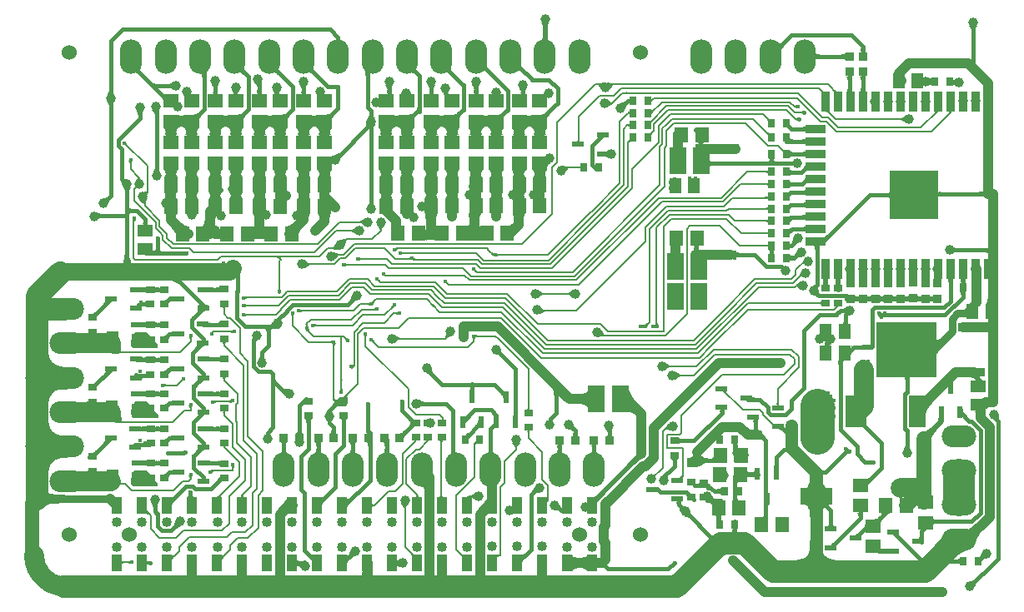
<source format=gbl>
G04*
G04 #@! TF.GenerationSoftware,Altium Limited,Altium Designer,18.0.7 (293)*
G04*
G04 Layer_Physical_Order=2*
G04 Layer_Color=16711680*
%FSLAX25Y25*%
%MOIN*%
G70*
G01*
G75*
%ADD13C,0.00787*%
%ADD15C,0.01000*%
%ADD16R,0.05906X0.05118*%
%ADD17R,0.05906X0.05709*%
%ADD18R,0.05709X0.05906*%
%ADD23R,0.03701X0.03543*%
%ADD24R,0.02756X0.03543*%
%ADD25R,0.03543X0.02756*%
%ADD39R,0.04764X0.02323*%
%ADD44R,0.05118X0.05906*%
%ADD84C,0.04016*%
%ADD89C,0.03937*%
%ADD90C,0.07874*%
%ADD91C,0.01500*%
%ADD92C,0.08858*%
%ADD93C,0.03937*%
%ADD94C,0.05906*%
%ADD97C,0.06890*%
%ADD98C,0.04921*%
%ADD99C,0.03000*%
%ADD100C,0.01968*%
%ADD105C,0.05512*%
%ADD107C,0.12795*%
%ADD108O,0.08858X0.13780*%
%ADD109C,0.06000*%
%ADD110O,0.13780X0.08858*%
%ADD111C,0.01772*%
%ADD112C,0.07874*%
%ADD113R,0.03543X0.03701*%
%ADD114R,0.04016X0.07008*%
%ADD115R,0.06693X0.12598*%
%ADD116R,0.12598X0.06693*%
%ADD117R,0.06693X0.10600*%
%ADD118R,0.03543X0.07874*%
%ADD119R,0.07874X0.03543*%
%ADD120R,0.19685X0.19685*%
%ADD121R,0.23976X0.22165*%
%ADD122R,0.11142X0.03819*%
%ADD123R,0.02323X0.04764*%
%ADD124C,0.04000*%
%ADD125C,0.13780*%
%ADD126C,0.02953*%
G36*
X342997Y418934D02*
X342897Y418773D01*
X342808Y418610D01*
X342731Y418443D01*
X342667Y418274D01*
X342613Y418102D01*
X342572Y417928D01*
X342543Y417751D01*
X342525Y417571D01*
X342519Y417389D01*
X340550D01*
X340545Y417571D01*
X340527Y417751D01*
X340497Y417928D01*
X340456Y418102D01*
X340403Y418274D01*
X340338Y418443D01*
X340262Y418610D01*
X340173Y418773D01*
X340073Y418934D01*
X339961Y419093D01*
X343109D01*
X342997Y418934D01*
D02*
G37*
G36*
X514016Y417500D02*
X513752Y417091D01*
X513645Y416898D01*
X513480Y416534D01*
X513423Y416363D01*
X513381Y416200D01*
X513357Y416045D01*
X513348Y415897D01*
X511848D01*
X511840Y416045D01*
X511816Y416200D01*
X511774Y416363D01*
X511717Y416534D01*
X511642Y416712D01*
X511552Y416898D01*
X511321Y417292D01*
X511181Y417500D01*
X511024Y417716D01*
X514173D01*
X514016Y417500D01*
D02*
G37*
G36*
X259414Y412977D02*
X259448Y412473D01*
X259469Y412350D01*
X259494Y412250D01*
X259524Y412171D01*
X259559Y412115D01*
X259598Y412082D01*
X259641Y412071D01*
X257682D01*
X257725Y412082D01*
X257764Y412115D01*
X257799Y412171D01*
X257829Y412250D01*
X257854Y412350D01*
X257875Y412473D01*
X257891Y412619D01*
X257909Y412977D01*
X257911Y413189D01*
X259411D01*
X259414Y412977D01*
D02*
G37*
G36*
X342519Y414003D02*
X342529Y413559D01*
X342607Y412808D01*
X342675Y412501D01*
X342763Y412239D01*
X342871Y412024D01*
X342998Y411854D01*
X343145Y411730D01*
X343311Y411652D01*
X343497Y411619D01*
X339571Y411811D01*
X339757Y411826D01*
X339924Y411888D01*
X340071Y411997D01*
X340198Y412154D01*
X340306Y412359D01*
X340394Y412611D01*
X340462Y412912D01*
X340511Y413259D01*
X340541Y413655D01*
X340550Y414097D01*
X342519Y414003D01*
D02*
G37*
G36*
X436902Y409857D02*
X436663Y409608D01*
X436280Y409141D01*
X436135Y408922D01*
X436021Y408713D01*
X435937Y408515D01*
X435885Y408326D01*
X435864Y408148D01*
X435874Y407980D01*
X435915Y407821D01*
X434776Y410915D01*
X434843Y410780D01*
X434929Y410685D01*
X435034Y410630D01*
X435157Y410616D01*
X435300Y410642D01*
X435462Y410709D01*
X435643Y410815D01*
X435843Y410962D01*
X436063Y411150D01*
X436301Y411377D01*
X436902Y409857D01*
D02*
G37*
G36*
X469261Y408524D02*
X469284Y408266D01*
X469321Y408040D01*
X469374Y407843D01*
X469441Y407677D01*
X469524Y407541D01*
X469621Y407435D01*
X469734Y407359D01*
X469861Y407314D01*
X470004Y407299D01*
X467004D01*
X467146Y407314D01*
X467274Y407359D01*
X467386Y407435D01*
X467484Y407541D01*
X467566Y407677D01*
X467634Y407843D01*
X467686Y408040D01*
X467724Y408266D01*
X467746Y408524D01*
X467754Y408811D01*
X469254D01*
X469261Y408524D01*
D02*
G37*
G36*
X461441Y403972D02*
X461426Y404115D01*
X461381Y404242D01*
X461305Y404355D01*
X461199Y404452D01*
X461063Y404535D01*
X460897Y404602D01*
X460701Y404655D01*
X460474Y404692D01*
X460217Y404715D01*
X459929Y404722D01*
Y406222D01*
X460217Y406230D01*
X460474Y406252D01*
X460701Y406290D01*
X460897Y406342D01*
X461063Y406410D01*
X461199Y406492D01*
X461305Y406590D01*
X461381Y406702D01*
X461426Y406830D01*
X461441Y406972D01*
Y403972D01*
D02*
G37*
G36*
X449710Y406830D02*
X449755Y406702D01*
X449830Y406590D01*
X449936Y406492D01*
X450072Y406410D01*
X450239Y406342D01*
X450435Y406290D01*
X450662Y406252D01*
X450919Y406230D01*
X451206Y406222D01*
Y404722D01*
X450919Y404715D01*
X450662Y404692D01*
X450435Y404655D01*
X450239Y404602D01*
X450072Y404535D01*
X449936Y404452D01*
X449830Y404355D01*
X449755Y404242D01*
X449710Y404115D01*
X449694Y403972D01*
Y406972D01*
X449710Y406830D01*
D02*
G37*
G36*
X331914Y402478D02*
X331904Y402309D01*
X331930Y402125D01*
X331993Y401926D01*
X332092Y401711D01*
X332228Y401481D01*
X332400Y401235D01*
X332609Y400974D01*
X333136Y400405D01*
X332214Y399205D01*
X331977Y399432D01*
X331757Y399620D01*
X331556Y399768D01*
X331373Y399877D01*
X331208Y399947D01*
X331061Y399977D01*
X330933Y399968D01*
X330822Y399920D01*
X330729Y399832D01*
X330655Y399705D01*
X331960Y402630D01*
X331914Y402478D01*
D02*
G37*
G36*
X318099Y402173D02*
X318075Y402019D01*
X318083Y401854D01*
X318123Y401678D01*
X318195Y401490D01*
X318299Y401291D01*
X318436Y401081D01*
X318604Y400860D01*
X318805Y400628D01*
X319038Y400385D01*
X318281Y399021D01*
X318045Y399246D01*
X317826Y399432D01*
X317625Y399581D01*
X317440Y399691D01*
X317273Y399763D01*
X317123Y399797D01*
X316989Y399793D01*
X316873Y399750D01*
X316774Y399669D01*
X316693Y399549D01*
X318156Y402316D01*
X318099Y402173D01*
D02*
G37*
G36*
X271973Y398472D02*
X271831Y398533D01*
X271703Y398550D01*
X271590Y398523D01*
X271493Y398452D01*
X271410Y398337D01*
X271343Y398179D01*
X271290Y397976D01*
X271252Y397729D01*
X271230Y397439D01*
X271222Y397104D01*
X269722Y397867D01*
X269715Y398222D01*
X269656Y398846D01*
X269604Y399114D01*
X269537Y399354D01*
X269456Y399565D01*
X269359Y399747D01*
X269248Y399901D01*
X269122Y400026D01*
X268982Y400122D01*
X271973Y398472D01*
D02*
G37*
G36*
X248833Y400971D02*
X248782Y400843D01*
X248766Y400701D01*
X248784Y400546D01*
X248837Y400377D01*
X248924Y400195D01*
X249045Y400000D01*
X249201Y399791D01*
X249391Y399569D01*
X249616Y399334D01*
X248586Y398243D01*
X248351Y398467D01*
X248131Y398656D01*
X247924Y398810D01*
X247731Y398929D01*
X247552Y399013D01*
X247387Y399062D01*
X247236Y399076D01*
X247099Y399055D01*
X246975Y398999D01*
X246866Y398908D01*
X248918Y401086D01*
X248833Y400971D01*
D02*
G37*
G36*
X303872Y400798D02*
X303817Y400674D01*
X303797Y400536D01*
X303812Y400384D01*
X303862Y400218D01*
X303947Y400038D01*
X304067Y399844D01*
X304222Y399637D01*
X304412Y399415D01*
X304637Y399180D01*
X303554Y398141D01*
X303319Y398366D01*
X303097Y398556D01*
X302888Y398712D01*
X302694Y398833D01*
X302512Y398920D01*
X302344Y398972D01*
X302189Y398989D01*
X302048Y398972D01*
X301921Y398921D01*
X301806Y398834D01*
X303962Y400909D01*
X303872Y400798D01*
D02*
G37*
G36*
X290093D02*
X290038Y400674D01*
X290018Y400536D01*
X290033Y400384D01*
X290083Y400218D01*
X290168Y400038D01*
X290288Y399844D01*
X290443Y399637D01*
X290633Y399415D01*
X290857Y399180D01*
X289775Y398141D01*
X289539Y398366D01*
X289317Y398556D01*
X289109Y398712D01*
X288914Y398833D01*
X288733Y398920D01*
X288564Y398972D01*
X288410Y398989D01*
X288269Y398972D01*
X288141Y398921D01*
X288027Y398834D01*
X290183Y400909D01*
X290093Y400798D01*
D02*
G37*
G36*
X234975D02*
X234920Y400674D01*
X234900Y400536D01*
X234915Y400384D01*
X234965Y400218D01*
X235050Y400038D01*
X235170Y399844D01*
X235325Y399637D01*
X235514Y399415D01*
X235739Y399180D01*
X234657Y398141D01*
X234421Y398366D01*
X234199Y398556D01*
X233991Y398712D01*
X233796Y398833D01*
X233614Y398920D01*
X233446Y398972D01*
X233292Y398989D01*
X233151Y398972D01*
X233023Y398921D01*
X232909Y398834D01*
X235065Y400909D01*
X234975Y400798D01*
D02*
G37*
G36*
X221195D02*
X221140Y400674D01*
X221120Y400536D01*
X221135Y400384D01*
X221185Y400218D01*
X221270Y400038D01*
X221390Y399844D01*
X221545Y399637D01*
X221735Y399415D01*
X221960Y399180D01*
X220877Y398141D01*
X220642Y398366D01*
X220420Y398556D01*
X220211Y398712D01*
X220016Y398833D01*
X219835Y398920D01*
X219667Y398972D01*
X219512Y398989D01*
X219371Y398972D01*
X219244Y398921D01*
X219129Y398834D01*
X221285Y400909D01*
X221195Y400798D01*
D02*
G37*
G36*
X179694Y400532D02*
X179632Y400414D01*
X179606Y400281D01*
X179616Y400134D01*
X179661Y399973D01*
X179742Y399797D01*
X179859Y399606D01*
X180011Y399401D01*
X180199Y399181D01*
X180422Y398947D01*
X179271Y397977D01*
X179035Y398202D01*
X178812Y398394D01*
X178602Y398552D01*
X178404Y398675D01*
X178219Y398765D01*
X178047Y398822D01*
X177888Y398844D01*
X177741Y398833D01*
X177607Y398787D01*
X177486Y398708D01*
X179791Y400635D01*
X179694Y400532D01*
D02*
G37*
G36*
X206469Y399605D02*
X206343Y399499D01*
X206232Y399364D01*
X206135Y399200D01*
X206054Y399007D01*
X205987Y398784D01*
X205935Y398531D01*
X205898Y398250D01*
X205875Y397939D01*
X205868Y397598D01*
X204368Y397010D01*
X204361Y397338D01*
X204338Y397625D01*
X204300Y397870D01*
X204248Y398075D01*
X204180Y398239D01*
X204098Y398362D01*
X204000Y398443D01*
X203888Y398484D01*
X203760Y398483D01*
X203617Y398441D01*
X206610Y399681D01*
X206469Y399605D01*
D02*
G37*
G36*
X505708Y395838D02*
X505731Y395836D01*
X506015Y395829D01*
Y394329D01*
X505731Y394323D01*
X505708Y394320D01*
Y393505D01*
X505492Y393661D01*
X505083Y393925D01*
X504890Y394032D01*
X504744Y394098D01*
X504651Y394027D01*
X504576Y393934D01*
X504531Y393830D01*
X504516Y393713D01*
Y394200D01*
X504355Y394255D01*
X504192Y394296D01*
X504037Y394321D01*
X503889Y394329D01*
Y395829D01*
X504037Y395837D01*
X504192Y395862D01*
X504355Y395903D01*
X504516Y395957D01*
Y396579D01*
X504531Y396436D01*
X504576Y396309D01*
X504651Y396196D01*
X504756Y396099D01*
X504791Y396077D01*
X504890Y396125D01*
X505284Y396356D01*
X505492Y396496D01*
X505708Y396653D01*
Y395838D01*
D02*
G37*
G36*
X469861Y397410D02*
X469734Y397365D01*
X469621Y397289D01*
X469524Y397184D01*
X469441Y397048D01*
X469374Y396881D01*
X469321Y396685D01*
X469284Y396458D01*
X469261Y396201D01*
X469254Y395914D01*
X467754D01*
X467746Y396201D01*
X467724Y396458D01*
X467686Y396685D01*
X467634Y396881D01*
X467566Y397048D01*
X467484Y397184D01*
X467386Y397289D01*
X467274Y397365D01*
X467146Y397410D01*
X467004Y397426D01*
X470004D01*
X469861Y397410D01*
D02*
G37*
G36*
X464546D02*
X464419Y397365D01*
X464306Y397289D01*
X464209Y397184D01*
X464126Y397048D01*
X464059Y396881D01*
X464007Y396685D01*
X463969Y396458D01*
X463946Y396201D01*
X463939Y395914D01*
X462439D01*
X462431Y396201D01*
X462409Y396458D01*
X462371Y396685D01*
X462319Y396881D01*
X462252Y397048D01*
X462169Y397184D01*
X462072Y397289D01*
X461959Y397365D01*
X461832Y397410D01*
X461689Y397426D01*
X464689D01*
X464546Y397410D01*
D02*
G37*
G36*
X366482Y394957D02*
X367995Y394688D01*
X368109Y394685D01*
X368732Y393898D01*
X368671Y393880D01*
X368596Y393827D01*
X368505Y393739D01*
X368400Y393615D01*
X368280Y393457D01*
X367995Y393033D01*
X367457Y392133D01*
X365747Y394398D01*
X364038Y392133D01*
X363500Y393033D01*
X363215Y393457D01*
X363095Y393615D01*
X362990Y393739D01*
X362899Y393827D01*
X362823Y393880D01*
X362762Y393898D01*
X363386Y394685D01*
X363500Y394688D01*
X365012Y394957D01*
X365277Y395021D01*
X365747Y394398D01*
X366218Y395021D01*
X366482Y394957D01*
D02*
G37*
G36*
X494902Y396890D02*
X495311Y396626D01*
X495504Y396519D01*
X495612Y396470D01*
X495648Y396492D01*
X495754Y396590D01*
X495830Y396702D01*
X495875Y396830D01*
X495890Y396972D01*
Y396347D01*
X496038Y396297D01*
X496201Y396255D01*
X496357Y396231D01*
X496505Y396222D01*
Y394722D01*
X496357Y394714D01*
X496201Y394689D01*
X496038Y394648D01*
X495890Y394598D01*
Y393972D01*
X495875Y394115D01*
X495830Y394242D01*
X495754Y394355D01*
X495648Y394452D01*
X495608Y394477D01*
X495504Y394426D01*
X495110Y394195D01*
X494902Y394055D01*
X494686Y393898D01*
Y394713D01*
X494665Y394715D01*
X494378Y394722D01*
Y396222D01*
X494665Y396230D01*
X494686Y396232D01*
Y397046D01*
X494902Y396890D01*
D02*
G37*
G36*
X492423Y393828D02*
X492213Y393960D01*
X491812Y394183D01*
X491621Y394274D01*
X491256Y394414D01*
X491082Y394463D01*
X490914Y394498D01*
X490753Y394519D01*
X490597Y394526D01*
X490434Y396026D01*
X490575Y396035D01*
X490725Y396063D01*
X490883Y396111D01*
X491050Y396177D01*
X491225Y396262D01*
X491408Y396365D01*
X491600Y396488D01*
X492009Y396790D01*
X492226Y396969D01*
X492423Y393828D01*
D02*
G37*
G36*
X228263Y395419D02*
X228126Y395067D01*
X228070Y394891D01*
X227985Y394539D01*
X227955Y394363D01*
X227920Y394011D01*
X227916Y393835D01*
X226416Y393314D01*
X226405Y393444D01*
X226370Y393583D01*
X226312Y393731D01*
X226230Y393886D01*
X226126Y394051D01*
X225998Y394223D01*
X225847Y394404D01*
X225475Y394791D01*
X225254Y394997D01*
X228344Y395594D01*
X228263Y395419D01*
D02*
G37*
G36*
X211063Y394271D02*
X210800Y393863D01*
X210692Y393669D01*
X210527Y393306D01*
X210470Y393135D01*
X210429Y392972D01*
X210404Y392816D01*
X210396Y392668D01*
X208896D01*
X208887Y392816D01*
X208863Y392972D01*
X208822Y393135D01*
X208764Y393306D01*
X208690Y393484D01*
X208599Y393669D01*
X208368Y394063D01*
X208228Y394271D01*
X208072Y394487D01*
X211220D01*
X211063Y394271D01*
D02*
G37*
G36*
X315197Y394075D02*
X314933Y393666D01*
X314826Y393473D01*
X314661Y393109D01*
X314604Y392938D01*
X314563Y392775D01*
X314538Y392619D01*
X314529Y392471D01*
X313030D01*
X313021Y392619D01*
X312997Y392775D01*
X312955Y392938D01*
X312898Y393109D01*
X312824Y393287D01*
X312733Y393473D01*
X312502Y393866D01*
X312362Y394075D01*
X312206Y394290D01*
X315354D01*
X315197Y394075D01*
D02*
G37*
G36*
X246299D02*
X246036Y393666D01*
X245929Y393473D01*
X245764Y393109D01*
X245706Y392938D01*
X245665Y392775D01*
X245640Y392619D01*
X245632Y392471D01*
X244132D01*
X244124Y392619D01*
X244099Y392775D01*
X244058Y392938D01*
X244000Y393109D01*
X243926Y393287D01*
X243835Y393473D01*
X243604Y393866D01*
X243464Y394075D01*
X243308Y394290D01*
X246456D01*
X246299Y394075D01*
D02*
G37*
G36*
X297481Y393878D02*
X297217Y393469D01*
X297110Y393276D01*
X296945Y392912D01*
X296887Y392741D01*
X296846Y392578D01*
X296821Y392423D01*
X296813Y392274D01*
X295313D01*
X295305Y392423D01*
X295280Y392578D01*
X295239Y392741D01*
X295181Y392912D01*
X295107Y393090D01*
X295016Y393276D01*
X294786Y393670D01*
X294646Y393878D01*
X294489Y394093D01*
X297637D01*
X297481Y393878D01*
D02*
G37*
G36*
X280551D02*
X280288Y393469D01*
X280181Y393276D01*
X280016Y392912D01*
X279958Y392741D01*
X279917Y392578D01*
X279892Y392423D01*
X279884Y392274D01*
X278384D01*
X278376Y392423D01*
X278351Y392578D01*
X278310Y392741D01*
X278252Y392912D01*
X278178Y393090D01*
X278087Y393276D01*
X277856Y393670D01*
X277716Y393878D01*
X277560Y394093D01*
X280708D01*
X280551Y393878D01*
D02*
G37*
G36*
X192912Y392126D02*
X192696Y392283D01*
X192287Y392546D01*
X192094Y392653D01*
X191730Y392818D01*
X191560Y392876D01*
X191397Y392917D01*
X191241Y392942D01*
X191093Y392950D01*
Y394450D01*
X191241Y394458D01*
X191397Y394483D01*
X191560Y394524D01*
X191730Y394582D01*
X191909Y394656D01*
X192094Y394747D01*
X192488Y394977D01*
X192696Y395117D01*
X192912Y395274D01*
Y392126D01*
D02*
G37*
G36*
X218473Y391890D02*
X219410Y391831D01*
X219231Y391615D01*
X218929Y391206D01*
X218806Y391014D01*
X218730Y390879D01*
X218737Y390867D01*
X218834Y390762D01*
X218947Y390686D01*
X219074Y390641D01*
X219216Y390626D01*
X218606D01*
X218551Y390489D01*
X218504Y390331D01*
X218476Y390181D01*
X218466Y390039D01*
X216967Y390202D01*
X216960Y390358D01*
X216939Y390520D01*
X216916Y390626D01*
X216216D01*
X216359Y390641D01*
X216487Y390686D01*
X216599Y390762D01*
X216697Y390867D01*
X216779Y391004D01*
X216793Y391038D01*
X216792Y391040D01*
X216715Y391226D01*
X216520Y391615D01*
X216401Y391818D01*
X216268Y392028D01*
X216963Y391985D01*
X216967Y392138D01*
X218466D01*
X218473Y391890D01*
D02*
G37*
G36*
X184075Y395309D02*
X184301Y395129D01*
X184535Y394970D01*
X184778Y394832D01*
X185029Y394715D01*
X185290Y394620D01*
X185559Y394546D01*
X185837Y394492D01*
X186124Y394461D01*
X186419Y394450D01*
X187919Y392950D01*
X187645Y392939D01*
X187422Y392908D01*
X187250Y392854D01*
X187129Y392780D01*
X187060Y392685D01*
X187041Y392568D01*
X187074Y392430D01*
X187158Y392271D01*
X187294Y392091D01*
X187480Y391889D01*
X185139Y392109D01*
X184079Y393170D01*
X183859Y395511D01*
X184075Y395309D01*
D02*
G37*
G36*
X469261Y392539D02*
X469284Y392282D01*
X469321Y392056D01*
X469374Y391859D01*
X469441Y391693D01*
X469524Y391557D01*
X469621Y391451D01*
X469734Y391375D01*
X469861Y391330D01*
X470004Y391315D01*
X467004D01*
X467146Y391330D01*
X467274Y391375D01*
X467386Y391451D01*
X467484Y391557D01*
X467566Y391693D01*
X467634Y391859D01*
X467686Y392056D01*
X467724Y392282D01*
X467746Y392539D01*
X467754Y392827D01*
X469254D01*
X469261Y392539D01*
D02*
G37*
G36*
X463946Y392540D02*
X463969Y392283D01*
X464007Y392057D01*
X464059Y391860D01*
X464126Y391694D01*
X464209Y391558D01*
X464306Y391452D01*
X464419Y391376D01*
X464546Y391330D01*
X464689Y391315D01*
X461744Y391327D01*
X461876Y391342D01*
X461994Y391387D01*
X462099Y391462D01*
X462189Y391567D01*
X462265Y391702D01*
X462328Y391867D01*
X462376Y392062D01*
X462411Y392287D01*
X462432Y392542D01*
X462439Y392827D01*
X463939D01*
X463946Y392540D01*
D02*
G37*
G36*
X457566Y391776D02*
X457678Y391680D01*
X457791Y391595D01*
X457902Y391521D01*
X458014Y391459D01*
X458125Y391407D01*
X458236Y391367D01*
X458347Y391338D01*
X458457Y391321D01*
X458567Y391315D01*
X456744Y391327D01*
X456740Y391359D01*
X456728Y391398D01*
X456708Y391441D01*
X456679Y391489D01*
X456643Y391542D01*
X456546Y391663D01*
X456416Y391805D01*
X456339Y391883D01*
X457453D01*
X457566Y391776D01*
D02*
G37*
G36*
X452428Y391776D02*
X452541Y391680D01*
X452653Y391595D01*
X452765Y391521D01*
X452876Y391459D01*
X452988Y391407D01*
X453098Y391367D01*
X453209Y391339D01*
X453319Y391321D01*
X453429Y391315D01*
X451744Y391327D01*
X451739Y391335D01*
X451723Y391354D01*
X451479Y391605D01*
X451202Y391883D01*
X452316D01*
X452428Y391776D01*
D02*
G37*
G36*
X210403Y391850D02*
X210426Y391593D01*
X210463Y391367D01*
X210516Y391170D01*
X210583Y391004D01*
X210666Y390867D01*
X210763Y390762D01*
X210876Y390686D01*
X211003Y390641D01*
X211146Y390626D01*
X208146D01*
X208288Y390641D01*
X208416Y390686D01*
X208528Y390762D01*
X208626Y390867D01*
X208708Y391004D01*
X208776Y391170D01*
X208828Y391367D01*
X208866Y391593D01*
X208888Y391850D01*
X208896Y392138D01*
X210396D01*
X210403Y391850D01*
D02*
G37*
G36*
X245639Y391850D02*
X245662Y391593D01*
X245699Y391367D01*
X245752Y391170D01*
X245819Y391004D01*
X245902Y390867D01*
X245999Y390762D01*
X246112Y390686D01*
X246239Y390641D01*
X246382Y390626D01*
X243382D01*
X243524Y390641D01*
X243652Y390686D01*
X243764Y390762D01*
X243862Y390867D01*
X243944Y391004D01*
X244012Y391170D01*
X244064Y391367D01*
X244102Y391593D01*
X244124Y391850D01*
X244132Y392138D01*
X245632D01*
X245639Y391850D01*
D02*
G37*
G36*
X227924D02*
X227946Y391593D01*
X227984Y391367D01*
X228036Y391170D01*
X228104Y391004D01*
X228186Y390867D01*
X228284Y390762D01*
X228396Y390686D01*
X228524Y390641D01*
X228666Y390626D01*
X225666D01*
X225809Y390641D01*
X225936Y390686D01*
X226049Y390762D01*
X226146Y390867D01*
X226229Y391004D01*
X226296Y391170D01*
X226349Y391367D01*
X226386Y391593D01*
X226409Y391850D01*
X226416Y392138D01*
X227916D01*
X227924Y391850D01*
D02*
G37*
G36*
X302332Y391851D02*
X302355Y391595D01*
X302392Y391369D01*
X302445Y391173D01*
X302512Y391006D01*
X302595Y390870D01*
X302692Y390764D01*
X302805Y390688D01*
X302932Y390642D01*
X303075Y390626D01*
X301390Y390638D01*
X300825Y392138D01*
X302325D01*
X302332Y391851D01*
D02*
G37*
G36*
X296820Y391850D02*
X296843Y391593D01*
X296881Y391367D01*
X296933Y391170D01*
X297001Y391004D01*
X297083Y390867D01*
X297181Y390762D01*
X297293Y390686D01*
X297421Y390641D01*
X297563Y390626D01*
X294563D01*
X294706Y390641D01*
X294833Y390686D01*
X294946Y390762D01*
X295043Y390867D01*
X295126Y391004D01*
X295193Y391170D01*
X295246Y391367D01*
X295283Y391593D01*
X295305Y391850D01*
X295313Y392138D01*
X296813D01*
X296820Y391850D01*
D02*
G37*
G36*
X334095Y392697D02*
X333831Y392288D01*
X333724Y392095D01*
X333559Y391731D01*
X333501Y391560D01*
X333474Y391453D01*
X333483Y391373D01*
X333526Y391178D01*
X333581Y391013D01*
X333649Y390878D01*
X333729Y390773D01*
X333821Y390698D01*
X333926Y390653D01*
X334043Y390638D01*
X331177Y390626D01*
X331320Y390641D01*
X331447Y390687D01*
X331560Y390763D01*
X331657Y390869D01*
X331740Y391005D01*
X331807Y391171D01*
X331860Y391368D01*
X331876Y391468D01*
X331853Y391560D01*
X331795Y391731D01*
X331721Y391909D01*
X331630Y392095D01*
X331400Y392489D01*
X331260Y392697D01*
X331103Y392912D01*
X334251D01*
X334095Y392697D01*
D02*
G37*
G36*
X279891Y391850D02*
X279914Y391593D01*
X279951Y391367D01*
X280004Y391170D01*
X280071Y391004D01*
X280154Y390867D01*
X280251Y390762D01*
X280364Y390686D01*
X280491Y390641D01*
X280634Y390626D01*
X277634D01*
X277776Y390641D01*
X277904Y390686D01*
X278016Y390762D01*
X278114Y390867D01*
X278196Y391004D01*
X278264Y391170D01*
X278316Y391367D01*
X278354Y391593D01*
X278376Y391850D01*
X278384Y392138D01*
X279884D01*
X279891Y391850D01*
D02*
G37*
G36*
X314537Y391850D02*
X314560Y391593D01*
X314597Y391366D01*
X314650Y391170D01*
X314717Y391004D01*
X314799Y390867D01*
X314897Y390762D01*
X315009Y390686D01*
X315137Y390641D01*
X315280Y390626D01*
X312280D01*
X312422Y390641D01*
X312549Y390686D01*
X312662Y390762D01*
X312759Y390867D01*
X312842Y391004D01*
X312910Y391170D01*
X312962Y391366D01*
X313000Y391593D01*
X313022Y391850D01*
X313030Y392138D01*
X314529D01*
X314537Y391850D01*
D02*
G37*
G36*
X235007Y391928D02*
X235826D01*
X235669Y391712D01*
X235406Y391304D01*
X235299Y391110D01*
X235224Y390946D01*
X235272Y390867D01*
X235369Y390762D01*
X235482Y390686D01*
X235610Y390641D01*
X235752Y390626D01*
X235093D01*
X235076Y390576D01*
X235035Y390413D01*
X235010Y390257D01*
X235002Y390109D01*
X233502D01*
X233494Y390257D01*
X233469Y390413D01*
X233428Y390576D01*
X233411Y390626D01*
X232752D01*
X232894Y390641D01*
X233022Y390686D01*
X233135Y390762D01*
X233232Y390867D01*
X233283Y390951D01*
X233205Y391110D01*
X232975Y391504D01*
X232835Y391712D01*
X232678Y391928D01*
X233496D01*
X233502Y392138D01*
X235002D01*
X235007Y391928D01*
D02*
G37*
G36*
X168672Y391633D02*
X168696Y391477D01*
X168738Y391314D01*
X168795Y391143D01*
X168869Y390965D01*
X168960Y390779D01*
X169191Y390386D01*
X169331Y390177D01*
X169488Y389962D01*
X166339D01*
X166496Y390177D01*
X166760Y390586D01*
X166867Y390779D01*
X167032Y391143D01*
X167089Y391314D01*
X167130Y391477D01*
X167155Y391633D01*
X167163Y391781D01*
X168663D01*
X168672Y391633D01*
D02*
G37*
G36*
X188129Y391243D02*
X188819Y390643D01*
X188893Y390602D01*
X188946Y390588D01*
X188978Y390599D01*
X188988Y390638D01*
Y387199D01*
X188978Y387411D01*
X188946Y387623D01*
X188893Y387836D01*
X188819Y388048D01*
X188723Y388260D01*
X188607Y388472D01*
X188469Y388684D01*
X188310Y388896D01*
X188129Y389108D01*
X187928Y389320D01*
Y391442D01*
X188129Y391243D01*
D02*
G37*
G36*
X169331Y387382D02*
X169067Y386973D01*
X168960Y386780D01*
X168795Y386416D01*
X168738Y386245D01*
X168696Y386082D01*
X168672Y385927D01*
X168663Y385778D01*
X167163D01*
X167155Y385927D01*
X167130Y386082D01*
X167089Y386245D01*
X167032Y386416D01*
X166957Y386594D01*
X166867Y386780D01*
X166636Y387174D01*
X166496Y387382D01*
X166339Y387597D01*
X169488D01*
X169331Y387382D01*
D02*
G37*
G36*
X366642Y387962D02*
X368009Y387055D01*
X368100Y387020D01*
X368166Y387008D01*
Y386221D01*
X368100Y386209D01*
X368009Y386173D01*
X367892Y386115D01*
X367748Y386032D01*
X367163Y385643D01*
X366343Y385043D01*
Y388186D01*
X366642Y387962D01*
D02*
G37*
G36*
X192994Y387802D02*
X193122Y387710D01*
X193266Y387624D01*
X193428Y387544D01*
X193606Y387470D01*
X193802Y387403D01*
X194243Y387288D01*
X194490Y387240D01*
X194753Y387198D01*
X192527Y384972D01*
X192485Y385235D01*
X192382Y385711D01*
X192321Y385923D01*
X192181Y386297D01*
X192101Y386458D01*
X192015Y386603D01*
X191922Y386730D01*
X191823Y386841D01*
X192884Y387901D01*
X192994Y387802D01*
D02*
G37*
G36*
X441987Y384725D02*
X441904Y384785D01*
X441740Y384886D01*
X441660Y384926D01*
X441580Y384961D01*
X441502Y384989D01*
X441424Y385011D01*
X441346Y385027D01*
X441270Y385036D01*
X441195Y385039D01*
Y385827D01*
X441270Y385830D01*
X441346Y385839D01*
X441424Y385855D01*
X441502Y385877D01*
X441580Y385905D01*
X441660Y385940D01*
X441740Y385981D01*
X441822Y386028D01*
X441987Y386141D01*
Y384725D01*
D02*
G37*
G36*
X374306Y386434D02*
X374207Y386324D01*
X374115Y386196D01*
X374028Y386052D01*
X373949Y385890D01*
X373875Y385712D01*
X373808Y385517D01*
X373692Y385075D01*
X373644Y384829D01*
X373602Y384565D01*
X371376Y386791D01*
X371640Y386833D01*
X372115Y386936D01*
X372328Y386997D01*
X372701Y387137D01*
X372863Y387217D01*
X373007Y387303D01*
X373135Y387396D01*
X373245Y387495D01*
X374306Y386434D01*
D02*
G37*
G36*
X384681Y383140D02*
X384521Y382974D01*
X384249Y382659D01*
X384139Y382511D01*
X384046Y382369D01*
X383970Y382233D01*
X383910Y382103D01*
X383868Y381979D01*
X383843Y381860D01*
X383834Y381749D01*
Y383976D01*
X383840Y383873D01*
X383857Y383794D01*
X383886Y383737D01*
X383925Y383703D01*
X383977Y383691D01*
X384039Y383703D01*
X384113Y383737D01*
X384198Y383794D01*
X384295Y383873D01*
X384403Y383976D01*
X384681Y383140D01*
D02*
G37*
G36*
X292089Y384252D02*
X291339D01*
X289528Y383502D01*
X289729Y383718D01*
X289910Y383944D01*
X290069Y384178D01*
X290207Y384421D01*
X290323Y384672D01*
X290419Y384933D01*
X290493Y385202D01*
X290546Y385480D01*
X290578Y385767D01*
X290589Y386063D01*
X292089Y384252D01*
D02*
G37*
G36*
X503939Y383484D02*
X503931Y383470D01*
X503923Y383447D01*
X503916Y383415D01*
X503910Y383374D01*
X503902Y383265D01*
X503898Y383032D01*
X503110D01*
X503110Y383118D01*
X503092Y383415D01*
X503085Y383447D01*
X503077Y383470D01*
X503069Y383484D01*
X503059Y383489D01*
X503949D01*
X503939Y383484D01*
D02*
G37*
G36*
X499245Y383483D02*
X499135Y383466D01*
X499025Y383437D01*
X498914Y383398D01*
X498803Y383346D01*
X498692Y383284D01*
X498580Y383210D01*
X498467Y383124D01*
X498354Y383028D01*
X498240Y382920D01*
X497127D01*
X497229Y383028D01*
X497309Y383124D01*
X497366Y383210D01*
X497400Y383284D01*
X497411Y383346D01*
X497400Y383398D01*
X497366Y383437D01*
X497309Y383466D01*
X497229Y383483D01*
X497127Y383489D01*
X499354D01*
X499245Y383483D01*
D02*
G37*
G36*
X455264Y383477D02*
X455233Y383471D01*
X455217Y383454D01*
X455216Y383426D01*
X455230Y383387D01*
X455259Y383337D01*
X455303Y383276D01*
X455362Y383204D01*
X455525Y383026D01*
X455629Y382920D01*
X454516D01*
X454403Y383027D01*
X454290Y383123D01*
X454178Y383208D01*
X454066Y383282D01*
X453955Y383345D01*
X453843Y383396D01*
X453732Y383436D01*
X453622Y383465D01*
X453512Y383482D01*
X453402Y383489D01*
X455264Y383477D01*
D02*
G37*
G36*
X325949Y382565D02*
X325696Y382305D01*
X325340Y381897D01*
X325072Y381577D01*
X325022Y381502D01*
X324968Y381399D01*
X324942Y381316D01*
X324945Y381254D01*
X324976Y381214D01*
X324841Y381302D01*
X324757Y381201D01*
X324545Y380893D01*
X324368Y380599D01*
X324226Y380317D01*
X324119Y380049D01*
X324046Y379794D01*
X324008Y379552D01*
X321875Y381685D01*
X322116Y381723D01*
X322372Y381796D01*
X322640Y381904D01*
X322921Y382046D01*
X323216Y382222D01*
X323329Y382300D01*
X323241Y382358D01*
X323297Y382342D01*
X323372Y382353D01*
X323454Y382386D01*
X323524Y382434D01*
X324180Y382961D01*
X324527Y383276D01*
X324888Y383626D01*
X325949Y382565D01*
D02*
G37*
G36*
X444584Y382336D02*
X444505Y382387D01*
X444346Y382472D01*
X444267Y382507D01*
X444188Y382537D01*
X444122Y382557D01*
X443830Y382582D01*
X443148Y382602D01*
X442867Y382604D01*
Y383391D01*
X443148Y383392D01*
X444001Y383442D01*
X444020Y383449D01*
X444098Y383481D01*
X444178Y383520D01*
X444259Y383567D01*
X444341Y383621D01*
X444511Y383751D01*
X444584Y382336D01*
D02*
G37*
G36*
X187429Y384261D02*
X187248Y383878D01*
X187174Y383692D01*
X187061Y383330D01*
X187021Y383154D01*
X186993Y382982D01*
X186976Y382814D01*
X186970Y382649D01*
X185470Y382315D01*
X185460Y382451D01*
X185428Y382595D01*
X185375Y382748D01*
X185301Y382910D01*
X185206Y383080D01*
X185090Y383259D01*
X184953Y383447D01*
X184614Y383848D01*
X184414Y384062D01*
X187536Y384457D01*
X187429Y384261D01*
D02*
G37*
G36*
X375209Y382271D02*
X375203Y382311D01*
X375185Y382347D01*
X375155Y382378D01*
X375112Y382405D01*
X375058Y382428D01*
X374992Y382447D01*
X374914Y382462D01*
X374823Y382472D01*
X374721Y382478D01*
X374606Y382480D01*
Y383268D01*
X374721Y383270D01*
X374914Y383286D01*
X374992Y383301D01*
X375058Y383320D01*
X375112Y383343D01*
X375155Y383370D01*
X375185Y383401D01*
X375203Y383437D01*
X375209Y383477D01*
Y382271D01*
D02*
G37*
G36*
X308332Y382639D02*
X308022Y382318D01*
X307537Y381749D01*
X307362Y381501D01*
X307232Y381276D01*
X307147Y381076D01*
X307108Y380900D01*
X307113Y380748D01*
X307164Y380621D01*
X307259Y380517D01*
X304882Y382358D01*
X305009Y382286D01*
X305155Y382254D01*
X305321Y382262D01*
X305505Y382310D01*
X305707Y382397D01*
X305929Y382524D01*
X306169Y382691D01*
X306428Y382898D01*
X307003Y383431D01*
X308332Y382639D01*
D02*
G37*
G36*
X343913Y383143D02*
X343421Y382626D01*
X342430Y381449D01*
X342408Y381418D01*
X342281Y381191D01*
X342197Y380987D01*
X342157Y380807D01*
X342161Y380651D01*
X342208Y380518D01*
X342299Y380409D01*
X341880Y380770D01*
X341743Y380569D01*
X341564Y380263D01*
X341437Y379993D01*
X341361Y379758D01*
X341338Y379559D01*
X339337Y381496D01*
X339535Y381525D01*
X339768Y381608D01*
X340033Y381744D01*
X340333Y381934D01*
X340438Y382010D01*
X340033Y382358D01*
X340156Y382282D01*
X340297Y382246D01*
X340458Y382253D01*
X340638Y382300D01*
X340837Y382388D01*
X341055Y382518D01*
X341175Y382604D01*
X341433Y382821D01*
X342334Y383678D01*
X342835Y384186D01*
X343913Y383143D01*
D02*
G37*
G36*
X221915Y382232D02*
X221623Y381930D01*
X221162Y381385D01*
X220993Y381143D01*
X220865Y380920D01*
X220778Y380718D01*
X220733Y380536D01*
X220728Y380374D01*
X220765Y380233D01*
X220842Y380111D01*
X218871Y382358D01*
X218980Y382268D01*
X219112Y382222D01*
X219267Y382220D01*
X219445Y382261D01*
X219646Y382347D01*
X219869Y382476D01*
X220116Y382649D01*
X220385Y382866D01*
X220992Y383431D01*
X221915Y382232D01*
D02*
G37*
G36*
X257348Y382232D02*
X257056Y381930D01*
X256595Y381385D01*
X256426Y381143D01*
X256298Y380920D01*
X256212Y380718D01*
X256166Y380536D01*
X256161Y380374D01*
X256198Y380233D01*
X256275Y380111D01*
X254304Y382358D01*
X254413Y382268D01*
X254545Y382222D01*
X254700Y382220D01*
X254878Y382261D01*
X255079Y382347D01*
X255303Y382476D01*
X255549Y382649D01*
X255818Y382866D01*
X256425Y383431D01*
X257348Y382232D01*
D02*
G37*
G36*
X239631D02*
X239339Y381930D01*
X238878Y381385D01*
X238710Y381143D01*
X238582Y380920D01*
X238495Y380718D01*
X238449Y380536D01*
X238445Y380374D01*
X238481Y380233D01*
X238559Y380111D01*
X236587Y382358D01*
X236697Y382268D01*
X236829Y382222D01*
X236984Y382220D01*
X237162Y382261D01*
X237363Y382347D01*
X237586Y382476D01*
X237832Y382649D01*
X238102Y382866D01*
X238708Y383431D01*
X239631Y382232D01*
D02*
G37*
G36*
X204198D02*
X203906Y381930D01*
X203445Y381385D01*
X203276Y381143D01*
X203149Y380920D01*
X203062Y380718D01*
X203016Y380536D01*
X203012Y380374D01*
X203048Y380233D01*
X203126Y380111D01*
X201154Y382358D01*
X201263Y382268D01*
X201396Y382222D01*
X201551Y382220D01*
X201729Y382261D01*
X201929Y382347D01*
X202153Y382476D01*
X202399Y382649D01*
X202669Y382866D01*
X203275Y383431D01*
X204198Y382232D01*
D02*
G37*
G36*
X290222Y382075D02*
X289937Y381779D01*
X289485Y381244D01*
X289319Y381004D01*
X289192Y380783D01*
X289104Y380580D01*
X289056Y380395D01*
X289048Y380229D01*
X289079Y380082D01*
X289149Y379953D01*
X287335Y382358D01*
X287438Y382261D01*
X287564Y382209D01*
X287716Y382203D01*
X287891Y382243D01*
X288091Y382327D01*
X288315Y382457D01*
X288564Y382632D01*
X288837Y382853D01*
X289457Y383431D01*
X290222Y382075D01*
D02*
G37*
G36*
X180945Y383641D02*
X180681Y383232D01*
X180574Y383039D01*
X180409Y382675D01*
X180352Y382505D01*
X180310Y382341D01*
X180286Y382186D01*
X180278Y382038D01*
X178778Y382037D01*
X178769Y382185D01*
X178745Y382341D01*
X178703Y382504D01*
X178646Y382675D01*
X178571Y382853D01*
X178481Y383038D01*
X178250Y383432D01*
X178110Y383641D01*
X177953Y383856D01*
X181101Y383857D01*
X180945Y383641D01*
D02*
G37*
G36*
X214973Y381549D02*
X215775Y381505D01*
X216523Y381496D01*
Y377842D01*
X219882D01*
X219892Y377094D01*
X219925Y376685D01*
X220854D01*
X220669Y376646D01*
X220504Y376528D01*
X220358Y376331D01*
X220232Y376055D01*
X220125Y375701D01*
X220043Y375295D01*
X220125Y374890D01*
X220232Y374535D01*
X220358Y374260D01*
X220504Y374063D01*
X220669Y373945D01*
X220854Y373905D01*
X219917D01*
X219892Y373496D01*
X219882Y372748D01*
X215945D01*
X215935Y373496D01*
X215901Y373905D01*
X214973D01*
X215157Y373945D01*
X215323Y374063D01*
X215469Y374260D01*
X215595Y374535D01*
X215702Y374890D01*
X215784Y375295D01*
X215702Y375701D01*
X215595Y376055D01*
X215469Y376331D01*
X215323Y376528D01*
X215157Y376646D01*
X214973Y376685D01*
X214933Y376851D01*
X214815Y377000D01*
X214618Y377131D01*
X214343Y377244D01*
X213988Y377341D01*
X213779Y377379D01*
X213571Y377341D01*
X213216Y377244D01*
X212941Y377131D01*
X212744Y377000D01*
X212626Y376851D01*
X212586Y376685D01*
X212402Y376646D01*
X212236Y376528D01*
X212091Y376331D01*
X211964Y376055D01*
X211857Y375701D01*
X211775Y375295D01*
X211857Y374890D01*
X211964Y374535D01*
X212091Y374260D01*
X212236Y374063D01*
X212402Y373945D01*
X212586Y373905D01*
X211649D01*
X211624Y373496D01*
X211614Y372748D01*
X207677D01*
X207667Y373496D01*
X207634Y373905D01*
X206705D01*
X206890Y373945D01*
X207055Y374063D01*
X207201Y374260D01*
X207327Y374535D01*
X207434Y374890D01*
X207516Y375295D01*
X207434Y375701D01*
X207327Y376055D01*
X207201Y376331D01*
X207055Y376528D01*
X206890Y376646D01*
X206705Y376685D01*
X207642D01*
X207667Y377094D01*
X207677Y377842D01*
X211036D01*
Y381496D01*
X211784Y381505D01*
X212586Y381564D01*
Y382370D01*
X212626Y382204D01*
X212744Y382055D01*
X212941Y381924D01*
X213216Y381811D01*
X213571Y381715D01*
X213779Y381677D01*
X213988Y381715D01*
X214343Y381811D01*
X214618Y381924D01*
X214815Y382055D01*
X214933Y382204D01*
X214973Y382370D01*
Y381549D01*
D02*
G37*
G36*
X250406Y381549D02*
X251208Y381505D01*
X251957Y381496D01*
Y377842D01*
X255315D01*
X255325Y377094D01*
X255358Y376685D01*
X256287D01*
X256102Y376646D01*
X255937Y376528D01*
X255791Y376331D01*
X255665Y376055D01*
X255558Y375701D01*
X255476Y375295D01*
X255558Y374890D01*
X255665Y374535D01*
X255791Y374260D01*
X255937Y374063D01*
X256102Y373945D01*
X256287Y373905D01*
X255350D01*
X255325Y373496D01*
X255315Y372748D01*
X251378D01*
X251368Y373496D01*
X251335Y373905D01*
X250406D01*
X250590Y373945D01*
X250756Y374063D01*
X250902Y374260D01*
X251028Y374535D01*
X251135Y374890D01*
X251217Y375295D01*
X251135Y375701D01*
X251028Y376055D01*
X250902Y376331D01*
X250756Y376528D01*
X250590Y376646D01*
X250406Y376685D01*
X250366Y376851D01*
X250248Y377000D01*
X250051Y377131D01*
X249776Y377244D01*
X249422Y377341D01*
X249213Y377379D01*
X249004Y377341D01*
X248649Y377244D01*
X248374Y377131D01*
X248177Y377000D01*
X248059Y376851D01*
X248020Y376685D01*
X247835Y376646D01*
X247670Y376528D01*
X247524Y376331D01*
X247397Y376055D01*
X247290Y375701D01*
X247208Y375295D01*
X247290Y374890D01*
X247397Y374535D01*
X247524Y374260D01*
X247670Y374063D01*
X247835Y373945D01*
X248020Y373905D01*
X247082D01*
X247057Y373496D01*
X247047Y372748D01*
X243110D01*
X243101Y373496D01*
X243067Y373905D01*
X242138D01*
X242323Y373945D01*
X242488Y374063D01*
X242634Y374260D01*
X242760Y374535D01*
X242867Y374890D01*
X242949Y375295D01*
X242867Y375701D01*
X242760Y376055D01*
X242634Y376331D01*
X242488Y376528D01*
X242323Y376646D01*
X242138Y376685D01*
X243075D01*
X243101Y377094D01*
X243110Y377842D01*
X246469D01*
Y381496D01*
X247217Y381505D01*
X248020Y381564D01*
Y382370D01*
X248059Y382204D01*
X248177Y382055D01*
X248374Y381924D01*
X248649Y381811D01*
X249004Y381715D01*
X249213Y381677D01*
X249422Y381715D01*
X249776Y381811D01*
X250051Y381924D01*
X250248Y382055D01*
X250366Y382204D01*
X250406Y382370D01*
Y381549D01*
D02*
G37*
G36*
X232689D02*
X233492Y381505D01*
X234240Y381496D01*
Y377842D01*
X237598D01*
X237608Y377094D01*
X237642Y376685D01*
X238571D01*
X238386Y376646D01*
X238221Y376528D01*
X238075Y376331D01*
X237948Y376055D01*
X237842Y375701D01*
X237759Y375295D01*
X237842Y374890D01*
X237948Y374535D01*
X238075Y374260D01*
X238221Y374063D01*
X238386Y373945D01*
X238571Y373905D01*
X237633D01*
X237608Y373496D01*
X237598Y372748D01*
X233661D01*
X233652Y373496D01*
X233618Y373905D01*
X232689D01*
X232874Y373945D01*
X233039Y374063D01*
X233185Y374260D01*
X233311Y374535D01*
X233418Y374890D01*
X233500Y375295D01*
X233418Y375701D01*
X233311Y376055D01*
X233185Y376331D01*
X233039Y376528D01*
X232874Y376646D01*
X232689Y376685D01*
X232650Y376851D01*
X232532Y377000D01*
X232335Y377131D01*
X232059Y377244D01*
X231705Y377341D01*
X231496Y377379D01*
X231287Y377341D01*
X230933Y377244D01*
X230657Y377131D01*
X230460Y377000D01*
X230342Y376851D01*
X230303Y376685D01*
X230118Y376646D01*
X229953Y376528D01*
X229807Y376331D01*
X229681Y376055D01*
X229574Y375701D01*
X229492Y375295D01*
X229574Y374890D01*
X229681Y374535D01*
X229807Y374260D01*
X229953Y374063D01*
X230118Y373945D01*
X230303Y373905D01*
X229366D01*
X229340Y373496D01*
X229331Y372748D01*
X225394D01*
X225384Y373496D01*
X225350Y373905D01*
X224422D01*
X224606Y373945D01*
X224771Y374063D01*
X224917Y374260D01*
X225044Y374535D01*
X225151Y374890D01*
X225233Y375295D01*
X225151Y375701D01*
X225044Y376055D01*
X224917Y376331D01*
X224771Y376528D01*
X224606Y376646D01*
X224422Y376685D01*
X225359D01*
X225384Y377094D01*
X225394Y377842D01*
X228752D01*
Y381496D01*
X229500Y381505D01*
X230303Y381564D01*
Y382370D01*
X230342Y382204D01*
X230460Y382055D01*
X230657Y381924D01*
X230933Y381811D01*
X231287Y381715D01*
X231496Y381677D01*
X231705Y381715D01*
X232059Y381811D01*
X232335Y381924D01*
X232532Y382055D01*
X232650Y382204D01*
X232689Y382370D01*
Y381549D01*
D02*
G37*
G36*
X301390Y381549D02*
X302193Y381505D01*
X302941Y381496D01*
Y377842D01*
X306299D01*
X306309Y377094D01*
X306343Y376685D01*
X307272D01*
X307087Y376646D01*
X306921Y376528D01*
X306776Y376331D01*
X306649Y376055D01*
X306542Y375701D01*
X306460Y375295D01*
X306542Y374890D01*
X306649Y374535D01*
X306776Y374260D01*
X306921Y374063D01*
X307087Y373945D01*
X307272Y373905D01*
X306334D01*
X306309Y373496D01*
X306299Y372748D01*
X302362D01*
X302352Y373496D01*
X302319Y373905D01*
X301390D01*
X301575Y373945D01*
X301740Y374063D01*
X301886Y374260D01*
X302012Y374535D01*
X302119Y374890D01*
X302201Y375295D01*
X302119Y375701D01*
X302012Y376055D01*
X301886Y376331D01*
X301740Y376528D01*
X301575Y376646D01*
X301390Y376685D01*
X301351Y376851D01*
X301233Y377000D01*
X301036Y377131D01*
X300760Y377244D01*
X300406Y377341D01*
X300197Y377379D01*
X299988Y377341D01*
X299634Y377244D01*
X299358Y377131D01*
X299161Y377000D01*
X299043Y376851D01*
X299004Y376685D01*
X298819Y376646D01*
X298654Y376528D01*
X298508Y376331D01*
X298381Y376055D01*
X298275Y375701D01*
X298193Y375295D01*
X298275Y374890D01*
X298381Y374535D01*
X298508Y374260D01*
X298654Y374063D01*
X298819Y373945D01*
X299004Y373905D01*
X298066D01*
X298041Y373496D01*
X298031Y372748D01*
X294094D01*
X294085Y373496D01*
X294051Y373905D01*
X293122D01*
X293307Y373945D01*
X293472Y374063D01*
X293618Y374260D01*
X293744Y374535D01*
X293851Y374890D01*
X293933Y375295D01*
X293851Y375701D01*
X293744Y376055D01*
X293618Y376331D01*
X293472Y376528D01*
X293307Y376646D01*
X293122Y376685D01*
X294059D01*
X294085Y377094D01*
X294094Y377842D01*
X297453D01*
Y381496D01*
X298201Y381505D01*
X299004Y381564D01*
Y382370D01*
X299043Y382204D01*
X299161Y382055D01*
X299358Y381924D01*
X299634Y381811D01*
X299988Y381715D01*
X300197Y381677D01*
X300406Y381715D01*
X300760Y381811D01*
X301036Y381924D01*
X301233Y382055D01*
X301351Y382204D01*
X301390Y382370D01*
Y381549D01*
D02*
G37*
G36*
X283280Y381549D02*
X284083Y381505D01*
X284830Y381496D01*
Y377842D01*
X288189D01*
X288199Y377094D01*
X288232Y376685D01*
X289161D01*
X288977Y376646D01*
X288811Y376528D01*
X288665Y376331D01*
X288539Y376055D01*
X288432Y375701D01*
X288350Y375295D01*
X288432Y374890D01*
X288539Y374535D01*
X288665Y374260D01*
X288811Y374063D01*
X288977Y373945D01*
X289161Y373905D01*
X288224D01*
X288199Y373496D01*
X288189Y372748D01*
X284252D01*
X284242Y373496D01*
X284209Y373905D01*
X283280D01*
X283464Y373945D01*
X283630Y374063D01*
X283776Y374260D01*
X283902Y374535D01*
X284009Y374890D01*
X284091Y375295D01*
X284009Y375701D01*
X283902Y376055D01*
X283776Y376331D01*
X283630Y376528D01*
X283464Y376646D01*
X283280Y376685D01*
X283240Y376851D01*
X283122Y377000D01*
X282925Y377131D01*
X282650Y377244D01*
X282295Y377341D01*
X282087Y377379D01*
X281878Y377341D01*
X281523Y377244D01*
X281248Y377131D01*
X281051Y377000D01*
X280933Y376851D01*
X280893Y376685D01*
X280709Y376646D01*
X280543Y376528D01*
X280398Y376331D01*
X280271Y376055D01*
X280164Y375701D01*
X280082Y375295D01*
X280164Y374890D01*
X280271Y374535D01*
X280398Y374260D01*
X280543Y374063D01*
X280709Y373945D01*
X280893Y373905D01*
X279956D01*
X279931Y373496D01*
X279921Y372748D01*
X275984D01*
X275974Y373496D01*
X275941Y373905D01*
X275012D01*
X275197Y373945D01*
X275362Y374063D01*
X275508Y374260D01*
X275634Y374535D01*
X275741Y374890D01*
X275823Y375295D01*
X275741Y375701D01*
X275634Y376055D01*
X275508Y376331D01*
X275362Y376528D01*
X275197Y376646D01*
X275012Y376685D01*
X275949D01*
X275974Y377094D01*
X275984Y377842D01*
X279343D01*
Y381496D01*
X280091Y381505D01*
X280893Y381564D01*
Y382370D01*
X280933Y382204D01*
X281051Y382055D01*
X281248Y381924D01*
X281523Y381811D01*
X281878Y381715D01*
X282087Y381677D01*
X282295Y381715D01*
X282650Y381811D01*
X282925Y381924D01*
X283122Y382055D01*
X283240Y382204D01*
X283280Y382370D01*
Y381549D01*
D02*
G37*
G36*
X336429D02*
X337232Y381505D01*
X337980Y381496D01*
Y377842D01*
X341339D01*
X341348Y377094D01*
X341382Y376685D01*
X342311D01*
X342126Y376646D01*
X341961Y376528D01*
X341815Y376331D01*
X341689Y376055D01*
X341582Y375701D01*
X341500Y375295D01*
X341582Y374890D01*
X341689Y374535D01*
X341815Y374260D01*
X341961Y374063D01*
X342126Y373945D01*
X342311Y373905D01*
X341373D01*
X341348Y373496D01*
X341339Y372748D01*
X337402D01*
X337392Y373496D01*
X337358Y373905D01*
X336429D01*
X336614Y373945D01*
X336779Y374063D01*
X336925Y374260D01*
X337052Y374535D01*
X337158Y374890D01*
X337241Y375295D01*
X337158Y375701D01*
X337052Y376055D01*
X336925Y376331D01*
X336779Y376528D01*
X336614Y376646D01*
X336429Y376685D01*
X336390Y376851D01*
X336272Y377000D01*
X336075Y377131D01*
X335799Y377244D01*
X335445Y377341D01*
X335236Y377379D01*
X335027Y377341D01*
X334673Y377244D01*
X334397Y377131D01*
X334201Y377000D01*
X334083Y376851D01*
X334043Y376685D01*
X333858Y376646D01*
X333693Y376528D01*
X333547Y376331D01*
X333421Y376055D01*
X333314Y375701D01*
X333232Y375295D01*
X333314Y374890D01*
X333421Y374535D01*
X333547Y374260D01*
X333693Y374063D01*
X333858Y373945D01*
X334043Y373905D01*
X333106D01*
X333081Y373496D01*
X333071Y372748D01*
X329134D01*
X329124Y373496D01*
X329090Y373905D01*
X328162D01*
X328346Y373945D01*
X328512Y374063D01*
X328657Y374260D01*
X328784Y374535D01*
X328891Y374890D01*
X328973Y375295D01*
X328891Y375701D01*
X328784Y376055D01*
X328657Y376331D01*
X328512Y376528D01*
X328346Y376646D01*
X328162Y376685D01*
X329099D01*
X329124Y377094D01*
X329134Y377842D01*
X332492D01*
Y381496D01*
X333240Y381505D01*
X334043Y381564D01*
Y382370D01*
X334083Y382204D01*
X334201Y382055D01*
X334397Y381924D01*
X334673Y381811D01*
X335027Y381715D01*
X335236Y381677D01*
X335445Y381715D01*
X335799Y381811D01*
X336075Y381924D01*
X336272Y382055D01*
X336390Y382204D01*
X336429Y382370D01*
Y381549D01*
D02*
G37*
G36*
X319107Y381549D02*
X319909Y381505D01*
X320657Y381496D01*
Y377842D01*
X324016D01*
X324026Y377094D01*
X324059Y376685D01*
X324988D01*
X324803Y376646D01*
X324638Y376528D01*
X324492Y376331D01*
X324366Y376055D01*
X324259Y375701D01*
X324177Y375295D01*
X324259Y374889D01*
X324366Y374535D01*
X324492Y374260D01*
X324638Y374063D01*
X324803Y373945D01*
X324988Y373905D01*
X324051D01*
X324026Y373496D01*
X324016Y372748D01*
X320079D01*
X320069Y373496D01*
X320035Y373905D01*
X319107D01*
X319291Y373945D01*
X319457Y374063D01*
X319602Y374260D01*
X319729Y374535D01*
X319836Y374889D01*
X319918Y375295D01*
X319836Y375701D01*
X319729Y376055D01*
X319602Y376331D01*
X319457Y376528D01*
X319291Y376646D01*
X319107Y376685D01*
X319067Y376851D01*
X318949Y377000D01*
X318752Y377131D01*
X318477Y377244D01*
X318122Y377341D01*
X317913Y377379D01*
X317705Y377341D01*
X317350Y377244D01*
X317075Y377131D01*
X316878Y377000D01*
X316760Y376851D01*
X316720Y376685D01*
X316535Y376646D01*
X316370Y376528D01*
X316224Y376331D01*
X316098Y376055D01*
X315991Y375701D01*
X315909Y375295D01*
X315991Y374889D01*
X316098Y374535D01*
X316224Y374260D01*
X316370Y374063D01*
X316535Y373945D01*
X316720Y373905D01*
X315783D01*
X315758Y373496D01*
X315748Y372748D01*
X311811D01*
X311801Y373496D01*
X311768Y373905D01*
X310839D01*
X311023Y373945D01*
X311189Y374063D01*
X311335Y374260D01*
X311461Y374535D01*
X311568Y374889D01*
X311650Y375295D01*
X311568Y375701D01*
X311461Y376055D01*
X311335Y376331D01*
X311189Y376528D01*
X311023Y376646D01*
X310839Y376685D01*
X311776D01*
X311801Y377094D01*
X311811Y377842D01*
X315170D01*
Y381496D01*
X315917Y381505D01*
X316720Y381564D01*
Y382370D01*
X316760Y382204D01*
X316878Y382055D01*
X317075Y381924D01*
X317350Y381811D01*
X317705Y381715D01*
X317913Y381677D01*
X318122Y381715D01*
X318477Y381811D01*
X318752Y381924D01*
X318949Y382055D01*
X319067Y382204D01*
X319107Y382370D01*
Y381549D01*
D02*
G37*
G36*
X197256Y381538D02*
X198059Y381492D01*
X198807Y381484D01*
Y377842D01*
X202165D01*
X202175Y377094D01*
X202209Y376685D01*
X203138D01*
X202953Y376646D01*
X202788Y376528D01*
X202642Y376331D01*
X202515Y376055D01*
X202408Y375701D01*
X202326Y375295D01*
X202408Y374890D01*
X202515Y374535D01*
X202642Y374260D01*
X202788Y374063D01*
X202953Y373945D01*
X203138Y373905D01*
X202200D01*
X202175Y373496D01*
X202165Y372748D01*
X198228D01*
X198219Y373496D01*
X198185Y373905D01*
X197256D01*
X197441Y373945D01*
X197606Y374063D01*
X197752Y374260D01*
X197878Y374535D01*
X197985Y374890D01*
X198067Y375295D01*
X197985Y375701D01*
X197878Y376055D01*
X197752Y376331D01*
X197606Y376528D01*
X197441Y376646D01*
X197256Y376685D01*
X197217Y376849D01*
X197099Y376995D01*
X196902Y377124D01*
X196626Y377236D01*
X196272Y377331D01*
X196063Y377368D01*
X195854Y377331D01*
X195500Y377236D01*
X195224Y377124D01*
X195027Y376995D01*
X194909Y376849D01*
X194870Y376685D01*
X194685Y376646D01*
X194520Y376528D01*
X194374Y376331D01*
X194248Y376055D01*
X194141Y375701D01*
X194059Y375295D01*
X194141Y374890D01*
X194248Y374535D01*
X194374Y374260D01*
X194520Y374063D01*
X194685Y373945D01*
X194870Y373905D01*
X193933D01*
X193907Y373496D01*
X193898Y372748D01*
X189961D01*
X189951Y373496D01*
X189917Y373905D01*
X188988D01*
X189173Y373945D01*
X189338Y374063D01*
X189484Y374260D01*
X189611Y374535D01*
X189718Y374890D01*
X189799Y375295D01*
X189718Y375701D01*
X189611Y376055D01*
X189484Y376331D01*
X189338Y376528D01*
X189173Y376646D01*
X188988Y376685D01*
X189926D01*
X189951Y377094D01*
X189961Y377842D01*
X193319D01*
Y381484D01*
X194067Y381492D01*
X194870Y381553D01*
Y382370D01*
X194909Y382202D01*
X195027Y382051D01*
X195224Y381918D01*
X195500Y381803D01*
X195854Y381705D01*
X196063Y381667D01*
X196272Y381705D01*
X196626Y381803D01*
X196902Y381918D01*
X197099Y382051D01*
X197217Y382202D01*
X197256Y382370D01*
Y381538D01*
D02*
G37*
G36*
X272805Y382380D02*
X272830Y382224D01*
X272871Y382061D01*
X272929Y381891D01*
X273003Y381712D01*
X273093Y381527D01*
X273324Y381133D01*
X273464Y380925D01*
X273621Y380709D01*
X270473D01*
X270629Y380925D01*
X270893Y381333D01*
X271000Y381527D01*
X271165Y381891D01*
X271222Y382061D01*
X271264Y382224D01*
X271288Y382380D01*
X271297Y382528D01*
X272797D01*
X272805Y382380D01*
D02*
G37*
G36*
X442285Y380815D02*
X442343Y380841D01*
X442406Y380876D01*
X442463Y380915D01*
Y379715D01*
X442406Y379754D01*
X442343Y379789D01*
X442285Y379815D01*
Y379690D01*
X442238Y379734D01*
X442186Y379773D01*
X442132Y379808D01*
X442074Y379838D01*
X442012Y379864D01*
X441947Y379884D01*
X441879Y379901D01*
X441807Y379912D01*
X441732Y379919D01*
X441653Y379921D01*
Y380709D01*
X441732Y380711D01*
X441807Y380718D01*
X441879Y380729D01*
X441947Y380746D01*
X442012Y380766D01*
X442074Y380792D01*
X442132Y380822D01*
X442186Y380856D01*
X442238Y380896D01*
X442285Y380940D01*
Y380815D01*
D02*
G37*
G36*
X430506Y380883D02*
X430819Y380614D01*
X430953Y380519D01*
X431072Y380451D01*
X431176Y380408D01*
X431265Y380392D01*
X431338Y380401D01*
X431397Y380437D01*
X431440Y380500D01*
X430721Y378993D01*
X430748Y379071D01*
X430756Y379158D01*
X430746Y379251D01*
X430718Y379352D01*
X430672Y379459D01*
X430607Y379574D01*
X430523Y379696D01*
X430422Y379826D01*
X430302Y379962D01*
X430164Y380106D01*
X430327Y381057D01*
X430506Y380883D01*
D02*
G37*
G36*
X485826Y378741D02*
X485524Y378965D01*
X484221Y379815D01*
X484089Y379874D01*
X483981Y379909D01*
X483898Y379921D01*
Y380709D01*
X483981Y380720D01*
X484089Y380756D01*
X484221Y380815D01*
X484377Y380897D01*
X484763Y381134D01*
X485524Y381665D01*
X485826Y381889D01*
Y378741D01*
D02*
G37*
G36*
X375209Y377165D02*
X375201Y377240D01*
X375177Y377307D01*
X375138Y377366D01*
X375083Y377417D01*
X375012Y377461D01*
X374925Y377496D01*
X374823Y377524D01*
X374705Y377543D01*
X374571Y377555D01*
X374422Y377559D01*
Y378346D01*
X374571Y378350D01*
X374705Y378362D01*
X374823Y378382D01*
X374925Y378409D01*
X375012Y378445D01*
X375083Y378488D01*
X375138Y378539D01*
X375177Y378598D01*
X375201Y378665D01*
X375209Y378740D01*
Y377165D01*
D02*
G37*
G36*
X271676Y378345D02*
X273621Y378345D01*
X273464Y378129D01*
X273201Y377720D01*
X273094Y377527D01*
X272929Y377163D01*
X272871Y376993D01*
X272830Y376830D01*
X272806Y376674D01*
X272797Y376526D01*
X271297Y376525D01*
X271289Y376674D01*
X271264Y376829D01*
X271253Y376873D01*
X271221Y376846D01*
X271094Y376727D01*
X269690Y377443D01*
X269775Y377544D01*
X269849Y377667D01*
X269914Y377813D01*
X269968Y377980D01*
X270012Y378170D01*
X270046Y378382D01*
X270070Y378616D01*
X270087Y379151D01*
X270080Y379451D01*
X271676Y378345D01*
D02*
G37*
G36*
X439356Y378055D02*
X439387Y378022D01*
X440419Y376980D01*
X439358Y375920D01*
X438271Y376993D01*
X439346Y378067D01*
X439356Y378055D01*
D02*
G37*
G36*
X445654Y374937D02*
X445639Y375079D01*
X445593Y375207D01*
X445518Y375320D01*
X445412Y375417D01*
X445276Y375500D01*
X445110Y375567D01*
X444913Y375620D01*
X444686Y375657D01*
X444429Y375679D01*
X444142Y375687D01*
Y377187D01*
X444429Y377194D01*
X444686Y377217D01*
X444913Y377255D01*
X445110Y377307D01*
X445276Y377375D01*
X445412Y377457D01*
X445518Y377554D01*
X445593Y377667D01*
X445639Y377795D01*
X445654Y377937D01*
Y374937D01*
D02*
G37*
G36*
X384403Y374397D02*
X384263Y374252D01*
X384039Y373985D01*
X383955Y373862D01*
X383889Y373747D01*
X383841Y373639D01*
X383812Y373539D01*
X383801Y373447D01*
X383808Y373362D01*
X383834Y373284D01*
X383126Y374779D01*
X383169Y374718D01*
X383227Y374684D01*
X383300Y374675D01*
X383389Y374693D01*
X383492Y374736D01*
X383611Y374806D01*
X383746Y374903D01*
X383895Y375025D01*
X384240Y375348D01*
X384403Y374397D01*
D02*
G37*
G36*
X430506Y375174D02*
X430819Y374906D01*
X430953Y374811D01*
X431072Y374742D01*
X431176Y374699D01*
X431265Y374683D01*
X431338Y374693D01*
X431397Y374729D01*
X431440Y374791D01*
X430721Y373284D01*
X430748Y373363D01*
X430756Y373449D01*
X430746Y373542D01*
X430718Y373643D01*
X430672Y373751D01*
X430607Y373866D01*
X430523Y373988D01*
X430422Y374117D01*
X430302Y374254D01*
X430164Y374397D01*
X430327Y375348D01*
X430506Y375174D01*
D02*
G37*
G36*
X365346Y372856D02*
X365134Y372824D01*
X364922Y372771D01*
X364710Y372697D01*
X364498Y372601D01*
X364286Y372484D01*
X364074Y372347D01*
X363861Y372187D01*
X363649Y372007D01*
X363437Y371806D01*
X361316D01*
X361516Y372007D01*
X362232Y372824D01*
X362236Y372856D01*
X362217Y372866D01*
X365559D01*
X365346Y372856D01*
D02*
G37*
G36*
X355319Y372060D02*
X355331Y371925D01*
X355350Y371805D01*
X355378Y371701D01*
X355413Y371613D01*
X355457Y371541D01*
X355508Y371485D01*
X355567Y371445D01*
X355634Y371421D01*
X355709Y371413D01*
X354134D01*
X354209Y371421D01*
X354276Y371445D01*
X354335Y371485D01*
X354386Y371541D01*
X354429Y371613D01*
X354465Y371701D01*
X354492Y371805D01*
X354512Y371925D01*
X354524Y372060D01*
X354528Y372212D01*
X355315D01*
X355319Y372060D01*
D02*
G37*
G36*
X375929Y371272D02*
X375886Y371335D01*
X375829Y371373D01*
X375759Y371386D01*
X375675Y371375D01*
X375578Y371338D01*
X375466Y371277D01*
X375342Y371191D01*
X375203Y371081D01*
X375051Y370945D01*
X374885Y370785D01*
X374652Y371666D01*
X374790Y371809D01*
X375012Y372075D01*
X375095Y372197D01*
X375160Y372312D01*
X375206Y372420D01*
X375234Y372521D01*
X375244Y372614D01*
X375236Y372700D01*
X375209Y372779D01*
X375929Y371272D01*
D02*
G37*
G36*
X439362Y372814D02*
X439408Y372687D01*
X439484Y372574D01*
X439591Y372477D01*
X439727Y372394D01*
X439893Y372327D01*
X440089Y372274D01*
X440315Y372237D01*
X440572Y372214D01*
X440858Y372207D01*
Y370707D01*
X439358Y371272D01*
X439346Y372957D01*
X439362Y372814D01*
D02*
G37*
G36*
X445654Y369957D02*
X445639Y370099D01*
X445593Y370227D01*
X445518Y370339D01*
X445412Y370437D01*
X445276Y370519D01*
X445110Y370587D01*
X444913Y370639D01*
X444686Y370677D01*
X444429Y370699D01*
X444142Y370707D01*
Y372207D01*
X444429Y372214D01*
X444686Y372237D01*
X444913Y372274D01*
X445110Y372327D01*
X445276Y372394D01*
X445412Y372477D01*
X445518Y372574D01*
X445593Y372687D01*
X445639Y372814D01*
X445654Y372957D01*
Y369957D01*
D02*
G37*
G36*
X174122Y370890D02*
X174167Y370703D01*
X174195Y370617D01*
X174227Y370536D01*
X174263Y370460D01*
X174302Y370389D01*
X174346Y370324D01*
X174393Y370263D01*
X174444Y370208D01*
X173887Y369651D01*
X173831Y369702D01*
X173771Y369749D01*
X173705Y369792D01*
X173635Y369832D01*
X173559Y369868D01*
X173478Y369900D01*
X173392Y369928D01*
X173301Y369952D01*
X173104Y369989D01*
X174105Y370991D01*
X174122Y370890D01*
D02*
G37*
G36*
X405098Y371060D02*
X404970Y371015D01*
X404858Y370940D01*
X404760Y370835D01*
X404678Y370700D01*
X404610Y370535D01*
X404558Y370340D01*
X404520Y370115D01*
X404516Y370069D01*
X404520Y370023D01*
X404558Y369796D01*
X404610Y369600D01*
X404678Y369433D01*
X404760Y369297D01*
X404858Y369192D01*
X404970Y369116D01*
X405098Y369071D01*
X405240Y369056D01*
X402240D01*
X402383Y369071D01*
X402510Y369116D01*
X402623Y369192D01*
X402720Y369297D01*
X402803Y369433D01*
X402870Y369600D01*
X402923Y369796D01*
X402960Y370023D01*
X402964Y370069D01*
X402960Y370115D01*
X402923Y370340D01*
X402870Y370535D01*
X402803Y370700D01*
X402720Y370835D01*
X402623Y370940D01*
X402510Y371015D01*
X402383Y371060D01*
X402240Y371075D01*
X405240D01*
X405098Y371060D01*
D02*
G37*
G36*
X436412Y368480D02*
X436727Y368210D01*
X436861Y368113D01*
X436980Y368044D01*
X437084Y368000D01*
X437172Y367982D01*
X437246Y367991D01*
X437303Y368025D01*
X437346Y368086D01*
X436638Y366591D01*
X436664Y366669D01*
X436671Y366754D01*
X436660Y366846D01*
X436631Y366947D01*
X436584Y367054D01*
X436517Y367169D01*
X436433Y367292D01*
X436330Y367422D01*
X436209Y367560D01*
X436069Y367705D01*
X436233Y368655D01*
X436412Y368480D01*
D02*
G37*
G36*
X366954Y367256D02*
X366984Y367221D01*
X367032Y367190D01*
X367100Y367163D01*
X367187Y367140D01*
X367294Y367122D01*
X367420Y367107D01*
X367729Y367091D01*
X367913Y367089D01*
Y365589D01*
X367732Y365586D01*
X367301Y365556D01*
X367196Y365538D01*
X367110Y365516D01*
X367043Y365489D01*
X366995Y365459D01*
X366966Y365424D01*
X366956Y365386D01*
X366945Y367296D01*
X366954Y367256D01*
D02*
G37*
G36*
X445654Y364937D02*
X445639Y365079D01*
X445593Y365207D01*
X445518Y365319D01*
X445412Y365417D01*
X445276Y365499D01*
X445110Y365567D01*
X444913Y365619D01*
X444686Y365657D01*
X444429Y365680D01*
X444142Y365687D01*
Y367187D01*
X444429Y367195D01*
X444686Y367217D01*
X444913Y367254D01*
X445110Y367307D01*
X445276Y367374D01*
X445412Y367457D01*
X445518Y367554D01*
X445593Y367667D01*
X445639Y367794D01*
X445654Y367937D01*
Y364937D01*
D02*
G37*
G36*
X439373Y367794D02*
X439418Y367667D01*
X439493Y367554D01*
X439598Y367457D01*
X439733Y367374D01*
X439898Y367307D01*
X440093Y367254D01*
X440318Y367217D01*
X440573Y367195D01*
X440858Y367187D01*
Y365687D01*
X440573Y365680D01*
X440318Y365657D01*
X440093Y365619D01*
X439898Y365567D01*
X439733Y365499D01*
X439598Y365417D01*
X439493Y365319D01*
X439418Y365207D01*
X439373Y365079D01*
X439358Y364937D01*
Y367937D01*
X439373Y367794D01*
D02*
G37*
G36*
X366731Y364764D02*
X366516Y364921D01*
X366107Y365185D01*
X365914Y365292D01*
X365550Y365457D01*
X365379Y365514D01*
X365216Y365556D01*
X365060Y365580D01*
X364912Y365589D01*
Y367089D01*
X365060Y367097D01*
X365216Y367122D01*
X365379Y367163D01*
X365550Y367220D01*
X365728Y367295D01*
X365914Y367385D01*
X366307Y367616D01*
X366516Y367756D01*
X366731Y367913D01*
Y364764D01*
D02*
G37*
G36*
X260133Y365765D02*
X260034Y365654D01*
X259941Y365527D01*
X259855Y365383D01*
X259775Y365221D01*
X259702Y365043D01*
X259634Y364847D01*
X259519Y364406D01*
X259471Y364159D01*
X259429Y363896D01*
X257203Y366122D01*
X257466Y366164D01*
X257942Y366267D01*
X258154Y366327D01*
X258528Y366468D01*
X258690Y366548D01*
X258834Y366634D01*
X258962Y366727D01*
X259072Y366826D01*
X260133Y365765D01*
D02*
G37*
G36*
X342307Y364906D02*
X342334Y364750D01*
X342377Y364633D01*
X342438Y364554D01*
X342517Y364515D01*
X342613Y364514D01*
X342726Y364552D01*
X342857Y364630D01*
X343005Y364746D01*
X343170Y364900D01*
X343372Y362980D01*
X343352Y362960D01*
X343729Y362698D01*
X343541Y362631D01*
X343185Y362480D01*
X343018Y362396D01*
X342763Y362245D01*
X342685Y362126D01*
X342567Y361913D01*
X342470Y361702D01*
X342395Y361490D01*
X342342Y361279D01*
X342309Y361069D01*
X342299Y360859D01*
Y361898D01*
X342284Y361886D01*
X342157Y361766D01*
X340753Y362483D01*
X340837Y362584D01*
X340912Y362707D01*
X340977Y362852D01*
X341031Y363020D01*
X341075Y363210D01*
X341109Y363421D01*
X341133Y363655D01*
X341149Y364190D01*
X341143Y364491D01*
X342299Y363689D01*
Y365102D01*
X342307Y364906D01*
D02*
G37*
G36*
X176436Y363558D02*
X176335Y363394D01*
X176294Y363313D01*
X176260Y363233D01*
X176231Y363155D01*
X176209Y363077D01*
X176194Y363000D01*
X176184Y362924D01*
X176181Y362848D01*
X175394D01*
X175391Y362924D01*
X175381Y363000D01*
X175365Y363077D01*
X175343Y363155D01*
X175315Y363233D01*
X175280Y363313D01*
X175240Y363394D01*
X175192Y363475D01*
X175079Y363641D01*
X176496D01*
X176436Y363558D01*
D02*
G37*
G36*
X432851Y364579D02*
X433453D01*
X433335Y364564D01*
X433231Y364519D01*
X433138Y364444D01*
X433058Y364339D01*
X432991Y364204D01*
X432961Y364116D01*
X432972Y364083D01*
X433077Y363888D01*
X433212Y363723D01*
X433377Y363588D01*
X433572Y363483D01*
X433797Y363408D01*
X434052Y363363D01*
X434337Y363348D01*
X432087Y361848D01*
X429837Y363348D01*
X430122Y363363D01*
X430377Y363408D01*
X430602Y363483D01*
X430797Y363588D01*
X430962Y363723D01*
X431097Y363888D01*
X431202Y364083D01*
X431212Y364116D01*
X431183Y364204D01*
X431115Y364339D01*
X431035Y364444D01*
X430942Y364519D01*
X430838Y364564D01*
X430721Y364579D01*
X431322D01*
X431337Y364848D01*
X432837D01*
X432851Y364579D01*
D02*
G37*
G36*
X226024Y361352D02*
X225883Y361484D01*
X225381Y362017D01*
X225379Y362038D01*
X225393Y362045D01*
Y363545D01*
X225379Y363552D01*
X225381Y363573D01*
X225401Y363608D01*
X225438Y363656D01*
X225492Y363719D01*
X225759Y363989D01*
X226024Y364239D01*
Y361352D01*
D02*
G37*
G36*
X407275Y363956D02*
X407320Y363828D01*
X407396Y363716D01*
X407501Y363618D01*
X407638Y363536D01*
X407804Y363468D01*
X408000Y363416D01*
X408227Y363378D01*
X408484Y363356D01*
X408772Y363348D01*
Y361848D01*
X408484Y361841D01*
X408227Y361818D01*
X408000Y361781D01*
X407804Y361728D01*
X407638Y361661D01*
X407501Y361578D01*
X407396Y361481D01*
X407320Y361368D01*
X407275Y361241D01*
X407260Y361098D01*
Y364098D01*
X407275Y363956D01*
D02*
G37*
G36*
X355733Y360236D02*
X355725Y360311D01*
X355701Y360378D01*
X355661Y360437D01*
X355605Y360488D01*
X355533Y360531D01*
X355445Y360567D01*
X355341Y360595D01*
X355221Y360614D01*
X355085Y360626D01*
X354933Y360630D01*
Y361417D01*
X355085Y361421D01*
X355221Y361433D01*
X355341Y361453D01*
X355445Y361480D01*
X355533Y361516D01*
X355605Y361559D01*
X355661Y361610D01*
X355701Y361669D01*
X355725Y361736D01*
X355733Y361811D01*
Y360236D01*
D02*
G37*
G36*
X186970Y360818D02*
X186979Y360669D01*
X187003Y360513D01*
X187044Y360350D01*
X187101Y360179D01*
X187174Y360001D01*
X187264Y359815D01*
X187493Y359421D01*
X187632Y359213D01*
X187787Y358998D01*
X184639Y359010D01*
X184797Y359226D01*
X185063Y359635D01*
X185171Y359829D01*
X185337Y360192D01*
X185396Y360363D01*
X185437Y360525D01*
X185462Y360681D01*
X185470Y360828D01*
X186970Y360818D01*
D02*
G37*
G36*
X348574Y361690D02*
X349784Y361471D01*
X349999Y361448D01*
X350591Y361417D01*
X350820Y360630D01*
X350759Y360612D01*
X350683Y360559D01*
X350593Y360471D01*
X350487Y360348D01*
X350367Y360189D01*
X350082Y359765D01*
X349544Y358865D01*
X348306Y361754D01*
X348574Y361690D01*
D02*
G37*
G36*
X445642Y359677D02*
X445620Y359667D01*
X445580Y359637D01*
X445521Y359587D01*
X445096Y359188D01*
X444581Y358678D01*
Y360799D01*
X444784Y361013D01*
X444966Y361226D01*
X445127Y361439D01*
X445266Y361652D01*
X445384Y361864D01*
X445480Y362076D01*
X445556Y362288D01*
X445610Y362499D01*
X445643Y362710D01*
X445654Y362921D01*
X445642Y359677D01*
D02*
G37*
G36*
X430733Y358465D02*
X430725Y358539D01*
X430701Y358606D01*
X430661Y358665D01*
X430605Y358717D01*
X430533Y358760D01*
X430445Y358795D01*
X430341Y358823D01*
X430221Y358842D01*
X430085Y358854D01*
X429933Y358858D01*
Y359646D01*
X430085Y359650D01*
X430221Y359661D01*
X430341Y359681D01*
X430445Y359709D01*
X430533Y359744D01*
X430605Y359787D01*
X430661Y359839D01*
X430701Y359898D01*
X430725Y359965D01*
X430733Y360039D01*
Y358465D01*
D02*
G37*
G36*
X439373Y360413D02*
X439418Y360285D01*
X439493Y360173D01*
X439598Y360075D01*
X439733Y359993D01*
X439898Y359925D01*
X440093Y359873D01*
X440318Y359835D01*
X440573Y359813D01*
X440858Y359805D01*
Y358305D01*
X440573Y358298D01*
X440318Y358275D01*
X440093Y358238D01*
X439898Y358185D01*
X439733Y358118D01*
X439598Y358035D01*
X439493Y357938D01*
X439418Y357825D01*
X439373Y357698D01*
X439358Y357555D01*
Y360555D01*
X439373Y360413D01*
D02*
G37*
G36*
X298012Y360263D02*
X298033Y359953D01*
X299004D01*
X298812Y359914D01*
X298640Y359795D01*
X298487Y359599D01*
X298353Y359323D01*
X298239Y358969D01*
X298143Y358536D01*
X298135Y358478D01*
X298212Y358059D01*
X298311Y357704D01*
X298430Y357429D01*
X298569Y357232D01*
X298727Y357114D01*
X298905Y357075D01*
X297996D01*
X297972Y356764D01*
X297954Y356016D01*
X294016D01*
X294016Y356764D01*
X293994Y357075D01*
X293221D01*
X293375Y357114D01*
X293513Y357232D01*
X293637Y357429D01*
X293745Y357704D01*
X293838Y358059D01*
X293903Y358421D01*
X293895Y358536D01*
X293815Y358969D01*
X293716Y359323D01*
X293597Y359599D01*
X293459Y359795D01*
X293300Y359914D01*
X293122Y359953D01*
X294038D01*
X294057Y360263D01*
X294074Y361011D01*
X298011D01*
X298012Y360263D01*
D02*
G37*
G36*
X219891Y360264D02*
X219914Y359953D01*
X220854D01*
X220669Y359914D01*
X220504Y359795D01*
X220358Y359599D01*
X220232Y359323D01*
X220125Y358969D01*
X220038Y358536D01*
X220027Y358460D01*
X220100Y358059D01*
X220197Y357705D01*
X220310Y357429D01*
X220441Y357232D01*
X220590Y357114D01*
X220756Y357075D01*
X219911D01*
X219892Y356764D01*
X219882Y356016D01*
X215945D01*
X215935Y356764D01*
X215910Y357075D01*
X215071D01*
X215237Y357114D01*
X215386Y357232D01*
X215517Y357429D01*
X215630Y357705D01*
X215726Y358059D01*
X215797Y358446D01*
X215789Y358536D01*
X215702Y358969D01*
X215595Y359323D01*
X215469Y359599D01*
X215323Y359795D01*
X215157Y359914D01*
X214973Y359953D01*
X215919D01*
X215936Y360264D01*
X215945Y361012D01*
X219882D01*
X219891Y360264D01*
D02*
G37*
G36*
X211623D02*
X211646Y359953D01*
X212586D01*
X212402Y359914D01*
X212236Y359795D01*
X212091Y359599D01*
X211964Y359323D01*
X211857Y358969D01*
X211770Y358536D01*
X211760Y358460D01*
X211833Y358059D01*
X211929Y357705D01*
X212042Y357429D01*
X212173Y357232D01*
X212322Y357114D01*
X212488Y357075D01*
X211643D01*
X211624Y356764D01*
X211614Y356016D01*
X207677D01*
X207667Y356764D01*
X207642Y357075D01*
X206803D01*
X206969Y357114D01*
X207118Y357232D01*
X207249Y357429D01*
X207363Y357705D01*
X207459Y358059D01*
X207529Y358446D01*
X207522Y358536D01*
X207434Y358969D01*
X207327Y359323D01*
X207201Y359599D01*
X207055Y359795D01*
X206890Y359914D01*
X206705Y359953D01*
X207651D01*
X207668Y360264D01*
X207677Y361012D01*
X211614D01*
X211623Y360264D01*
D02*
G37*
G36*
X255324Y360264D02*
X255347Y359953D01*
X256287D01*
X256102Y359914D01*
X255937Y359795D01*
X255791Y359599D01*
X255665Y359323D01*
X255558Y358969D01*
X255470Y358536D01*
X255461Y358460D01*
X255533Y358059D01*
X255629Y357704D01*
X255743Y357429D01*
X255874Y357232D01*
X256023Y357114D01*
X256189Y357075D01*
X255344D01*
X255325Y356764D01*
X255315Y356016D01*
X251378D01*
X251368Y356764D01*
X251343Y357075D01*
X250504D01*
X250670Y357114D01*
X250819Y357232D01*
X250950Y357429D01*
X251063Y357704D01*
X251160Y358059D01*
X251230Y358446D01*
X251222Y358536D01*
X251135Y358969D01*
X251028Y359323D01*
X250902Y359599D01*
X250756Y359795D01*
X250590Y359914D01*
X250406Y359953D01*
X251352D01*
X251369Y360264D01*
X251378Y361012D01*
X255315D01*
X255324Y360264D01*
D02*
G37*
G36*
X247056D02*
X247079Y359953D01*
X248020D01*
X247835Y359914D01*
X247670Y359795D01*
X247524Y359599D01*
X247397Y359323D01*
X247290Y358969D01*
X247203Y358536D01*
X247193Y358460D01*
X247266Y358059D01*
X247362Y357704D01*
X247475Y357429D01*
X247606Y357232D01*
X247755Y357114D01*
X247921Y357075D01*
X247076D01*
X247057Y356764D01*
X247047Y356016D01*
X243110D01*
X243101Y356764D01*
X243075Y357075D01*
X242236D01*
X242402Y357114D01*
X242551Y357232D01*
X242682Y357429D01*
X242796Y357704D01*
X242892Y358059D01*
X242962Y358446D01*
X242955Y358536D01*
X242867Y358969D01*
X242760Y359323D01*
X242634Y359599D01*
X242488Y359795D01*
X242323Y359914D01*
X242138Y359953D01*
X243084D01*
X243102Y360264D01*
X243110Y361012D01*
X247047D01*
X247056Y360264D01*
D02*
G37*
G36*
X237607D02*
X237630Y359953D01*
X238571D01*
X238386Y359914D01*
X238221Y359795D01*
X238075Y359599D01*
X237948Y359323D01*
X237842Y358969D01*
X237754Y358536D01*
X237744Y358460D01*
X237817Y358059D01*
X237913Y357704D01*
X238027Y357429D01*
X238158Y357232D01*
X238306Y357114D01*
X238472Y357075D01*
X237627D01*
X237608Y356764D01*
X237598Y356016D01*
X233661D01*
X233652Y356764D01*
X233626Y357075D01*
X232788D01*
X232954Y357114D01*
X233102Y357232D01*
X233233Y357429D01*
X233347Y357704D01*
X233443Y358059D01*
X233513Y358446D01*
X233506Y358536D01*
X233418Y358969D01*
X233311Y359323D01*
X233185Y359599D01*
X233039Y359795D01*
X232874Y359914D01*
X232689Y359953D01*
X233635D01*
X233653Y360264D01*
X233661Y361012D01*
X237598D01*
X237607Y360264D01*
D02*
G37*
G36*
X229339D02*
X229362Y359953D01*
X230303D01*
X230118Y359914D01*
X229953Y359795D01*
X229807Y359599D01*
X229681Y359323D01*
X229574Y358969D01*
X229486Y358536D01*
X229476Y358460D01*
X229549Y358059D01*
X229645Y357704D01*
X229759Y357429D01*
X229890Y357232D01*
X230038Y357114D01*
X230205Y357075D01*
X229360D01*
X229340Y356764D01*
X229331Y356016D01*
X225394D01*
X225384Y356764D01*
X225358Y357075D01*
X224520D01*
X224686Y357114D01*
X224834Y357232D01*
X224966Y357429D01*
X225079Y357704D01*
X225175Y358059D01*
X225245Y358446D01*
X225238Y358536D01*
X225151Y358969D01*
X225044Y359323D01*
X224917Y359599D01*
X224771Y359795D01*
X224606Y359914D01*
X224422Y359953D01*
X225368D01*
X225385Y360264D01*
X225394Y361012D01*
X229331D01*
X229339Y360264D01*
D02*
G37*
G36*
X202174D02*
X202197Y359953D01*
X203138D01*
X202953Y359914D01*
X202788Y359795D01*
X202642Y359599D01*
X202515Y359323D01*
X202408Y358969D01*
X202321Y358536D01*
X202311Y358460D01*
X202384Y358059D01*
X202480Y357704D01*
X202593Y357429D01*
X202725Y357232D01*
X202873Y357114D01*
X203039Y357075D01*
X202194D01*
X202175Y356764D01*
X202165Y356016D01*
X198228D01*
X198219Y356764D01*
X198193Y357075D01*
X197354D01*
X197521Y357114D01*
X197669Y357232D01*
X197800Y357429D01*
X197914Y357704D01*
X198010Y358059D01*
X198080Y358446D01*
X198073Y358536D01*
X197985Y358969D01*
X197878Y359323D01*
X197752Y359599D01*
X197606Y359795D01*
X197441Y359914D01*
X197256Y359953D01*
X198202D01*
X198220Y360264D01*
X198228Y361012D01*
X202165D01*
X202174Y360264D01*
D02*
G37*
G36*
X193906D02*
X193929Y359953D01*
X194870D01*
X194685Y359914D01*
X194520Y359795D01*
X194374Y359599D01*
X194248Y359323D01*
X194141Y358969D01*
X194053Y358536D01*
X194043Y358460D01*
X194116Y358059D01*
X194212Y357704D01*
X194326Y357429D01*
X194457Y357232D01*
X194605Y357114D01*
X194772Y357075D01*
X193927D01*
X193907Y356764D01*
X193898Y356016D01*
X189961D01*
X189951Y356764D01*
X189925Y357075D01*
X189087D01*
X189253Y357114D01*
X189401Y357232D01*
X189532Y357429D01*
X189646Y357704D01*
X189742Y358059D01*
X189813Y358446D01*
X189805Y358536D01*
X189718Y358969D01*
X189611Y359323D01*
X189484Y359599D01*
X189338Y359795D01*
X189173Y359914D01*
X188988Y359953D01*
X189935D01*
X189952Y360264D01*
X189961Y361012D01*
X193898D01*
X193906Y360264D01*
D02*
G37*
G36*
X306308Y360264D02*
X306331Y359953D01*
X307272D01*
X307087Y359914D01*
X306921Y359795D01*
X306776Y359599D01*
X306649Y359323D01*
X306542Y358969D01*
X306455Y358536D01*
X306445Y358460D01*
X306518Y358059D01*
X306614Y357704D01*
X306727Y357429D01*
X306858Y357232D01*
X307007Y357114D01*
X307173Y357075D01*
X306328D01*
X306309Y356764D01*
X306299Y356016D01*
X302362D01*
X302352Y356764D01*
X302327Y357075D01*
X301488D01*
X301654Y357114D01*
X301803Y357232D01*
X301934Y357429D01*
X302048Y357704D01*
X302144Y358059D01*
X302214Y358446D01*
X302207Y358536D01*
X302119Y358969D01*
X302012Y359323D01*
X301886Y359599D01*
X301740Y359795D01*
X301575Y359914D01*
X301390Y359953D01*
X302336D01*
X302354Y360264D01*
X302362Y361012D01*
X306299D01*
X306308Y360264D01*
D02*
G37*
G36*
X341347Y360264D02*
X341370Y359953D01*
X342311D01*
X342126Y359913D01*
X341961Y359795D01*
X341815Y359599D01*
X341689Y359323D01*
X341582Y358969D01*
X341494Y358536D01*
X341484Y358460D01*
X341557Y358059D01*
X341653Y357704D01*
X341767Y357429D01*
X341898Y357232D01*
X342046Y357114D01*
X342212Y357075D01*
X341368D01*
X341348Y356764D01*
X341339Y356016D01*
X337402D01*
X337392Y356764D01*
X337366Y357075D01*
X336528D01*
X336694Y357114D01*
X336842Y357232D01*
X336973Y357429D01*
X337087Y357704D01*
X337183Y358059D01*
X337253Y358446D01*
X337246Y358536D01*
X337158Y358969D01*
X337052Y359323D01*
X336925Y359599D01*
X336779Y359795D01*
X336614Y359913D01*
X336429Y359953D01*
X337376D01*
X337393Y360264D01*
X337402Y361012D01*
X341339D01*
X341347Y360264D01*
D02*
G37*
G36*
X332885D02*
X332906Y359953D01*
X334043D01*
X333821Y359913D01*
X333622Y359795D01*
X333447Y359599D01*
X333295Y359323D01*
X333166Y358969D01*
X333061Y358536D01*
X333050Y358469D01*
X333142Y358059D01*
X333260Y357704D01*
X333399Y357429D01*
X333559Y357232D01*
X333741Y357114D01*
X333945Y357075D01*
X332909D01*
X332874Y356016D01*
X328937D01*
X328929Y356764D01*
X328909Y357075D01*
X328260D01*
X328389Y357114D01*
X328504Y357232D01*
X328605Y357429D01*
X328693Y357704D01*
X328768Y358059D01*
X328820Y358430D01*
X328813Y358536D01*
X328743Y358969D01*
X328658Y359323D01*
X328557Y359599D01*
X328441Y359795D01*
X328309Y359913D01*
X328162Y359953D01*
X328917D01*
X328937Y361012D01*
X332874D01*
X332885Y360264D01*
D02*
G37*
G36*
X288198D02*
X288221Y359953D01*
X289161D01*
X288977Y359913D01*
X288811Y359795D01*
X288665Y359599D01*
X288539Y359323D01*
X288432Y358969D01*
X288345Y358536D01*
X288334Y358460D01*
X288407Y358059D01*
X288504Y357704D01*
X288617Y357429D01*
X288748Y357232D01*
X288897Y357114D01*
X289063Y357075D01*
X288218D01*
X288199Y356764D01*
X288189Y356016D01*
X284252D01*
X284242Y356764D01*
X284217Y357075D01*
X283378D01*
X283544Y357114D01*
X283693Y357232D01*
X283824Y357429D01*
X283937Y357704D01*
X284033Y358059D01*
X284104Y358446D01*
X284096Y358536D01*
X284009Y358969D01*
X283902Y359323D01*
X283776Y359599D01*
X283630Y359795D01*
X283464Y359913D01*
X283280Y359953D01*
X284226D01*
X284243Y360264D01*
X284252Y361012D01*
X288189D01*
X288198Y360264D01*
D02*
G37*
G36*
X279930D02*
X279953Y359953D01*
X280893D01*
X280709Y359913D01*
X280543Y359795D01*
X280398Y359599D01*
X280271Y359323D01*
X280164Y358969D01*
X280077Y358536D01*
X280067Y358460D01*
X280140Y358059D01*
X280236Y357704D01*
X280349Y357429D01*
X280481Y357232D01*
X280629Y357114D01*
X280795Y357075D01*
X279950D01*
X279931Y356764D01*
X279921Y356016D01*
X275984D01*
X275974Y356764D01*
X275949Y357075D01*
X275110D01*
X275276Y357114D01*
X275425Y357232D01*
X275556Y357429D01*
X275670Y357704D01*
X275766Y358059D01*
X275836Y358446D01*
X275829Y358536D01*
X275741Y358969D01*
X275634Y359323D01*
X275508Y359599D01*
X275362Y359795D01*
X275197Y359913D01*
X275012Y359953D01*
X275958D01*
X275975Y360264D01*
X275984Y361012D01*
X279921D01*
X279930Y360264D01*
D02*
G37*
G36*
X324025Y360263D02*
X324047Y359953D01*
X324988D01*
X324803Y359913D01*
X324638Y359795D01*
X324492Y359599D01*
X324366Y359323D01*
X324259Y358969D01*
X324171Y358536D01*
X324161Y358460D01*
X324234Y358059D01*
X324330Y357704D01*
X324444Y357429D01*
X324575Y357232D01*
X324724Y357114D01*
X324890Y357075D01*
X324045D01*
X324026Y356764D01*
X324016Y356016D01*
X320079D01*
X320069Y356764D01*
X320043Y357075D01*
X319205D01*
X319371Y357114D01*
X319519Y357232D01*
X319651Y357429D01*
X319764Y357704D01*
X319860Y358059D01*
X319931Y358446D01*
X319923Y358536D01*
X319836Y358969D01*
X319729Y359323D01*
X319602Y359599D01*
X319457Y359795D01*
X319291Y359913D01*
X319107Y359953D01*
X320053D01*
X320070Y360263D01*
X320079Y361012D01*
X324016D01*
X324025Y360263D01*
D02*
G37*
G36*
X315757D02*
X315780Y359953D01*
X316720D01*
X316535Y359913D01*
X316370Y359795D01*
X316224Y359599D01*
X316098Y359323D01*
X315991Y358969D01*
X315904Y358536D01*
X315894Y358460D01*
X315967Y358059D01*
X316063Y357704D01*
X316176Y357429D01*
X316307Y357232D01*
X316456Y357114D01*
X316622Y357075D01*
X315777D01*
X315758Y356764D01*
X315748Y356016D01*
X311811D01*
X311801Y356764D01*
X311776Y357075D01*
X310937D01*
X311103Y357114D01*
X311252Y357232D01*
X311383Y357429D01*
X311496Y357704D01*
X311593Y358059D01*
X311663Y358446D01*
X311655Y358536D01*
X311568Y358969D01*
X311461Y359323D01*
X311335Y359599D01*
X311189Y359795D01*
X311023Y359913D01*
X310839Y359953D01*
X311785D01*
X311802Y360263D01*
X311811Y361012D01*
X315748D01*
X315757Y360263D01*
D02*
G37*
G36*
X179537Y356990D02*
X179564Y356886D01*
X179610Y356775D01*
X179675Y356656D01*
X179757Y356531D01*
X179859Y356398D01*
X179978Y356258D01*
X180272Y355957D01*
X180447Y355796D01*
X177820Y355796D01*
X177995Y355958D01*
X178409Y356398D01*
X178510Y356531D01*
X178593Y356656D01*
X178657Y356775D01*
X178703Y356886D01*
X178731Y356990D01*
X178740Y357087D01*
X179528D01*
X179537Y356990D01*
D02*
G37*
G36*
X446759Y354689D02*
X446691Y354820D01*
X446594Y354901D01*
X446469Y354934D01*
X446317Y354919D01*
X446138Y354854D01*
X445930Y354741D01*
X445694Y354579D01*
X445431Y354368D01*
X445140Y354109D01*
X444822Y353800D01*
X444581Y355681D01*
X444835Y355945D01*
X445244Y356438D01*
X445400Y356667D01*
X445523Y356885D01*
X445614Y357092D01*
X445673Y357287D01*
X445699Y357470D01*
X445693Y357642D01*
X445654Y357803D01*
X446759Y354689D01*
D02*
G37*
G36*
X245856Y354146D02*
X245891Y354127D01*
X245940Y354090D01*
X246002Y354035D01*
X246272Y353768D01*
X246522Y353504D01*
X243635D01*
X243767Y353645D01*
X244301Y354146D01*
X244322Y354149D01*
X244329Y354134D01*
X245829D01*
X245836Y354149D01*
X245856Y354146D01*
D02*
G37*
G36*
X172867Y356750D02*
X172979Y356676D01*
X173111Y356608D01*
X173263Y356545D01*
X173434Y356488D01*
X173625Y356437D01*
X174066Y356352D01*
X174316Y356319D01*
X174585Y356291D01*
X172474Y353969D01*
X172424Y354217D01*
X172306Y354668D01*
X172238Y354871D01*
X172086Y355230D01*
X172001Y355388D01*
X171911Y355530D01*
X171815Y355657D01*
X171714Y355769D01*
X172774Y356830D01*
X172867Y356750D01*
D02*
G37*
G36*
X430733Y353543D02*
X430725Y353618D01*
X430701Y353685D01*
X430661Y353744D01*
X430605Y353795D01*
X430533Y353839D01*
X430445Y353874D01*
X430341Y353902D01*
X430221Y353921D01*
X430085Y353933D01*
X429933Y353937D01*
Y354724D01*
X430085Y354728D01*
X430221Y354740D01*
X430341Y354760D01*
X430445Y354787D01*
X430533Y354823D01*
X430605Y354866D01*
X430661Y354917D01*
X430701Y354976D01*
X430725Y355043D01*
X430733Y355118D01*
Y353543D01*
D02*
G37*
G36*
X439373Y355688D02*
X439418Y355561D01*
X439493Y355448D01*
X439598Y355351D01*
X439733Y355268D01*
X439898Y355201D01*
X440093Y355148D01*
X440318Y355111D01*
X440573Y355088D01*
X440858Y355081D01*
Y353581D01*
X440573Y353573D01*
X440318Y353551D01*
X440093Y353513D01*
X439898Y353461D01*
X439733Y353393D01*
X439598Y353311D01*
X439493Y353213D01*
X439418Y353101D01*
X439373Y352973D01*
X439358Y352831D01*
Y355831D01*
X439373Y355688D01*
D02*
G37*
G36*
X175827Y352932D02*
X175563Y352523D01*
X175456Y352330D01*
X175291Y351966D01*
X175233Y351796D01*
X175192Y351633D01*
X175167Y351477D01*
X175159Y351329D01*
X173659D01*
X173651Y351477D01*
X173626Y351633D01*
X173585Y351796D01*
X173527Y351966D01*
X173453Y352145D01*
X173362Y352330D01*
X173132Y352724D01*
X172992Y352932D01*
X172835Y353148D01*
X175983D01*
X175827Y352932D01*
D02*
G37*
G36*
X182759Y350903D02*
X182694Y350831D01*
X182639Y350755D01*
X182595Y350676D01*
X182562Y350592D01*
X182539Y350506D01*
X182526Y350415D01*
X182524Y350321D01*
X182533Y350223D01*
X182552Y350122D01*
X182581Y350016D01*
X181316Y351282D01*
X181421Y351253D01*
X181522Y351234D01*
X181620Y351225D01*
X181714Y351227D01*
X181805Y351240D01*
X181892Y351263D01*
X181975Y351296D01*
X182054Y351340D01*
X182130Y351395D01*
X182202Y351460D01*
X182759Y350903D01*
D02*
G37*
G36*
X340479Y351193D02*
X340404Y351157D01*
X340337Y351097D01*
X340280Y351012D01*
X340231Y350904D01*
X340191Y350771D01*
X340160Y350615D01*
X340138Y350434D01*
X340125Y350229D01*
X340120Y350000D01*
X338620D01*
X338616Y350229D01*
X338580Y350615D01*
X338549Y350771D01*
X338509Y350904D01*
X338461Y351012D01*
X338403Y351097D01*
X338336Y351157D01*
X338261Y351193D01*
X338177Y351205D01*
X340563D01*
X340479Y351193D01*
D02*
G37*
G36*
X445642Y349677D02*
X445627Y349788D01*
X445582Y349887D01*
X445507Y349974D01*
X445402Y350050D01*
X445267Y350114D01*
X445102Y350166D01*
X444907Y350207D01*
X444682Y350236D01*
X444427Y350253D01*
X444142Y350259D01*
Y351759D01*
X444429Y351767D01*
X444685Y351789D01*
X444912Y351827D01*
X445108Y351879D01*
X445274Y351947D01*
X445410Y352029D01*
X445516Y352127D01*
X445592Y352239D01*
X445638Y352367D01*
X445654Y352509D01*
X445642Y349677D01*
D02*
G37*
G36*
X255325Y351185D02*
X255323Y351125D01*
X255315Y349213D01*
X251378D01*
X251366Y351205D01*
X255327D01*
X255325Y351185D01*
D02*
G37*
G36*
X517270Y349001D02*
X517111Y349123D01*
X516890Y349232D01*
X516607Y349329D01*
X516263Y349412D01*
X515857Y349483D01*
X514861Y349586D01*
X513618Y349637D01*
X512904Y349644D01*
Y351144D01*
X513618Y351150D01*
X515857Y351304D01*
X516263Y351375D01*
X516607Y351459D01*
X516890Y351555D01*
X517111Y351664D01*
X517270Y351786D01*
Y349001D01*
D02*
G37*
G36*
X498822Y351751D02*
X498867Y351624D01*
X498942Y351511D01*
X499047Y351414D01*
X499182Y351331D01*
X499347Y351264D01*
X499542Y351211D01*
X499767Y351174D01*
X500022Y351151D01*
X500307Y351144D01*
Y349644D01*
X500022Y349636D01*
X499767Y349614D01*
X499542Y349576D01*
X499347Y349524D01*
X499182Y349456D01*
X499047Y349374D01*
X498942Y349276D01*
X498867Y349164D01*
X498822Y349036D01*
X498807Y348894D01*
Y351894D01*
X498822Y351751D01*
D02*
G37*
G36*
X479158Y348500D02*
X479143Y348642D01*
X479097Y348770D01*
X479022Y348883D01*
X478916Y348980D01*
X478780Y349062D01*
X478614Y349130D01*
X478417Y349183D01*
X478190Y349220D01*
X477933Y349242D01*
X477646Y349250D01*
Y350750D01*
X477933Y350758D01*
X478190Y350780D01*
X478417Y350817D01*
X478614Y350870D01*
X478780Y350938D01*
X478916Y351020D01*
X479022Y351117D01*
X479097Y351230D01*
X479143Y351358D01*
X479158Y351500D01*
Y348500D01*
D02*
G37*
G36*
X430733Y349278D02*
X430764Y349280D01*
X430858Y349300D01*
X430925Y349324D01*
X430966Y349350D01*
Y348288D01*
X430925Y348314D01*
X430858Y348338D01*
X430764Y348358D01*
X430733Y348363D01*
Y348031D01*
X430725Y348106D01*
X430701Y348173D01*
X430661Y348232D01*
X430605Y348284D01*
X430533Y348327D01*
X430445Y348362D01*
X430341Y348390D01*
X430244Y348406D01*
X429639Y348424D01*
X429358Y348425D01*
Y349213D01*
X429639Y349214D01*
X430375Y349257D01*
X430445Y349276D01*
X430533Y349311D01*
X430605Y349354D01*
X430661Y349406D01*
X430701Y349465D01*
X430725Y349532D01*
X430733Y349606D01*
Y349278D01*
D02*
G37*
G36*
X297916Y351799D02*
X297962Y351193D01*
X298905D01*
X298713Y351154D01*
X298541Y351036D01*
X298388Y350839D01*
X298254Y350563D01*
X298139Y350209D01*
X298074Y349915D01*
X298139Y349594D01*
X298249Y349240D01*
X298381Y348964D01*
X298534Y348767D01*
X298709Y348649D01*
X298905Y348610D01*
X297917D01*
X297872Y348004D01*
X297853Y347256D01*
X293916D01*
X293917Y348004D01*
X293886Y348610D01*
X293221D01*
X293356Y348649D01*
X293478Y348767D01*
X293587Y348964D01*
X293683Y349240D01*
X293765Y349594D01*
X293811Y349883D01*
X293765Y350209D01*
X293687Y350563D01*
X293594Y350839D01*
X293485Y351036D01*
X293361Y351154D01*
X293221Y351193D01*
X293934D01*
X293977Y352547D01*
X297914D01*
X297916Y351799D01*
D02*
G37*
G36*
X219891Y351602D02*
X219921Y351193D01*
X220756D01*
X220590Y351154D01*
X220441Y351036D01*
X220310Y350839D01*
X220197Y350563D01*
X220100Y350209D01*
X220027Y349803D01*
X220100Y349397D01*
X220197Y349043D01*
X220310Y348767D01*
X220441Y348571D01*
X220590Y348453D01*
X220756Y348413D01*
X219913D01*
X219891Y348004D01*
X219882Y347256D01*
X215945D01*
X215936Y348004D01*
X215906Y348413D01*
X215071D01*
X215237Y348453D01*
X215386Y348571D01*
X215517Y348767D01*
X215630Y349043D01*
X215726Y349397D01*
X215800Y349803D01*
X215726Y350209D01*
X215630Y350563D01*
X215517Y350839D01*
X215386Y351036D01*
X215237Y351154D01*
X215071Y351193D01*
X215914D01*
X215936Y351602D01*
X215945Y352350D01*
X219882D01*
X219891Y351602D01*
D02*
G37*
G36*
X211637Y354146D02*
X211742Y353668D01*
X211806Y353453D01*
X211877Y353254D01*
X211955Y353071D01*
X212041Y352904D01*
X212134Y352753D01*
X212234Y352618D01*
X212341Y352499D01*
X211621Y351778D01*
X211623Y351602D01*
X211653Y351193D01*
X212488D01*
X212322Y351154D01*
X212173Y351036D01*
X212042Y350839D01*
X211929Y350563D01*
X211833Y350209D01*
X211759Y349803D01*
X211833Y349397D01*
X211929Y349043D01*
X212042Y348767D01*
X212173Y348571D01*
X212322Y348453D01*
X212488Y348413D01*
X211646D01*
X211623Y348004D01*
X211614Y347256D01*
X207677D01*
X207668Y348004D01*
X207638Y348413D01*
X206803D01*
X206969Y348453D01*
X207118Y348571D01*
X207249Y348767D01*
X207363Y349043D01*
X207459Y349397D01*
X207532Y349803D01*
X207459Y350209D01*
X207363Y350563D01*
X207249Y350839D01*
X207118Y351036D01*
X206969Y351154D01*
X206803Y351193D01*
X207646D01*
X207668Y351602D01*
X207677Y352350D01*
X209536D01*
X211595Y354409D01*
X211637Y354146D01*
D02*
G37*
G36*
X246390Y352654D02*
X246066Y352350D01*
X247047D01*
X247056Y351602D01*
X247086Y351193D01*
X247921D01*
X247755Y351154D01*
X247606Y351036D01*
X247475Y350839D01*
X247362Y350563D01*
X247266Y350209D01*
X247192Y349803D01*
X247266Y349397D01*
X247362Y349043D01*
X247475Y348767D01*
X247606Y348571D01*
X247755Y348453D01*
X247921Y348413D01*
X247079D01*
X247056Y348004D01*
X247047Y347256D01*
X243110D01*
X243102Y348004D01*
X243071Y348413D01*
X242236D01*
X242402Y348453D01*
X242551Y348571D01*
X242682Y348767D01*
X242796Y349043D01*
X242892Y349397D01*
X242965Y349803D01*
X242892Y350209D01*
X242796Y350563D01*
X242682Y350839D01*
X242551Y351036D01*
X242402Y351154D01*
X242236Y351193D01*
X243079D01*
X243102Y351602D01*
X243110Y352350D01*
X244068D01*
X243885Y352531D01*
X243635Y352795D01*
X246522D01*
X246390Y352654D01*
D02*
G37*
G36*
X229339Y351602D02*
X229370Y351193D01*
X230205D01*
X230038Y351154D01*
X229890Y351036D01*
X229759Y350839D01*
X229645Y350563D01*
X229549Y350209D01*
X229475Y349803D01*
X229549Y349397D01*
X229645Y349043D01*
X229759Y348767D01*
X229890Y348571D01*
X230038Y348453D01*
X230205Y348413D01*
X229362D01*
X229339Y348004D01*
X229331Y347256D01*
X225394D01*
X225385Y348004D01*
X225355Y348413D01*
X224520D01*
X224686Y348453D01*
X224834Y348571D01*
X224966Y348767D01*
X225079Y349043D01*
X225175Y349397D01*
X225249Y349803D01*
X225175Y350209D01*
X225079Y350563D01*
X224966Y350839D01*
X224834Y351036D01*
X224686Y351154D01*
X224520Y351193D01*
X225362D01*
X225385Y351602D01*
X225394Y352350D01*
X229331D01*
X229339Y351602D01*
D02*
G37*
G36*
X202174D02*
X202204Y351193D01*
X203039D01*
X202873Y351154D01*
X202725Y351036D01*
X202593Y350839D01*
X202480Y350563D01*
X202384Y350209D01*
X202310Y349803D01*
X202384Y349397D01*
X202480Y349043D01*
X202593Y348767D01*
X202725Y348571D01*
X202873Y348453D01*
X203039Y348413D01*
X202197D01*
X202174Y348004D01*
X202165Y347256D01*
X198228D01*
X198220Y348004D01*
X198189Y348413D01*
X197354D01*
X197521Y348453D01*
X197669Y348571D01*
X197800Y348767D01*
X197914Y349043D01*
X198010Y349397D01*
X198084Y349803D01*
X198010Y350209D01*
X197914Y350563D01*
X197800Y350839D01*
X197669Y351036D01*
X197521Y351154D01*
X197354Y351193D01*
X198197D01*
X198220Y351602D01*
X198228Y352350D01*
X202165D01*
X202174Y351602D01*
D02*
G37*
G36*
X193711D02*
X193739Y351193D01*
X194772D01*
X194568Y351154D01*
X194386Y351036D01*
X194225Y350839D01*
X194086Y350563D01*
X193968Y350209D01*
X193878Y349803D01*
X193968Y349397D01*
X194086Y349043D01*
X194225Y348767D01*
X194386Y348571D01*
X194568Y348453D01*
X194772Y348413D01*
X193736D01*
X193701Y347256D01*
X189764D01*
X189757Y348004D01*
X189727Y348413D01*
X189087D01*
X189215Y348453D01*
X189330Y348571D01*
X189432Y348767D01*
X189520Y349043D01*
X189594Y349397D01*
X189634Y349676D01*
X189594Y350209D01*
X189520Y350563D01*
X189432Y350839D01*
X189330Y351036D01*
X189215Y351154D01*
X189087Y351193D01*
X189742D01*
X189764Y352350D01*
X193701D01*
X193711Y351602D01*
D02*
G37*
G36*
X306308Y351799D02*
X306353Y351193D01*
X307173D01*
X307007Y351154D01*
X306858Y351036D01*
X306727Y350839D01*
X306614Y350563D01*
X306518Y350209D01*
X306462Y349902D01*
X306518Y349594D01*
X306614Y349240D01*
X306727Y348964D01*
X306858Y348767D01*
X307007Y348649D01*
X307173Y348610D01*
X306342D01*
X306308Y348004D01*
X306299Y347256D01*
X302362D01*
X302354Y348004D01*
X302309Y348610D01*
X301488D01*
X301654Y348649D01*
X301803Y348767D01*
X301934Y348964D01*
X302048Y349240D01*
X302144Y349594D01*
X302200Y349902D01*
X302144Y350209D01*
X302048Y350563D01*
X301934Y350839D01*
X301803Y351036D01*
X301654Y351154D01*
X301488Y351193D01*
X302320D01*
X302354Y351799D01*
X302362Y352547D01*
X306299D01*
X306308Y351799D01*
D02*
G37*
G36*
X330486Y352547D02*
X332874D01*
X332885Y351799D01*
X332926Y351193D01*
X333945D01*
X333741Y351154D01*
X333559Y351036D01*
X333399Y350839D01*
X333260Y350563D01*
X333142Y350209D01*
X333073Y349902D01*
X333142Y349594D01*
X333260Y349240D01*
X333399Y348964D01*
X333559Y348767D01*
X333741Y348649D01*
X333945Y348610D01*
X332915D01*
X332874Y347256D01*
X328937D01*
X328930Y348004D01*
X328886Y348610D01*
X328260D01*
X328389Y348649D01*
X328504Y348767D01*
X328605Y348964D01*
X328693Y349240D01*
X328768Y349594D01*
X328798Y349805D01*
X328768Y350209D01*
X328693Y350563D01*
X328605Y350839D01*
X328504Y351036D01*
X328389Y351154D01*
X328260Y351193D01*
X328911D01*
X328937Y352547D01*
X329201D01*
X328828Y352920D01*
X328834Y352936D01*
X328841Y352975D01*
X328858Y353119D01*
X328943Y354090D01*
X330486Y352547D01*
D02*
G37*
G36*
X288198Y351405D02*
X288213Y351193D01*
X289063D01*
X288897Y351154D01*
X288748Y351036D01*
X288617Y350839D01*
X288504Y350563D01*
X288407Y350209D01*
X288329Y349776D01*
X288322Y349722D01*
X288329Y349634D01*
X288407Y349201D01*
X288504Y348846D01*
X288617Y348571D01*
X288748Y348374D01*
X288897Y348256D01*
X289063Y348216D01*
X288210D01*
X288198Y348004D01*
X288189Y347256D01*
X284252D01*
X284243Y348004D01*
X284227Y348216D01*
X283378D01*
X283544Y348256D01*
X283693Y348374D01*
X283824Y348571D01*
X283937Y348846D01*
X284033Y349201D01*
X284112Y349634D01*
X284119Y349688D01*
X284112Y349776D01*
X284033Y350209D01*
X283937Y350563D01*
X283824Y350839D01*
X283693Y351036D01*
X283544Y351154D01*
X283378Y351193D01*
X284231D01*
X284243Y351405D01*
X284252Y352153D01*
X288189D01*
X288198Y351405D01*
D02*
G37*
G36*
X279930D02*
X279946Y351193D01*
X280795D01*
X280629Y351154D01*
X280481Y351036D01*
X280349Y350839D01*
X280236Y350563D01*
X280140Y350209D01*
X280061Y349776D01*
X280055Y349721D01*
X280061Y349634D01*
X280140Y349201D01*
X280236Y348846D01*
X280349Y348571D01*
X280481Y348374D01*
X280629Y348256D01*
X280795Y348216D01*
X279942D01*
X279930Y348004D01*
X279921Y347256D01*
X275984D01*
X275975Y348004D01*
X275960Y348216D01*
X275110D01*
X275276Y348256D01*
X275425Y348374D01*
X275556Y348571D01*
X275670Y348846D01*
X275766Y349201D01*
X275844Y349634D01*
X275851Y349688D01*
X275844Y349776D01*
X275766Y350209D01*
X275670Y350563D01*
X275556Y350839D01*
X275425Y351036D01*
X275276Y351154D01*
X275110Y351193D01*
X275964D01*
X275975Y351405D01*
X275984Y352153D01*
X279921D01*
X279930Y351405D01*
D02*
G37*
G36*
X324025Y351799D02*
X324069Y351193D01*
X324890D01*
X324724Y351154D01*
X324575Y351036D01*
X324444Y350839D01*
X324330Y350563D01*
X324234Y350209D01*
X324178Y349902D01*
X324234Y349594D01*
X324330Y349240D01*
X324444Y348964D01*
X324575Y348767D01*
X324724Y348649D01*
X324890Y348610D01*
X324058D01*
X324025Y348004D01*
X324016Y347256D01*
X320079D01*
X320070Y348004D01*
X320025Y348610D01*
X319205D01*
X319371Y348649D01*
X319519Y348767D01*
X319651Y348964D01*
X319764Y349240D01*
X319860Y349594D01*
X319916Y349902D01*
X319860Y350209D01*
X319764Y350563D01*
X319651Y350839D01*
X319519Y351036D01*
X319371Y351154D01*
X319205Y351193D01*
X320036D01*
X320070Y351799D01*
X320079Y352547D01*
X324016D01*
X324025Y351799D01*
D02*
G37*
G36*
X167613Y348245D02*
X167514Y348135D01*
X167422Y348007D01*
X167335Y347863D01*
X167256Y347701D01*
X167182Y347523D01*
X167115Y347328D01*
X166999Y346886D01*
X166951Y346640D01*
X166910Y346376D01*
X164683Y348602D01*
X164947Y348644D01*
X165422Y348747D01*
X165635Y348808D01*
X166008Y348949D01*
X166170Y349028D01*
X166314Y349115D01*
X166442Y349207D01*
X166552Y349306D01*
X167613Y348245D01*
D02*
G37*
G36*
X182410Y348363D02*
X181915Y346874D01*
X181896Y346753D01*
X181890Y346654D01*
X181102Y346300D01*
X181086Y346368D01*
X181038Y346456D01*
X180957Y346563D01*
X180844Y346690D01*
X180699Y346837D01*
X180070Y347394D01*
X179489Y347864D01*
X182532Y348667D01*
X182410Y348363D01*
D02*
G37*
G36*
X340126Y349734D02*
X340146Y349495D01*
X340178Y349285D01*
X340223Y349103D01*
X340280Y348949D01*
X340351Y348822D01*
X340392Y348773D01*
X340910D01*
X340759Y348564D01*
X340625Y348332D01*
X340507Y348078D01*
X340404Y347801D01*
X340317Y347502D01*
X340246Y347180D01*
X340191Y346836D01*
X340128Y346081D01*
X340120Y345669D01*
X338620D01*
X338612Y346081D01*
X338549Y346836D01*
X338494Y347180D01*
X338423Y347502D01*
X338336Y347801D01*
X338233Y348078D01*
X338115Y348332D01*
X337981Y348564D01*
X337831Y348773D01*
X338348D01*
X338390Y348822D01*
X338460Y348949D01*
X338518Y349103D01*
X338562Y349285D01*
X338595Y349495D01*
X338614Y349734D01*
X338620Y350000D01*
X340120D01*
X340126Y349734D01*
D02*
G37*
G36*
X272806Y347144D02*
X272830Y346989D01*
X272871Y346826D01*
X272929Y346655D01*
X273003Y346477D01*
X273094Y346291D01*
X273325Y345897D01*
X273465Y345689D01*
X273621Y345473D01*
X270473D01*
X270630Y345689D01*
X270893Y346098D01*
X271001Y346291D01*
X271165Y346655D01*
X271223Y346826D01*
X271264Y346989D01*
X271289Y347144D01*
X271297Y347292D01*
X272797D01*
X272806Y347144D01*
D02*
G37*
G36*
X445642Y344677D02*
X445627Y344798D01*
X445582Y344906D01*
X445507Y345002D01*
X445402Y345084D01*
X445267Y345154D01*
X445102Y345211D01*
X444907Y345256D01*
X444682Y345288D01*
X444427Y345307D01*
X444142Y345313D01*
Y346813D01*
X444429Y346820D01*
X444685Y346843D01*
X444912Y346881D01*
X445108Y346933D01*
X445274Y347001D01*
X445410Y347083D01*
X445516Y347181D01*
X445592Y347293D01*
X445638Y347421D01*
X445654Y347563D01*
X445642Y344677D01*
D02*
G37*
G36*
X430721Y343701D02*
X430713Y343776D01*
X430689Y343843D01*
X430650Y343902D01*
X430595Y343953D01*
X430524Y343996D01*
X430437Y344032D01*
X430335Y344059D01*
X430217Y344079D01*
X430083Y344091D01*
X429933Y344094D01*
Y344882D01*
X430083Y344886D01*
X430217Y344898D01*
X430335Y344917D01*
X430437Y344945D01*
X430524Y344980D01*
X430595Y345024D01*
X430650Y345075D01*
X430689Y345134D01*
X430713Y345201D01*
X430721Y345276D01*
Y343701D01*
D02*
G37*
G36*
X256430Y348550D02*
X256618Y348458D01*
X256860Y348298D01*
X257155Y348070D01*
X257906Y347407D01*
X258872Y346471D01*
X256176Y343775D01*
X256176Y343752D01*
X256173Y343723D01*
X256169Y343699D01*
X256162Y343681D01*
X256154Y343668D01*
X256145Y343661D01*
X256133Y343659D01*
X256120Y343663D01*
X256105Y343672D01*
X256088Y343687D01*
X256176Y343775D01*
X256177Y343787D01*
X256189Y348413D01*
X256216Y348527D01*
X256296Y348573D01*
X256430Y348550D01*
D02*
G37*
G36*
X175174Y345666D02*
X175219Y345411D01*
X175294Y345186D01*
X175399Y344991D01*
X175534Y344826D01*
X175699Y344691D01*
X175894Y344586D01*
X176119Y344511D01*
X176374Y344466D01*
X176659Y344451D01*
Y342951D01*
X176374Y342939D01*
X176119Y342902D01*
X175894Y342841D01*
X175699Y342756D01*
X175534Y342646D01*
X175399Y342512D01*
X175294Y342354D01*
X175219Y342171D01*
X175174Y341964D01*
X175159Y341732D01*
X173659Y343701D01*
X175159Y345951D01*
X175174Y345666D01*
D02*
G37*
G36*
X247378Y342508D02*
X247311Y342437D01*
X247252Y342319D01*
X247201Y342154D01*
X247158Y341941D01*
X247122Y341681D01*
X247075Y341020D01*
X247059Y340170D01*
X243122D01*
X243118Y340618D01*
X243024Y341941D01*
X242981Y342154D01*
X242929Y342319D01*
X242870Y342437D01*
X242803Y342508D01*
X242729Y342532D01*
X247453D01*
X247378Y342508D01*
D02*
G37*
G36*
X192686Y344855D02*
X192793Y343292D01*
X192856Y342869D01*
X192927Y342532D01*
X194309D01*
X194232Y342508D01*
X194163Y342437D01*
X194102Y342318D01*
X194048Y342151D01*
X194003Y341937D01*
X193966Y341675D01*
X193916Y341009D01*
X193898Y340153D01*
X189961Y340162D01*
X189958Y340612D01*
X189863Y341939D01*
X189819Y342153D01*
X189767Y342318D01*
X189706Y342437D01*
X189638Y342508D01*
X189560Y342532D01*
X190932D01*
X191002Y342869D01*
X191066Y343292D01*
X191151Y344285D01*
X191179Y345472D01*
X192679D01*
X192686Y344855D01*
D02*
G37*
G36*
X162511Y343048D02*
X162912Y342824D01*
X163104Y342734D01*
X163469Y342594D01*
X163642Y342545D01*
X163810Y342510D01*
X163972Y342489D01*
X164127Y342482D01*
X164291Y340982D01*
X164149Y340973D01*
X163999Y340945D01*
X163841Y340897D01*
X163674Y340831D01*
X163499Y340746D01*
X163316Y340642D01*
X163124Y340520D01*
X162716Y340218D01*
X162499Y340038D01*
X162302Y343180D01*
X162511Y343048D01*
D02*
G37*
G36*
X445642Y339677D02*
X445627Y339818D01*
X445582Y339944D01*
X445507Y340054D01*
X445402Y340150D01*
X445267Y340232D01*
X445102Y340298D01*
X444907Y340350D01*
X444682Y340387D01*
X444427Y340409D01*
X444142Y340417D01*
Y341916D01*
X444429Y341924D01*
X444685Y341947D01*
X444912Y341984D01*
X445108Y342037D01*
X445274Y342104D01*
X445410Y342186D01*
X445517Y342284D01*
X445592Y342396D01*
X445638Y342524D01*
X445654Y342667D01*
X445642Y339677D01*
D02*
G37*
G36*
X256023Y342500D02*
X255874Y342405D01*
X255743Y342247D01*
X255629Y342026D01*
X255533Y341741D01*
X255455Y341393D01*
X255394Y340983D01*
X255350Y340508D01*
X255315Y339370D01*
X251378D01*
X251369Y339971D01*
X251299Y340983D01*
X251238Y341393D01*
X251160Y341741D01*
X251063Y342026D01*
X250950Y342247D01*
X250819Y342405D01*
X250670Y342500D01*
X250504Y342532D01*
X256189D01*
X256023Y342500D01*
D02*
G37*
G36*
X440419Y340539D02*
X440217Y340336D01*
X439454Y339479D01*
X439400Y339397D01*
X439369Y339332D01*
X439358Y339284D01*
Y341327D01*
X439359Y341379D01*
X439367Y341475D01*
X439374Y341517D01*
X439382Y341556D01*
X439393Y341591D01*
X439406Y341623D01*
X439420Y341651D01*
X439437Y341676D01*
X439455Y341697D01*
X440419Y340539D01*
D02*
G37*
G36*
X177792Y339925D02*
X177710Y339840D01*
X177573Y339675D01*
X177517Y339595D01*
X177470Y339517D01*
X177431Y339441D01*
X177401Y339367D01*
X177379Y339295D01*
X177366Y339224D01*
X177362Y339155D01*
X176575Y339358D01*
X176573Y339443D01*
X176558Y339607D01*
X176545Y339686D01*
X176508Y339839D01*
X176484Y339913D01*
X176456Y339984D01*
X176425Y340054D01*
X176390Y340122D01*
X177792Y339925D01*
D02*
G37*
G36*
X298702Y342689D02*
X298520Y342571D01*
X298359Y342374D01*
X298220Y342099D01*
X298102Y341744D01*
X298006Y341311D01*
X297931Y340799D01*
X297878Y340209D01*
X297835Y338791D01*
X293898D01*
X293891Y339540D01*
X293728Y341744D01*
X293654Y342099D01*
X293566Y342374D01*
X293464Y342571D01*
X293349Y342689D01*
X293221Y342728D01*
X298905D01*
X298702Y342689D01*
D02*
G37*
G36*
X430733Y338779D02*
X430725Y338854D01*
X430701Y338921D01*
X430661Y338980D01*
X430605Y339032D01*
X430533Y339075D01*
X430445Y339110D01*
X430341Y339138D01*
X430221Y339158D01*
X430085Y339169D01*
X429933Y339173D01*
Y339961D01*
X430085Y339965D01*
X430221Y339976D01*
X430341Y339996D01*
X430445Y340024D01*
X430533Y340059D01*
X430605Y340102D01*
X430661Y340154D01*
X430701Y340213D01*
X430725Y340280D01*
X430733Y340354D01*
Y338779D01*
D02*
G37*
G36*
X230041Y342492D02*
X229894Y342374D01*
X229765Y342177D01*
X229653Y341902D01*
X229558Y341547D01*
X229481Y341114D01*
X229420Y340603D01*
X229351Y339343D01*
X229343Y338595D01*
X225406D01*
X225397Y339343D01*
X225264Y341114D01*
X225184Y341547D01*
X225087Y341902D01*
X224972Y342177D01*
X224839Y342374D01*
X224688Y342492D01*
X224520Y342532D01*
X230205D01*
X230041Y342492D01*
D02*
G37*
G36*
X182450Y339586D02*
X182473Y339330D01*
X182510Y339103D01*
X182563Y338906D01*
X182630Y338740D01*
X182713Y338604D01*
X182810Y338498D01*
X182923Y338422D01*
X183050Y338377D01*
X183193Y338362D01*
X180193D01*
X180335Y338377D01*
X180463Y338422D01*
X180575Y338498D01*
X180673Y338604D01*
X180755Y338740D01*
X180823Y338906D01*
X180875Y339103D01*
X180913Y339330D01*
X180935Y339586D01*
X180943Y339874D01*
X182443D01*
X182450Y339586D01*
D02*
G37*
G36*
X269487Y337599D02*
X269185Y337823D01*
X267882Y338673D01*
X267751Y338732D01*
X267643Y338768D01*
X267560Y338779D01*
Y339567D01*
X267643Y339579D01*
X267751Y339614D01*
X267882Y339673D01*
X268039Y339756D01*
X268424Y339992D01*
X269185Y340523D01*
X269487Y340747D01*
Y337599D01*
D02*
G37*
G36*
X283860Y339353D02*
X283964Y337772D01*
X283996Y337662D01*
X284033Y337597D01*
X284073Y337574D01*
X279835Y337586D01*
X279851Y337608D01*
X279866Y337674D01*
X279879Y337783D01*
X279900Y338132D01*
X279921Y339770D01*
X283858D01*
X283860Y339353D01*
D02*
G37*
G36*
X333741Y342689D02*
X333559Y342571D01*
X333399Y342374D01*
X333260Y342099D01*
X333142Y341744D01*
X333045Y341311D01*
X332970Y340799D01*
X332917Y340209D01*
X332874Y338791D01*
X330153D01*
X332004Y336504D01*
X331438Y335932D01*
X329378Y333596D01*
X329258Y333390D01*
X329201Y333235D01*
X329208Y333133D01*
X326933Y337574D01*
X326993Y337526D01*
X327098Y337533D01*
X327246Y337595D01*
X327439Y337713D01*
X327675Y337886D01*
X328279Y338398D01*
X328935Y339026D01*
X328930Y339540D01*
X328768Y341744D01*
X328693Y342099D01*
X328605Y342374D01*
X328504Y342571D01*
X328389Y342689D01*
X328260Y342728D01*
X333945D01*
X333741Y342689D01*
D02*
G37*
G36*
X211043Y342492D02*
X210709Y342374D01*
X210413Y342177D01*
X210157Y341902D01*
X209941Y341547D01*
X209764Y341114D01*
X209626Y340603D01*
X209528Y340012D01*
X209469Y339343D01*
X209449Y338595D01*
X208143D01*
X207567Y337390D01*
X203543Y337378D01*
X203917Y337418D01*
X204252Y337537D01*
X204547Y337735D01*
X204803Y338012D01*
X205020Y338368D01*
X205197Y338802D01*
X205335Y339315D01*
X205433Y339907D01*
X205492Y340577D01*
X205512Y341327D01*
X205775D01*
X205835Y341547D01*
X205977Y341902D01*
X206145Y342177D01*
X206338Y342374D01*
X206558Y342492D01*
X206803Y342532D01*
X211417D01*
X211043Y342492D01*
D02*
G37*
G36*
X440419Y335591D02*
X440189Y335355D01*
X439662Y334742D01*
X439541Y334569D01*
X439448Y334412D01*
X439381Y334270D01*
X439342Y334144D01*
X439330Y334034D01*
X439346Y333939D01*
X438520Y336393D01*
X438558Y336321D01*
X438612Y336277D01*
X438683Y336261D01*
X438771Y336274D01*
X438876Y336315D01*
X438998Y336385D01*
X439137Y336483D01*
X439292Y336609D01*
X439654Y336948D01*
X440419Y335591D01*
D02*
G37*
G36*
X297551Y336027D02*
X297724Y336024D01*
Y332087D01*
X297551Y332086D01*
Y331705D01*
X297512Y331777D01*
X297394Y331842D01*
X297197Y331900D01*
X296921Y331949D01*
X296567Y331991D01*
X296063Y332024D01*
X294142Y331900D01*
X293945Y331842D01*
X293827Y331777D01*
X293787Y331705D01*
Y332084D01*
X293614Y332087D01*
Y336024D01*
X293787Y336027D01*
Y337586D01*
X293827Y337290D01*
X293945Y337024D01*
X294142Y336789D01*
X294417Y336586D01*
X294772Y336414D01*
X295204Y336274D01*
X295669Y336174D01*
X296134Y336274D01*
X296567Y336414D01*
X296921Y336586D01*
X297197Y336789D01*
X297394Y337024D01*
X297512Y337290D01*
X297551Y337586D01*
Y336027D01*
D02*
G37*
G36*
X277137Y337689D02*
X276287Y336386D01*
X276228Y336254D01*
X276193Y336147D01*
X276181Y336063D01*
X275394D01*
X275382Y336147D01*
X275346Y336254D01*
X275288Y336386D01*
X275205Y336543D01*
X274969Y336928D01*
X274438Y337689D01*
X274213Y337991D01*
X277361D01*
X277137Y337689D01*
D02*
G37*
G36*
X445654Y334917D02*
X445639Y335060D01*
X445593Y335187D01*
X445518Y335300D01*
X445412Y335397D01*
X445276Y335480D01*
X445110Y335547D01*
X444913Y335600D01*
X444686Y335637D01*
X444429Y335660D01*
X444142Y335667D01*
Y337167D01*
X444429Y337175D01*
X444686Y337197D01*
X444913Y337235D01*
X445110Y337287D01*
X445276Y337355D01*
X445412Y337437D01*
X445518Y337535D01*
X445593Y337647D01*
X445639Y337775D01*
X445654Y337917D01*
Y334917D01*
D02*
G37*
G36*
X430721Y334098D02*
X430715Y334127D01*
X430699Y334153D01*
X430671Y334176D01*
X430633Y334196D01*
X430584Y334213D01*
X430523Y334227D01*
X430452Y334238D01*
X430370Y334246D01*
X430173Y334252D01*
Y335039D01*
X430277Y335041D01*
X430452Y335053D01*
X430523Y335064D01*
X430584Y335078D01*
X430633Y335095D01*
X430671Y335115D01*
X430699Y335138D01*
X430715Y335164D01*
X430721Y335194D01*
Y334098D01*
D02*
G37*
G36*
X266141Y334056D02*
X265839Y334280D01*
X264536Y335130D01*
X264404Y335189D01*
X264296Y335224D01*
X264213Y335236D01*
Y336024D01*
X264296Y336035D01*
X264404Y336071D01*
X264536Y336130D01*
X264692Y336212D01*
X265078Y336449D01*
X265839Y336980D01*
X266141Y337204D01*
Y334056D01*
D02*
G37*
G36*
X454553Y332304D02*
X454294Y332035D01*
X453878Y331535D01*
X453721Y331304D01*
X453597Y331086D01*
X453506Y330880D01*
X453449Y330687D01*
X453426Y330506D01*
X453436Y330338D01*
X453480Y330183D01*
X452263Y333185D01*
X452339Y333061D01*
X452445Y332989D01*
X452581Y332968D01*
X452748Y332998D01*
X452945Y333080D01*
X453172Y333213D01*
X453430Y333397D01*
X453718Y333632D01*
X454385Y334257D01*
X454553Y332304D01*
D02*
G37*
G36*
X195244Y339645D02*
X196281Y338754D01*
X196770Y338392D01*
X197239Y338086D01*
X197690Y337835D01*
X198121Y337640D01*
X198533Y337501D01*
X198926Y337417D01*
X199299Y337390D01*
X193626Y332936D01*
X193875Y333209D01*
X194006Y333543D01*
X194019Y333941D01*
X193916Y334401D01*
X193695Y334923D01*
X193357Y335508D01*
X192901Y336155D01*
X192328Y336865D01*
X190831Y338472D01*
X194697Y340174D01*
X195244Y339645D01*
D02*
G37*
G36*
X245784Y338078D02*
X244985Y337252D01*
X243733Y335779D01*
X243281Y335133D01*
X242943Y334547D01*
X242721Y334021D01*
X242615Y333555D01*
X242624Y333150D01*
X242748Y332804D01*
X242988Y332519D01*
X237315Y337390D01*
X237763Y337417D01*
X238223Y337501D01*
X238694Y337640D01*
X239176Y337835D01*
X239670Y338086D01*
X240175Y338392D01*
X240692Y338754D01*
X241220Y339171D01*
X242311Y340174D01*
X245784Y338078D01*
D02*
G37*
G36*
X225292Y336529D02*
X225355Y336508D01*
X225461Y336489D01*
X225608Y336473D01*
X226302Y336440D01*
X227374Y336429D01*
Y332492D01*
X226975Y332491D01*
X225292Y332393D01*
X225271Y332370D01*
Y336552D01*
X225292Y336529D01*
D02*
G37*
G36*
X316344Y342689D02*
X316095Y342571D01*
X315875Y342374D01*
X315685Y342099D01*
X315524Y341744D01*
X315392Y341311D01*
X315289Y340799D01*
X315216Y340209D01*
X315172Y339540D01*
X315169Y339371D01*
X315179Y339016D01*
X315244Y338347D01*
X315352Y337756D01*
X315504Y337244D01*
X315699Y336811D01*
X315937Y336457D01*
X316218Y336181D01*
X316543Y335984D01*
X316911Y335866D01*
X317323Y335827D01*
X315280Y333881D01*
Y331779D01*
X315259Y331800D01*
X315196Y331819D01*
X315092Y331836D01*
X314945Y331850D01*
X314255Y331880D01*
X313189Y331890D01*
X309055Y335827D01*
X309467Y335866D01*
X309835Y335984D01*
X310159Y336181D01*
X310441Y336457D01*
X310679Y336811D01*
X310874Y337244D01*
X311026Y337756D01*
X311134Y338347D01*
X311199Y339016D01*
X311215Y339581D01*
X311039Y342571D01*
X310991Y342689D01*
X310937Y342728D01*
X316622D01*
X316344Y342689D01*
D02*
G37*
G36*
X442994Y330728D02*
X442731Y330686D01*
X442255Y330584D01*
X442042Y330523D01*
X441669Y330382D01*
X441507Y330302D01*
X441363Y330216D01*
X441235Y330124D01*
X441125Y330025D01*
X440064Y331085D01*
X440163Y331196D01*
X440255Y331323D01*
X440342Y331468D01*
X440422Y331629D01*
X440495Y331808D01*
X440562Y332003D01*
X440678Y332445D01*
X440726Y332691D01*
X440768Y332954D01*
X442994Y330728D01*
D02*
G37*
G36*
X262123Y331842D02*
X262072Y331775D01*
X262021Y331673D01*
X261970Y331538D01*
X261918Y331369D01*
X261812Y330930D01*
X261650Y330016D01*
X261595Y329644D01*
X259368Y331870D01*
X259741Y331925D01*
X261263Y332245D01*
X261398Y332297D01*
X261499Y332348D01*
X261566Y332399D01*
X262123Y331842D01*
D02*
G37*
G36*
X430733Y330149D02*
X431354Y330185D01*
X431448Y330206D01*
X431516Y330229D01*
X431557Y330255D01*
Y329194D01*
X431516Y329220D01*
X431448Y329243D01*
X431354Y329264D01*
X431233Y329281D01*
X430912Y329309D01*
X430733Y329314D01*
Y328937D01*
X430725Y329012D01*
X430701Y329079D01*
X430661Y329138D01*
X430605Y329189D01*
X430533Y329232D01*
X430445Y329268D01*
X430341Y329295D01*
X430221Y329315D01*
X430085Y329327D01*
X429933Y329331D01*
Y330118D01*
X430085Y330122D01*
X430221Y330134D01*
X430341Y330153D01*
X430445Y330181D01*
X430533Y330217D01*
X430605Y330260D01*
X430661Y330311D01*
X430701Y330370D01*
X430725Y330437D01*
X430733Y330512D01*
Y330149D01*
D02*
G37*
G36*
X451540Y329662D02*
X451412Y329617D01*
X451300Y329542D01*
X451202Y329437D01*
X451120Y329302D01*
X451052Y329137D01*
X451000Y328942D01*
X450962Y328717D01*
X450940Y328462D01*
X450932Y328177D01*
X449432D01*
X449425Y328462D01*
X449402Y328717D01*
X449365Y328942D01*
X449312Y329137D01*
X449245Y329302D01*
X449162Y329437D01*
X449065Y329542D01*
X448952Y329617D01*
X448825Y329662D01*
X448682Y329677D01*
X451682D01*
X451540Y329662D01*
D02*
G37*
G36*
X259323Y327979D02*
X259102Y328014D01*
X257745Y328146D01*
X257513Y328155D01*
X257047Y328162D01*
X256753Y328950D01*
X256811Y328968D01*
X256881Y329022D01*
X256963Y329112D01*
X257056Y329239D01*
X257161Y329402D01*
X257407Y329836D01*
X257864Y330758D01*
X259323Y327979D01*
D02*
G37*
G36*
X281603Y328887D02*
X281733Y328828D01*
X281790Y328808D01*
X281842Y328795D01*
X281888Y328788D01*
X281929Y328787D01*
X281964Y328792D01*
X281993Y328804D01*
X282017Y328822D01*
X282574Y328265D01*
X281834Y327650D01*
X281529Y328926D01*
X281603Y328887D01*
D02*
G37*
G36*
X187379Y328565D02*
X187424Y328310D01*
X187499Y328085D01*
X187604Y327890D01*
X187739Y327725D01*
X187904Y327590D01*
X188099Y327485D01*
X188324Y327410D01*
X188579Y327365D01*
X188864Y327350D01*
X186614Y325850D01*
X186134Y326170D01*
Y325850D01*
X184634Y325799D01*
X184626Y327175D01*
X184364Y327350D01*
X184625Y327363D01*
X184622Y328100D01*
X184637Y327957D01*
X184683Y327830D01*
X184759Y327717D01*
X184865Y327620D01*
X185002Y327537D01*
X185130Y327485D01*
X185324Y327590D01*
X185489Y327725D01*
X185624Y327890D01*
X185729Y328085D01*
X185804Y328310D01*
X185849Y328565D01*
X185864Y328850D01*
X187364D01*
X187379Y328565D01*
D02*
G37*
G36*
X402725Y331028D02*
X402800Y329933D01*
X403469D01*
X403326Y329918D01*
X403198Y329873D01*
X403086Y329798D01*
X402988Y329693D01*
X402906Y329558D01*
X402839Y329393D01*
X402838Y329390D01*
X402879Y328789D01*
X402950Y328383D01*
X403033Y328039D01*
X403130Y327756D01*
X403239Y327535D01*
X403361Y327375D01*
X402770D01*
X402786Y327277D01*
X402839Y327080D01*
X402906Y326914D01*
X402988Y326778D01*
X403086Y326672D01*
X403198Y326596D01*
X403326Y326551D01*
X403469Y326536D01*
X400468D01*
X400611Y326551D01*
X400738Y326596D01*
X400851Y326672D01*
X400948Y326778D01*
X401031Y326914D01*
X401098Y327080D01*
X401151Y327277D01*
X401167Y327375D01*
X400576D01*
X400698Y327535D01*
X400807Y327756D01*
X400904Y328039D01*
X400987Y328383D01*
X401058Y328789D01*
X401114Y329335D01*
X401098Y329393D01*
X401031Y329558D01*
X400948Y329693D01*
X400851Y329798D01*
X400738Y329873D01*
X400611Y329918D01*
X400468Y329933D01*
X401167D01*
X401212Y331028D01*
X401219Y331741D01*
X402718D01*
X402725Y331028D01*
D02*
G37*
G36*
X432839Y327965D02*
X433453D01*
X433335Y327950D01*
X433231Y327905D01*
X433138Y327830D01*
X433058Y327725D01*
X432991Y327590D01*
X432935Y327425D01*
X432900Y327264D01*
X432935Y327103D01*
X432991Y326938D01*
X433058Y326803D01*
X433138Y326698D01*
X433231Y326623D01*
X433335Y326578D01*
X433453Y326563D01*
X432839D01*
X432837Y326465D01*
X431337D01*
X431334Y326563D01*
X430721D01*
X430838Y326578D01*
X430942Y326623D01*
X431035Y326698D01*
X431115Y326803D01*
X431183Y326938D01*
X431238Y327103D01*
X431274Y327264D01*
X431238Y327425D01*
X431183Y327590D01*
X431115Y327725D01*
X431035Y327830D01*
X430942Y327905D01*
X430838Y327950D01*
X430721Y327965D01*
X431334D01*
X431337Y328063D01*
X432837D01*
X432839Y327965D01*
D02*
G37*
G36*
X504547Y329370D02*
X504956Y329107D01*
X505150Y328999D01*
X505513Y328835D01*
X505684Y328777D01*
X505847Y328736D01*
X506003Y328711D01*
X506151Y328703D01*
Y327203D01*
X506003Y327194D01*
X505847Y327170D01*
X505684Y327129D01*
X505513Y327071D01*
X505335Y326997D01*
X505150Y326906D01*
X504756Y326675D01*
X504547Y326535D01*
X504332Y326379D01*
Y329527D01*
X504547Y329370D01*
D02*
G37*
G36*
X283960Y327315D02*
X284029Y327284D01*
X284101Y327256D01*
X284174Y327232D01*
X284250Y327211D01*
X284406Y327182D01*
X284488Y327173D01*
X284655Y327165D01*
X284859Y326378D01*
X284791Y326374D01*
X284720Y326361D01*
X284648Y326339D01*
X284574Y326309D01*
X284498Y326270D01*
X284420Y326223D01*
X284340Y326167D01*
X284259Y326102D01*
X284090Y325947D01*
X283892Y327350D01*
X283960Y327315D01*
D02*
G37*
G36*
X320486Y326928D02*
X320544Y326894D01*
X320609Y326866D01*
X320684Y326845D01*
X320766Y326831D01*
X320858Y326823D01*
X320958Y326821D01*
X321066Y326827D01*
X321183Y326839D01*
X321309Y326858D01*
X320658Y325601D01*
X320645Y325620D01*
X320620Y325652D01*
X320466Y325819D01*
X319955Y326339D01*
X320438Y326969D01*
X320486Y326928D01*
D02*
G37*
G36*
X322072Y326633D02*
X322236Y326532D01*
X322317Y326491D01*
X322396Y326457D01*
X322475Y326428D01*
X322553Y326406D01*
X322630Y326391D01*
X322706Y326381D01*
X322782Y326378D01*
Y325590D01*
X322706Y325587D01*
X322630Y325578D01*
X322553Y325562D01*
X322475Y325540D01*
X322396Y325512D01*
X322317Y325477D01*
X322236Y325436D01*
X322154Y325389D01*
X321989Y325276D01*
Y326693D01*
X322072Y326633D01*
D02*
G37*
G36*
X444018Y325198D02*
X443717Y325204D01*
X443183Y325188D01*
X442949Y325164D01*
X442737Y325130D01*
X442547Y325086D01*
X442380Y325032D01*
X442234Y324967D01*
X442111Y324892D01*
X442010Y324808D01*
X441293Y326212D01*
X441413Y326339D01*
X441635Y326612D01*
X441737Y326759D01*
X441924Y327073D01*
X442008Y327240D01*
X442159Y327596D01*
X442225Y327785D01*
X444018Y325198D01*
D02*
G37*
G36*
X417299Y327255D02*
X417520Y327146D01*
X417802Y327049D01*
X418147Y326966D01*
X418552Y326895D01*
X419549Y326792D01*
X420791Y326741D01*
X421505Y326734D01*
Y325234D01*
X420791Y325228D01*
X418552Y325074D01*
X418147Y325003D01*
X417802Y324919D01*
X417520Y324823D01*
X417299Y324714D01*
X417139Y324591D01*
Y327377D01*
X417299Y327255D01*
D02*
G37*
G36*
X236384Y324987D02*
X236239Y324982D01*
X236120Y324967D01*
X236028Y324942D01*
X235961Y324906D01*
X235920Y324860D01*
X235905Y324804D01*
X235916Y324738D01*
X235953Y324662D01*
X236016Y324575D01*
X236105Y324478D01*
X235039Y324431D01*
X234926Y324536D01*
X234807Y324631D01*
X234684Y324715D01*
X234557Y324787D01*
X234425Y324848D01*
X234288Y324898D01*
X234147Y324937D01*
X234001Y324965D01*
X233850Y324982D01*
X233695Y324987D01*
X234646Y325775D01*
X236384Y324987D01*
D02*
G37*
G36*
X256952Y327095D02*
X258441Y326601D01*
X258562Y326581D01*
X258661Y326575D01*
X259015Y325787D01*
X258947Y325771D01*
X258859Y325723D01*
X258752Y325642D01*
X258625Y325529D01*
X258478Y325384D01*
X257921Y324755D01*
X257451Y324174D01*
X256648Y327217D01*
X256952Y327095D01*
D02*
G37*
G36*
X287958Y323831D02*
X287890Y323866D01*
X287820Y323897D01*
X287748Y323925D01*
X287675Y323949D01*
X287599Y323970D01*
X287443Y323999D01*
X287362Y324008D01*
X287194Y324016D01*
X286991Y324803D01*
X287059Y324808D01*
X287130Y324820D01*
X287202Y324842D01*
X287276Y324872D01*
X287352Y324911D01*
X287430Y324958D01*
X287510Y325014D01*
X287591Y325078D01*
X287760Y325233D01*
X287958Y323831D01*
D02*
G37*
G36*
X267348Y325058D02*
X267512Y324957D01*
X267592Y324916D01*
X267672Y324882D01*
X267751Y324853D01*
X267829Y324832D01*
X267906Y324816D01*
X267982Y324806D01*
X268057Y324803D01*
Y324016D01*
X267982Y324013D01*
X267906Y324003D01*
X267829Y323987D01*
X267751Y323965D01*
X267672Y323937D01*
X267592Y323903D01*
X267512Y323862D01*
X267430Y323814D01*
X267264Y323701D01*
Y325118D01*
X267348Y325058D01*
D02*
G37*
G36*
X289238Y324889D02*
X289357Y324700D01*
X289417Y324623D01*
X289477Y324558D01*
X289537Y324504D01*
X289598Y324463D01*
X289659Y324433D01*
X289720Y324415D01*
X289781Y324410D01*
X289578Y323622D01*
X288551Y323736D01*
X289178Y325002D01*
X289238Y324889D01*
D02*
G37*
G36*
X439373Y326161D02*
X439418Y326033D01*
X439493Y325921D01*
X439598Y325823D01*
X439733Y325741D01*
X439898Y325673D01*
X440093Y325621D01*
X440318Y325583D01*
X440573Y325561D01*
X440858Y325553D01*
Y324053D01*
X440573Y324046D01*
X440318Y324023D01*
X440093Y323986D01*
X439898Y323933D01*
X439733Y323866D01*
X439598Y323783D01*
X439493Y323686D01*
X439418Y323573D01*
X439373Y323446D01*
X439358Y323303D01*
Y326303D01*
X439373Y326161D01*
D02*
G37*
G36*
X403384Y324580D02*
X403245Y324356D01*
X403121Y324129D01*
X403015Y323899D01*
X402924Y323664D01*
X402850Y323427D01*
X402793Y323186D01*
X402751Y322941D01*
X402727Y322693D01*
X402718Y322441D01*
X401219D01*
X401210Y322693D01*
X401186Y322941D01*
X401145Y323186D01*
X401087Y323427D01*
X401013Y323664D01*
X400922Y323899D01*
X400816Y324129D01*
X400692Y324356D01*
X400553Y324580D01*
X400396Y324800D01*
X403541D01*
X403384Y324580D01*
D02*
G37*
G36*
X175176Y328362D02*
X175429Y325351D01*
X175581Y324525D01*
X175767Y323787D01*
X175986Y323139D01*
X176239Y322579D01*
X176526Y322108D01*
X176847Y321726D01*
X171972D01*
X172292Y322108D01*
X172579Y322579D01*
X172832Y323139D01*
X173052Y323787D01*
X173237Y324525D01*
X173389Y325351D01*
X173507Y326266D01*
X173642Y328362D01*
X173659Y329543D01*
X175159D01*
X175176Y328362D01*
D02*
G37*
G36*
X469456Y322862D02*
X469472Y322698D01*
X469498Y322540D01*
X469534Y322387D01*
X469581Y322239D01*
X469638Y322098D01*
X469706Y321961D01*
X469784Y321831D01*
X469873Y321706D01*
X469972Y321586D01*
X467326Y321852D01*
X467445Y321948D01*
X467551Y322049D01*
X467645Y322154D01*
X467726Y322265D01*
X467795Y322380D01*
X467851Y322501D01*
X467895Y322626D01*
X467926Y322756D01*
X467945Y322891D01*
X467951Y323031D01*
X469451D01*
X469456Y322862D01*
D02*
G37*
G36*
X261639Y322696D02*
X261803Y322595D01*
X261884Y322554D01*
X261963Y322520D01*
X262042Y322491D01*
X262120Y322469D01*
X262197Y322453D01*
X262273Y322444D01*
X262349Y322441D01*
Y321654D01*
X262273Y321650D01*
X262197Y321641D01*
X262120Y321625D01*
X262042Y321603D01*
X261963Y321575D01*
X261884Y321540D01*
X261803Y321499D01*
X261721Y321452D01*
X261556Y321339D01*
Y322756D01*
X261639Y322696D01*
D02*
G37*
G36*
X245776Y323594D02*
X247078Y322744D01*
X247210Y322685D01*
X247318Y322650D01*
X247401Y322638D01*
Y321850D01*
X247318Y321839D01*
X247210Y321803D01*
X247078Y321744D01*
X246922Y321661D01*
X246536Y321426D01*
X245776Y320894D01*
X245473Y320670D01*
Y323818D01*
X245776Y323594D01*
D02*
G37*
G36*
X313886Y320299D02*
X313931Y320112D01*
X313959Y320026D01*
X313991Y319945D01*
X314026Y319869D01*
X314066Y319799D01*
X314109Y319733D01*
X314156Y319672D01*
X314208Y319617D01*
X313651Y319060D01*
X313595Y319111D01*
X313535Y319159D01*
X313469Y319202D01*
X313398Y319241D01*
X313323Y319277D01*
X313242Y319309D01*
X313156Y319337D01*
X313065Y319361D01*
X312867Y319399D01*
X313869Y320400D01*
X313886Y320299D01*
D02*
G37*
G36*
X444554Y317079D02*
X444424Y317164D01*
X444302Y317234D01*
X444187Y317289D01*
X444081Y317330D01*
X443983Y317356D01*
X443893Y317368D01*
X443810Y317364D01*
X443736Y317346D01*
X443669Y317314D01*
X443611Y317267D01*
X443054Y317823D01*
X443142Y317918D01*
X443227Y318024D01*
X443308Y318140D01*
X443386Y318265D01*
X443459Y318401D01*
X443596Y318704D01*
X443659Y318870D01*
X443774Y319233D01*
X444554Y317079D01*
D02*
G37*
G36*
X490000Y318878D02*
X489737Y318469D01*
X489629Y318276D01*
X489465Y317912D01*
X489407Y317741D01*
X489378Y317625D01*
X489400Y317489D01*
X489453Y317292D01*
X489520Y317126D01*
X489603Y316990D01*
X489700Y316884D01*
X489813Y316808D01*
X489940Y316763D01*
X490083Y316748D01*
X487083D01*
X487225Y316763D01*
X487353Y316808D01*
X487465Y316884D01*
X487563Y316990D01*
X487645Y317126D01*
X487713Y317292D01*
X487765Y317489D01*
X487788Y317625D01*
X487758Y317741D01*
X487701Y317912D01*
X487627Y318090D01*
X487536Y318276D01*
X487305Y318670D01*
X487165Y318878D01*
X487009Y319093D01*
X490157D01*
X490000Y318878D01*
D02*
G37*
G36*
X275303Y316362D02*
X275348Y316175D01*
X275376Y316089D01*
X275408Y316008D01*
X275444Y315932D01*
X275483Y315862D01*
X275527Y315796D01*
X275574Y315736D01*
X275625Y315680D01*
X275068Y315123D01*
X275012Y315174D01*
X274952Y315222D01*
X274886Y315265D01*
X274816Y315304D01*
X274740Y315340D01*
X274659Y315372D01*
X274573Y315400D01*
X274482Y315424D01*
X274285Y315462D01*
X275287Y316463D01*
X275303Y316362D01*
D02*
G37*
G36*
X504861Y316544D02*
X504734Y316499D01*
X504621Y316423D01*
X504524Y316318D01*
X504441Y316181D01*
X504374Y316015D01*
X504321Y315819D01*
X504284Y315592D01*
X504261Y315335D01*
X504254Y315047D01*
X502754D01*
X502746Y315335D01*
X502724Y315592D01*
X502686Y315819D01*
X502634Y316015D01*
X502566Y316181D01*
X502484Y316318D01*
X502386Y316423D01*
X502274Y316499D01*
X502146Y316544D01*
X502004Y316559D01*
X505004D01*
X504861Y316544D01*
D02*
G37*
G36*
X499843Y318878D02*
X499579Y318469D01*
X499472Y318276D01*
X499307Y317912D01*
X499249Y317741D01*
X499208Y317578D01*
X499201Y317531D01*
X499205Y317479D01*
X499243Y317252D01*
X499295Y317056D01*
X499363Y316889D01*
X499445Y316753D01*
X499543Y316648D01*
X499655Y316572D01*
X499690Y316559D01*
X499925D01*
X499783Y316544D01*
X499758Y316535D01*
X499783Y316527D01*
X499925Y316511D01*
X499690D01*
X499655Y316499D01*
X499543Y316423D01*
X499445Y316318D01*
X499363Y316181D01*
X499295Y316015D01*
X499243Y315819D01*
X499205Y315592D01*
X499183Y315335D01*
X499175Y315047D01*
X497675D01*
X497668Y315335D01*
X497645Y315592D01*
X497608Y315819D01*
X497555Y316015D01*
X497488Y316181D01*
X497405Y316318D01*
X497308Y316423D01*
X497195Y316499D01*
X497160Y316511D01*
X496925D01*
X497068Y316527D01*
X497093Y316535D01*
X497068Y316544D01*
X496925Y316559D01*
X497160D01*
X497195Y316572D01*
X497308Y316648D01*
X497405Y316753D01*
X497488Y316889D01*
X497555Y317056D01*
X497608Y317252D01*
X497645Y317479D01*
X497650Y317531D01*
X497642Y317578D01*
X497601Y317741D01*
X497543Y317912D01*
X497469Y318090D01*
X497378Y318276D01*
X497148Y318670D01*
X497008Y318878D01*
X496851Y319093D01*
X499999D01*
X499843Y318878D01*
D02*
G37*
G36*
X494921D02*
X494658Y318469D01*
X494551Y318276D01*
X494386Y317912D01*
X494328Y317741D01*
X494287Y317578D01*
X494282Y317545D01*
X494284Y317518D01*
X494321Y317292D01*
X494374Y317095D01*
X494441Y316929D01*
X494524Y316793D01*
X494621Y316687D01*
X494734Y316611D01*
X494861Y316566D01*
X494923Y316559D01*
X495004D01*
X494963Y316555D01*
X495004Y316551D01*
X494923D01*
X494861Y316544D01*
X494734Y316499D01*
X494621Y316423D01*
X494524Y316318D01*
X494441Y316181D01*
X494374Y316015D01*
X494321Y315819D01*
X494284Y315592D01*
X494261Y315335D01*
X494254Y315047D01*
X492754D01*
X492746Y315335D01*
X492724Y315592D01*
X492686Y315819D01*
X492634Y316015D01*
X492566Y316181D01*
X492484Y316318D01*
X492386Y316423D01*
X492274Y316499D01*
X492146Y316544D01*
X492085Y316551D01*
X492004D01*
X492045Y316555D01*
X492004Y316559D01*
X492085D01*
X492146Y316566D01*
X492274Y316611D01*
X492386Y316687D01*
X492484Y316793D01*
X492566Y316929D01*
X492634Y317095D01*
X492686Y317292D01*
X492724Y317518D01*
X492726Y317545D01*
X492721Y317578D01*
X492680Y317741D01*
X492622Y317912D01*
X492548Y318090D01*
X492457Y318276D01*
X492227Y318670D01*
X492086Y318878D01*
X491930Y319093D01*
X495078D01*
X494921Y318878D01*
D02*
G37*
G36*
X489940Y316544D02*
X489813Y316499D01*
X489700Y316423D01*
X489603Y316318D01*
X489520Y316181D01*
X489453Y316015D01*
X489400Y315819D01*
X489363Y315592D01*
X489340Y315335D01*
X489333Y315047D01*
X487833D01*
X487825Y315335D01*
X487803Y315592D01*
X487765Y315819D01*
X487713Y316015D01*
X487645Y316181D01*
X487563Y316318D01*
X487465Y316423D01*
X487353Y316499D01*
X487225Y316544D01*
X487083Y316559D01*
X490083D01*
X489940Y316544D01*
D02*
G37*
G36*
X485158Y318997D02*
X484979Y318780D01*
X484677Y318372D01*
X484554Y318180D01*
X484450Y317997D01*
X484366Y317822D01*
X484300Y317655D01*
X484252Y317497D01*
X484250Y317485D01*
X484282Y317292D01*
X484335Y317095D01*
X484402Y316929D01*
X484485Y316793D01*
X484582Y316687D01*
X484695Y316611D01*
X484822Y316566D01*
X484883Y316559D01*
X484965D01*
X484924Y316555D01*
X484965Y316551D01*
X484883D01*
X484822Y316544D01*
X484695Y316499D01*
X484582Y316423D01*
X484485Y316318D01*
X484402Y316181D01*
X484335Y316015D01*
X484282Y315819D01*
X484245Y315592D01*
X484222Y315335D01*
X484215Y315047D01*
X482715D01*
X482707Y315335D01*
X482685Y315592D01*
X482647Y315819D01*
X482595Y316015D01*
X482527Y316181D01*
X482445Y316318D01*
X482347Y316423D01*
X482235Y316499D01*
X482107Y316544D01*
X482046Y316551D01*
X481965D01*
X482005Y316555D01*
X481965Y316559D01*
X482046D01*
X482107Y316566D01*
X482235Y316611D01*
X482347Y316687D01*
X482445Y316793D01*
X482527Y316929D01*
X482595Y317095D01*
X482647Y317292D01*
X482685Y317518D01*
X482694Y317628D01*
X482687Y317686D01*
X482652Y317854D01*
X482603Y318027D01*
X482540Y318207D01*
X482463Y318392D01*
X482268Y318781D01*
X482149Y318985D01*
X482017Y319194D01*
X485158Y318997D01*
D02*
G37*
G36*
X479961Y318878D02*
X479697Y318469D01*
X479590Y318276D01*
X479425Y317912D01*
X479367Y317741D01*
X479326Y317578D01*
X479321Y317545D01*
X479323Y317518D01*
X479361Y317292D01*
X479413Y317095D01*
X479481Y316929D01*
X479563Y316793D01*
X479661Y316687D01*
X479773Y316611D01*
X479901Y316566D01*
X479962Y316559D01*
X480043D01*
X480003Y316555D01*
X480043Y316551D01*
X479962D01*
X479901Y316544D01*
X479773Y316499D01*
X479661Y316423D01*
X479563Y316318D01*
X479481Y316181D01*
X479413Y316015D01*
X479361Y315819D01*
X479323Y315592D01*
X479301Y315335D01*
X479293Y315047D01*
X477793D01*
X477786Y315335D01*
X477763Y315592D01*
X477726Y315819D01*
X477673Y316015D01*
X477606Y316181D01*
X477523Y316318D01*
X477426Y316423D01*
X477313Y316499D01*
X477186Y316544D01*
X477125Y316551D01*
X477043D01*
X477084Y316555D01*
X477043Y316559D01*
X477125D01*
X477186Y316566D01*
X477313Y316611D01*
X477426Y316687D01*
X477523Y316793D01*
X477606Y316929D01*
X477673Y317095D01*
X477726Y317292D01*
X477763Y317518D01*
X477766Y317545D01*
X477760Y317578D01*
X477719Y317741D01*
X477662Y317912D01*
X477587Y318090D01*
X477497Y318276D01*
X477266Y318670D01*
X477126Y318878D01*
X476969Y319093D01*
X480117D01*
X479961Y318878D01*
D02*
G37*
G36*
X475039Y318879D02*
X474775Y318470D01*
X474668Y318277D01*
X474504Y317913D01*
X474446Y317742D01*
X474405Y317579D01*
X474400Y317546D01*
X474402Y317518D01*
X474439Y317292D01*
X474492Y317095D01*
X474560Y316929D01*
X474642Y316793D01*
X474740Y316687D01*
X474852Y316611D01*
X474980Y316566D01*
X475041Y316559D01*
X475122D01*
X475081Y316555D01*
X475122Y316551D01*
X475041D01*
X474980Y316544D01*
X474852Y316499D01*
X474740Y316423D01*
X474642Y316318D01*
X474560Y316181D01*
X474492Y316015D01*
X474439Y315819D01*
X474402Y315592D01*
X474380Y315335D01*
X474372Y315047D01*
X472872D01*
X472864Y315335D01*
X472842Y315592D01*
X472805Y315819D01*
X472752Y316015D01*
X472685Y316181D01*
X472602Y316318D01*
X472505Y316423D01*
X472392Y316499D01*
X472264Y316544D01*
X472203Y316551D01*
X472122D01*
X472163Y316555D01*
X472122Y316559D01*
X472203D01*
X472264Y316566D01*
X472392Y316611D01*
X472505Y316687D01*
X472602Y316793D01*
X472685Y316929D01*
X472752Y317095D01*
X472805Y317292D01*
X472842Y317518D01*
X472844Y317545D01*
X472839Y317578D01*
X472798Y317741D01*
X472740Y317912D01*
X472666Y318090D01*
X472575Y318275D01*
X472344Y318669D01*
X472204Y318878D01*
X472047Y319093D01*
X475195Y319095D01*
X475039Y318879D01*
D02*
G37*
G36*
X470078Y319093D02*
X469921Y318877D01*
X469658Y318468D01*
X469551Y318275D01*
X469386Y317911D01*
X469328Y317741D01*
X469287Y317578D01*
X469282Y317545D01*
X469284Y317518D01*
X469321Y317292D01*
X469374Y317095D01*
X469441Y316929D01*
X469524Y316793D01*
X469621Y316687D01*
X469734Y316611D01*
X469861Y316566D01*
X469923Y316559D01*
X470004D01*
X469963Y316555D01*
X470004Y316551D01*
X469923D01*
X469861Y316544D01*
X469734Y316499D01*
X469621Y316423D01*
X469524Y316318D01*
X469441Y316181D01*
X469374Y316015D01*
X469321Y315819D01*
X469284Y315592D01*
X469261Y315335D01*
X469254Y315047D01*
X467754D01*
X467746Y315335D01*
X467724Y315592D01*
X467686Y315819D01*
X467634Y316015D01*
X467566Y316181D01*
X467484Y316318D01*
X467386Y316423D01*
X467274Y316499D01*
X467146Y316544D01*
X467085Y316551D01*
X467004D01*
X467045Y316555D01*
X467004Y316559D01*
X467085D01*
X467146Y316566D01*
X467274Y316611D01*
X467386Y316687D01*
X467484Y316793D01*
X467566Y316929D01*
X467634Y317095D01*
X467686Y317292D01*
X467724Y317518D01*
X467726Y317545D01*
X467721Y317578D01*
X467680Y317741D01*
X467622Y317911D01*
X467548Y318090D01*
X467457Y318275D01*
X467227Y318669D01*
X467086Y318877D01*
X466930Y319093D01*
X470078Y319093D01*
D02*
G37*
G36*
X464803Y318878D02*
X464539Y318469D01*
X464432Y318276D01*
X464268Y317912D01*
X464210Y317741D01*
X464169Y317578D01*
X464163Y317545D01*
X464166Y317518D01*
X464203Y317292D01*
X464256Y317095D01*
X464323Y316929D01*
X464406Y316793D01*
X464503Y316687D01*
X464616Y316611D01*
X464743Y316566D01*
X464805Y316559D01*
X464886D01*
X464845Y316555D01*
X464886Y316551D01*
X464805D01*
X464743Y316544D01*
X464616Y316499D01*
X464503Y316423D01*
X464406Y316318D01*
X464323Y316181D01*
X464256Y316015D01*
X464203Y315819D01*
X464166Y315592D01*
X464143Y315335D01*
X464136Y315047D01*
X462636D01*
X462628Y315335D01*
X462606Y315592D01*
X462568Y315819D01*
X462516Y316015D01*
X462448Y316181D01*
X462366Y316318D01*
X462268Y316423D01*
X462156Y316499D01*
X462028Y316544D01*
X461967Y316551D01*
X461886D01*
X461927Y316555D01*
X461886Y316559D01*
X461967D01*
X462028Y316566D01*
X462156Y316611D01*
X462268Y316687D01*
X462366Y316793D01*
X462448Y316929D01*
X462516Y317095D01*
X462568Y317292D01*
X462606Y317518D01*
X462608Y317544D01*
X462603Y317577D01*
X462562Y317740D01*
X462504Y317911D01*
X462430Y318089D01*
X462339Y318275D01*
X462108Y318669D01*
X461968Y318877D01*
X461811Y319092D01*
X464959Y319093D01*
X464803Y318878D01*
D02*
G37*
G36*
X509822Y316544D02*
X509695Y316499D01*
X509582Y316423D01*
X509485Y316318D01*
X509402Y316181D01*
X509335Y316015D01*
X509282Y315819D01*
X509266Y315722D01*
X509270Y315684D01*
X509313Y315489D01*
X509369Y315324D01*
X509436Y315189D01*
X509516Y315084D01*
X509609Y315009D01*
X509714Y314964D01*
X509831Y314949D01*
X507099D01*
X507216Y314964D01*
X507320Y315009D01*
X507413Y315084D01*
X507493Y315189D01*
X507561Y315324D01*
X507616Y315489D01*
X507659Y315684D01*
X507664Y315718D01*
X507647Y315819D01*
X507595Y316015D01*
X507527Y316181D01*
X507445Y316318D01*
X507347Y316423D01*
X507235Y316499D01*
X507107Y316544D01*
X506965Y316559D01*
X509965D01*
X509822Y316544D01*
D02*
G37*
G36*
X302468Y315378D02*
X302513Y315191D01*
X302541Y315105D01*
X302573Y315024D01*
X302609Y314948D01*
X302649Y314877D01*
X302692Y314812D01*
X302739Y314751D01*
X302790Y314696D01*
X302233Y314139D01*
X302178Y314190D01*
X302117Y314237D01*
X302052Y314281D01*
X301981Y314320D01*
X301905Y314356D01*
X301824Y314388D01*
X301738Y314416D01*
X301647Y314440D01*
X301450Y314477D01*
X302452Y315479D01*
X302468Y315378D01*
D02*
G37*
G36*
X459822Y316544D02*
X459695Y316499D01*
X459582Y316423D01*
X459485Y316318D01*
X459402Y316181D01*
X459335Y316015D01*
X459282Y315819D01*
X459245Y315592D01*
X459222Y315335D01*
X459220Y315256D01*
X459222Y315177D01*
X459245Y314920D01*
X459282Y314693D01*
X459335Y314497D01*
X459402Y314330D01*
X459485Y314194D01*
X459582Y314089D01*
X459695Y314013D01*
X459822Y313967D01*
X459965Y313952D01*
X456965D01*
X457107Y313967D01*
X457235Y314013D01*
X457347Y314089D01*
X457445Y314194D01*
X457527Y314330D01*
X457595Y314497D01*
X457647Y314693D01*
X457685Y314920D01*
X457707Y315177D01*
X457709Y315256D01*
X457707Y315335D01*
X457685Y315592D01*
X457647Y315819D01*
X457595Y316015D01*
X457527Y316181D01*
X457445Y316318D01*
X457347Y316423D01*
X457235Y316499D01*
X457107Y316544D01*
X456965Y316559D01*
X459965D01*
X459822Y316544D01*
D02*
G37*
G36*
X454861D02*
X454734Y316499D01*
X454621Y316423D01*
X454524Y316318D01*
X454441Y316181D01*
X454374Y316015D01*
X454321Y315819D01*
X454284Y315592D01*
X454261Y315335D01*
X454259Y315256D01*
X454261Y315177D01*
X454284Y314920D01*
X454321Y314693D01*
X454374Y314497D01*
X454441Y314330D01*
X454524Y314194D01*
X454621Y314089D01*
X454734Y314013D01*
X454861Y313967D01*
X455004Y313952D01*
X452004D01*
X452146Y313967D01*
X452274Y314013D01*
X452386Y314089D01*
X452484Y314194D01*
X452566Y314330D01*
X452634Y314497D01*
X452686Y314693D01*
X452724Y314920D01*
X452746Y315177D01*
X452748Y315256D01*
X452746Y315335D01*
X452724Y315592D01*
X452686Y315819D01*
X452634Y316015D01*
X452566Y316181D01*
X452484Y316318D01*
X452386Y316423D01*
X452274Y316499D01*
X452146Y316544D01*
X452004Y316559D01*
X455004D01*
X454861Y316544D01*
D02*
G37*
G36*
X181902Y310839D02*
X181887Y310956D01*
X181842Y311061D01*
X181767Y311153D01*
X181662Y311233D01*
X181527Y311301D01*
X181362Y311356D01*
X181167Y311399D01*
X180977Y311425D01*
X180880Y311419D01*
X180685Y311391D01*
X180520Y311355D01*
X180385Y311311D01*
X180280Y311259D01*
X180206Y311199D01*
X180160Y311131D01*
X180146Y311055D01*
Y313354D01*
X180160Y313278D01*
X180206Y313210D01*
X180280Y313150D01*
X180385Y313099D01*
X180520Y313055D01*
X180685Y313019D01*
X180880Y312991D01*
X180932Y312986D01*
X181167Y313010D01*
X181362Y313053D01*
X181527Y313109D01*
X181662Y313176D01*
X181767Y313257D01*
X181842Y313349D01*
X181887Y313454D01*
X181902Y313571D01*
Y310839D01*
D02*
G37*
G36*
X187414D02*
X187399Y310956D01*
X187354Y311061D01*
X187279Y311153D01*
X187174Y311233D01*
X187039Y311301D01*
X186874Y311356D01*
X186679Y311399D01*
X186455Y311430D01*
X186156Y311399D01*
X185961Y311356D01*
X185796Y311301D01*
X185661Y311233D01*
X185556Y311153D01*
X185481Y311061D01*
X185436Y310956D01*
X185421Y310839D01*
Y313571D01*
X185436Y313454D01*
X185481Y313349D01*
X185556Y313257D01*
X185661Y313176D01*
X185796Y313109D01*
X185961Y313053D01*
X186156Y313010D01*
X186380Y312980D01*
X186679Y313010D01*
X186874Y313053D01*
X187039Y313109D01*
X187174Y313176D01*
X187279Y313257D01*
X187354Y313349D01*
X187399Y313454D01*
X187414Y313571D01*
Y310839D01*
D02*
G37*
G36*
X450727Y313446D02*
X450657Y313367D01*
X450601Y313281D01*
X450558Y313189D01*
X450528Y313091D01*
X450512Y312987D01*
X450510Y312877D01*
X450520Y312761D01*
X450545Y312638D01*
X450582Y312510D01*
X450633Y312375D01*
X448189Y313479D01*
X448325Y313529D01*
X448461Y313590D01*
X448598Y313659D01*
X448875Y313827D01*
X449014Y313926D01*
X449293Y314152D01*
X449434Y314279D01*
X449575Y314416D01*
X450727Y313446D01*
D02*
G37*
G36*
X443376Y312309D02*
X443144Y312513D01*
X442241Y313212D01*
X442113Y313288D01*
X442003Y313342D01*
X441910Y313374D01*
X441835Y313385D01*
Y314172D01*
X441910Y314183D01*
X442003Y314215D01*
X442113Y314269D01*
X442241Y314344D01*
X442386Y314441D01*
X442729Y314700D01*
X443375Y315248D01*
X443376Y312309D01*
D02*
G37*
G36*
X235630Y312545D02*
X235633Y312469D01*
X235643Y312393D01*
X235658Y312316D01*
X235680Y312238D01*
X235708Y312159D01*
X235743Y312080D01*
X235784Y311999D01*
X235831Y311917D01*
X235944Y311752D01*
X234528Y311752D01*
X234587Y311835D01*
X234688Y311999D01*
X234729Y312080D01*
X234764Y312160D01*
X234792Y312239D01*
X234814Y312317D01*
X234830Y312394D01*
X234839Y312470D01*
X234842Y312545D01*
X235630Y312545D01*
D02*
G37*
G36*
X194826Y318796D02*
X194956Y318261D01*
X195173Y317686D01*
X195477Y317072D01*
X195867Y316419D01*
X196344Y315728D01*
X196907Y314997D01*
X198294Y313420D01*
X199117Y312572D01*
X198056Y311512D01*
X197209Y312335D01*
X194901Y314285D01*
X194210Y314762D01*
X193557Y315152D01*
X192943Y315456D01*
X192368Y315673D01*
X191832Y315803D01*
X191335Y315846D01*
X194782Y319293D01*
X194826Y318796D01*
D02*
G37*
G36*
X207306Y313278D02*
X207351Y313210D01*
X207426Y313150D01*
X207531Y313099D01*
X207666Y313055D01*
X207831Y313019D01*
X208026Y312991D01*
X208251Y312971D01*
X208791Y312955D01*
Y311455D01*
X208506Y311451D01*
X208026Y311419D01*
X207831Y311391D01*
X207666Y311355D01*
X207531Y311311D01*
X207426Y311259D01*
X207351Y311199D01*
X207306Y311131D01*
X207291Y311055D01*
Y313354D01*
X207306Y313278D01*
D02*
G37*
G36*
X211429Y311036D02*
X211414Y311115D01*
X211369Y311187D01*
X211294Y311249D01*
X211189Y311304D01*
X211054Y311350D01*
X210889Y311388D01*
X210694Y311417D01*
X210469Y311438D01*
X209929Y311455D01*
Y312955D01*
X210216Y312962D01*
X210473Y312985D01*
X210699Y313022D01*
X210895Y313075D01*
X211062Y313142D01*
X211198Y313225D01*
X211304Y313322D01*
X211380Y313435D01*
X211426Y313562D01*
X211441Y313705D01*
X211429Y311036D01*
D02*
G37*
G36*
X339083Y311783D02*
X340385Y310932D01*
X340517Y310873D01*
X340625Y310838D01*
X340708Y310826D01*
X340708Y310039D01*
X340625Y310027D01*
X340517Y309992D01*
X340385Y309932D01*
X340229Y309850D01*
X339843Y309614D01*
X339082Y309083D01*
X338780Y308859D01*
X338780Y310009D01*
X338135Y309972D01*
X338040Y309951D01*
X337973Y309928D01*
X337932Y309902D01*
Y310963D01*
X337973Y310937D01*
X338040Y310914D01*
X338135Y310893D01*
X338255Y310875D01*
X338577Y310848D01*
X338781Y310842D01*
X338781Y312007D01*
X339083Y311783D01*
D02*
G37*
G36*
X509714Y311414D02*
X509609Y311369D01*
X509516Y311294D01*
X509436Y311189D01*
X509369Y311054D01*
X509313Y310889D01*
X509270Y310694D01*
X509239Y310469D01*
X509221Y310214D01*
X509215Y309929D01*
X507715D01*
X507708Y310214D01*
X507659Y310694D01*
X507616Y310889D01*
X507561Y311054D01*
X507493Y311189D01*
X507413Y311294D01*
X507320Y311369D01*
X507216Y311414D01*
X507099Y311429D01*
X509831D01*
X509714Y311414D01*
D02*
G37*
G36*
X496677Y309217D02*
X496764Y309215D01*
Y307715D01*
X496677Y307712D01*
Y306965D01*
X496662Y307107D01*
X496617Y307235D01*
X496542Y307347D01*
X496436Y307445D01*
X496300Y307527D01*
X496133Y307595D01*
X495968Y307639D01*
X495804Y307595D01*
X495639Y307527D01*
X495504Y307445D01*
X495399Y307347D01*
X495324Y307235D01*
X495279Y307107D01*
X495264Y306965D01*
Y307712D01*
X495165Y307715D01*
Y309215D01*
X495264Y309217D01*
Y309965D01*
X495279Y309822D01*
X495324Y309695D01*
X495399Y309582D01*
X495504Y309485D01*
X495639Y309402D01*
X495804Y309335D01*
X495968Y309290D01*
X496133Y309335D01*
X496300Y309402D01*
X496436Y309485D01*
X496542Y309582D01*
X496617Y309695D01*
X496662Y309822D01*
X496677Y309965D01*
Y309217D01*
D02*
G37*
G36*
X491756D02*
X491842Y309215D01*
Y307715D01*
X491756Y307712D01*
Y306965D01*
X491741Y307107D01*
X491696Y307235D01*
X491620Y307347D01*
X491514Y307445D01*
X491378Y307527D01*
X491212Y307595D01*
X491046Y307639D01*
X490882Y307595D01*
X490717Y307527D01*
X490582Y307445D01*
X490477Y307347D01*
X490402Y307235D01*
X490357Y307107D01*
X490342Y306965D01*
Y307712D01*
X490244Y307715D01*
Y309215D01*
X490342Y309217D01*
Y309965D01*
X490357Y309822D01*
X490402Y309695D01*
X490477Y309582D01*
X490582Y309485D01*
X490717Y309402D01*
X490882Y309335D01*
X491046Y309290D01*
X491212Y309335D01*
X491378Y309402D01*
X491514Y309485D01*
X491620Y309582D01*
X491696Y309695D01*
X491741Y309822D01*
X491756Y309965D01*
Y309217D01*
D02*
G37*
G36*
X481717D02*
X481803Y309215D01*
Y307715D01*
X481717Y307712D01*
Y306965D01*
X481702Y307107D01*
X481656Y307235D01*
X481581Y307347D01*
X481475Y307445D01*
X481339Y307527D01*
X481173Y307595D01*
X481007Y307639D01*
X480843Y307595D01*
X480678Y307527D01*
X480543Y307445D01*
X480438Y307347D01*
X480363Y307235D01*
X480318Y307107D01*
X480303Y306965D01*
Y307712D01*
X480205Y307715D01*
Y309215D01*
X480303Y309217D01*
Y309965D01*
X480318Y309822D01*
X480363Y309695D01*
X480438Y309582D01*
X480543Y309485D01*
X480678Y309402D01*
X480843Y309335D01*
X481007Y309290D01*
X481173Y309335D01*
X481339Y309402D01*
X481475Y309485D01*
X481581Y309582D01*
X481656Y309695D01*
X481702Y309822D01*
X481717Y309965D01*
Y309217D01*
D02*
G37*
G36*
X476796D02*
X476882Y309215D01*
Y307715D01*
X476796Y307712D01*
Y306965D01*
X476781Y307107D01*
X476735Y307235D01*
X476660Y307347D01*
X476554Y307445D01*
X476418Y307527D01*
X476251Y307595D01*
X476086Y307639D01*
X475922Y307595D01*
X475757Y307527D01*
X475622Y307445D01*
X475517Y307347D01*
X475442Y307235D01*
X475397Y307107D01*
X475382Y306965D01*
Y307712D01*
X475284Y307715D01*
Y309215D01*
X475382Y309217D01*
Y309965D01*
X475397Y309822D01*
X475442Y309695D01*
X475517Y309582D01*
X475622Y309485D01*
X475757Y309402D01*
X475922Y309335D01*
X476086Y309290D01*
X476251Y309335D01*
X476418Y309402D01*
X476554Y309485D01*
X476660Y309582D01*
X476735Y309695D01*
X476781Y309822D01*
X476796Y309965D01*
Y309217D01*
D02*
G37*
G36*
X466756D02*
X466842Y309215D01*
Y307715D01*
X466756Y307712D01*
Y306965D01*
X466741Y307107D01*
X466696Y307235D01*
X466620Y307347D01*
X466514Y307445D01*
X466378Y307527D01*
X466212Y307595D01*
X466046Y307639D01*
X465882Y307595D01*
X465717Y307527D01*
X465582Y307445D01*
X465477Y307347D01*
X465402Y307235D01*
X465357Y307107D01*
X465342Y306965D01*
Y307712D01*
X465244Y307715D01*
Y309215D01*
X465342Y309217D01*
Y309965D01*
X465357Y309822D01*
X465402Y309695D01*
X465477Y309582D01*
X465582Y309485D01*
X465717Y309402D01*
X465882Y309335D01*
X466046Y309290D01*
X466212Y309335D01*
X466378Y309402D01*
X466514Y309485D01*
X466620Y309582D01*
X466696Y309695D01*
X466741Y309822D01*
X466756Y309965D01*
Y309217D01*
D02*
G37*
G36*
X486835Y306965D02*
X486820Y307107D01*
X486774Y307235D01*
X486699Y307347D01*
X486593Y307445D01*
X486457Y307527D01*
X486291Y307595D01*
X486094Y307647D01*
X486026Y307658D01*
X485959Y307647D01*
X485764Y307595D01*
X485599Y307527D01*
X485464Y307445D01*
X485359Y307347D01*
X485284Y307235D01*
X485239Y307107D01*
X485224Y306965D01*
Y309965D01*
X485239Y309822D01*
X485284Y309695D01*
X485359Y309582D01*
X485464Y309485D01*
X485599Y309402D01*
X485764Y309335D01*
X485959Y309282D01*
X486026Y309271D01*
X486094Y309282D01*
X486291Y309335D01*
X486457Y309402D01*
X486593Y309485D01*
X486699Y309582D01*
X486774Y309695D01*
X486820Y309822D01*
X486835Y309965D01*
Y306965D01*
D02*
G37*
G36*
X471874D02*
X471859Y307107D01*
X471814Y307235D01*
X471738Y307347D01*
X471632Y307445D01*
X471496Y307527D01*
X471330Y307595D01*
X471134Y307647D01*
X471066Y307658D01*
X470999Y307647D01*
X470804Y307595D01*
X470639Y307527D01*
X470504Y307445D01*
X470399Y307347D01*
X470324Y307235D01*
X470279Y307107D01*
X470264Y306965D01*
Y309965D01*
X470279Y309822D01*
X470324Y309695D01*
X470399Y309582D01*
X470504Y309485D01*
X470639Y309402D01*
X470804Y309335D01*
X470999Y309282D01*
X471066Y309271D01*
X471134Y309282D01*
X471330Y309335D01*
X471496Y309402D01*
X471632Y309485D01*
X471738Y309582D01*
X471814Y309695D01*
X471859Y309822D01*
X471874Y309965D01*
Y306965D01*
D02*
G37*
G36*
X450795Y311463D02*
X450814Y311283D01*
X450844Y311112D01*
X450884Y310949D01*
X450935Y310795D01*
X450995Y310649D01*
X451066Y310512D01*
X451148Y310383D01*
X451240Y310263D01*
X451342Y310151D01*
X450282Y309090D01*
X450170Y309193D01*
X450050Y309285D01*
X449921Y309366D01*
X449784Y309437D01*
X449638Y309498D01*
X449484Y309548D01*
X449321Y309588D01*
X449150Y309618D01*
X448971Y309637D01*
X448782Y309645D01*
X450786Y311651D01*
X450795Y311463D01*
D02*
G37*
G36*
X352557Y308858D02*
X352255Y309083D01*
X350953Y309932D01*
X350821Y309992D01*
X350713Y310027D01*
X350630Y310039D01*
Y310826D01*
X350713Y310838D01*
X350821Y310873D01*
X350953Y310932D01*
X351109Y311015D01*
X351495Y311251D01*
X352255Y311782D01*
X352557Y312006D01*
Y308858D01*
D02*
G37*
G36*
X192669Y307315D02*
X192656Y307391D01*
X192616Y307459D01*
X192550Y307519D01*
X192456Y307571D01*
X192337Y307615D01*
X192190Y307651D01*
X192017Y307679D01*
X191818Y307699D01*
X191644Y307704D01*
X191630Y307690D01*
X191105Y307086D01*
X190994Y306927D01*
X190915Y306791D01*
X190868Y306676D01*
X190854Y306582D01*
X190871Y306510D01*
X190921Y306460D01*
X188940Y307653D01*
X189015Y307628D01*
X189109Y307633D01*
X189222Y307667D01*
X189354Y307730D01*
X189504Y307822D01*
X189674Y307944D01*
X189862Y308096D01*
X190295Y308486D01*
X190539Y308726D01*
X191339Y308250D01*
Y309215D01*
X191592Y309219D01*
X192017Y309250D01*
X192190Y309278D01*
X192337Y309314D01*
X192456Y309358D01*
X192550Y309410D01*
X192616Y309470D01*
X192656Y309538D01*
X192669Y309614D01*
Y307315D01*
D02*
G37*
G36*
X221559Y309599D02*
X221629Y309567D01*
X221701Y309540D01*
X221774Y309516D01*
X221850Y309495D01*
X222006Y309466D01*
X222087Y309456D01*
X222255Y309449D01*
X222458Y308661D01*
X222390Y308657D01*
X222319Y308644D01*
X222247Y308623D01*
X222173Y308593D01*
X222097Y308554D01*
X222019Y308507D01*
X221939Y308451D01*
X221858Y308386D01*
X221689Y308231D01*
X221491Y309634D01*
X221559Y309599D01*
D02*
G37*
G36*
X266505Y307908D02*
X266256Y307857D01*
X265804Y307737D01*
X265600Y307669D01*
X265238Y307515D01*
X265079Y307429D01*
X264936Y307337D01*
X264807Y307240D01*
X264693Y307137D01*
X263551Y308116D01*
X263646Y308224D01*
X263734Y308350D01*
X263815Y308495D01*
X263889Y308659D01*
X263955Y308841D01*
X264015Y309043D01*
X264067Y309262D01*
X264151Y309758D01*
X264182Y310033D01*
X266505Y307908D01*
D02*
G37*
G36*
X522429Y306287D02*
X517335D01*
X517557Y306327D01*
X517756Y306445D01*
X517931Y306642D01*
X518083Y306917D01*
X518212Y307272D01*
X518317Y307704D01*
X518399Y308216D01*
X518457Y308807D01*
X518504Y310224D01*
X522441D01*
X522429Y306287D01*
D02*
G37*
G36*
X168654Y307305D02*
X168441Y307273D01*
X168229Y307220D01*
X168017Y307145D01*
X167805Y307050D01*
X167593Y306933D01*
X167381Y306795D01*
X167169Y306636D01*
X166956Y306456D01*
X166744Y306255D01*
X164623D01*
X164823Y306456D01*
X165539Y307273D01*
X165544Y307305D01*
X165524Y307315D01*
X168866D01*
X168654Y307305D01*
D02*
G37*
G36*
X273263Y306958D02*
X273212Y306902D01*
X273164Y306842D01*
X273121Y306776D01*
X273081Y306705D01*
X273046Y306630D01*
X273014Y306549D01*
X272986Y306463D01*
X272961Y306372D01*
X272924Y306174D01*
X271922Y307176D01*
X272024Y307193D01*
X272211Y307238D01*
X272297Y307266D01*
X272378Y307298D01*
X272453Y307333D01*
X272524Y307373D01*
X272590Y307416D01*
X272650Y307464D01*
X272706Y307515D01*
X273263Y306958D01*
D02*
G37*
G36*
X514579Y306287D02*
X514676Y306285D01*
X514757Y306277D01*
X514822Y306264D01*
X514872Y306245D01*
X514906Y306222D01*
X514924Y306193D01*
X514926Y306159D01*
X514913Y306120D01*
X514885Y306076D01*
X514840Y306026D01*
X514579Y306287D01*
X511381D01*
X511301Y306306D01*
X511268Y306362D01*
X511282Y306455D01*
X511344Y306585D01*
X511454Y306752D01*
X511612Y306957D01*
X512070Y307478D01*
X512719Y308147D01*
X514579Y306287D01*
D02*
G37*
G36*
X451796Y305906D02*
X451788Y305980D01*
X451764Y306047D01*
X451724Y306106D01*
X451668Y306157D01*
X451596Y306201D01*
X451508Y306236D01*
X451404Y306264D01*
X451284Y306283D01*
X451148Y306295D01*
X450996Y306299D01*
Y307087D01*
X451148Y307090D01*
X451284Y307102D01*
X451404Y307122D01*
X451508Y307150D01*
X451596Y307185D01*
X451668Y307228D01*
X451724Y307279D01*
X451764Y307339D01*
X451788Y307405D01*
X451796Y307480D01*
Y305906D01*
D02*
G37*
G36*
X204540Y307160D02*
X205137Y306647D01*
X205418Y306439D01*
X205689Y306263D01*
X205949Y306118D01*
X206197Y306006D01*
X206435Y305926D01*
X206661Y305878D01*
X206876Y305862D01*
X202634D01*
X202827Y305873D01*
X202977Y305905D01*
X203084Y305958D01*
X203149Y306033D01*
X203170Y306130D01*
X203149Y306248D01*
X203084Y306387D01*
X202977Y306548D01*
X202827Y306731D01*
X202634Y306934D01*
X204225Y307465D01*
X204540Y307160D01*
D02*
G37*
G36*
X179965Y305861D02*
X179990Y305861D01*
X180020Y305858D01*
X180045Y305854D01*
X180065Y305847D01*
X180078Y305839D01*
X180086Y305828D01*
X180087Y305816D01*
X180083Y305802D01*
X180074Y305786D01*
X180058Y305769D01*
X179965Y305861D01*
X179953Y305862D01*
X178251D01*
X178219Y305872D01*
X178210Y305901D01*
X178225Y305949D01*
X178264Y306017D01*
X178327Y306104D01*
X178413Y306210D01*
X178816Y306646D01*
X178997Y306830D01*
X179965Y305861D01*
D02*
G37*
G36*
X271515Y305591D02*
X271432Y305651D01*
X271268Y305751D01*
X271187Y305792D01*
X271108Y305827D01*
X271029Y305855D01*
X270951Y305877D01*
X270874Y305893D01*
X270797Y305902D01*
X270722Y305906D01*
Y306693D01*
X270797Y306696D01*
X270874Y306705D01*
X270951Y306721D01*
X271029Y306743D01*
X271108Y306772D01*
X271187Y306806D01*
X271268Y306847D01*
X271350Y306894D01*
X271515Y307008D01*
Y305591D01*
D02*
G37*
G36*
X221678Y306357D02*
X221842Y306257D01*
X221923Y306216D01*
X222003Y306181D01*
X222081Y306153D01*
X222160Y306131D01*
X222237Y306115D01*
X222313Y306105D01*
X222388Y306102D01*
Y305315D01*
X222313Y305312D01*
X222237Y305302D01*
X222160Y305287D01*
X222081Y305265D01*
X222003Y305236D01*
X221923Y305202D01*
X221842Y305161D01*
X221761Y305114D01*
X221595Y305000D01*
Y306417D01*
X221678Y306357D01*
D02*
G37*
G36*
X181902Y304933D02*
X181887Y305050D01*
X181842Y305155D01*
X181767Y305247D01*
X181662Y305328D01*
X181527Y305395D01*
X181362Y305451D01*
X181167Y305494D01*
X180942Y305525D01*
X180687Y305543D01*
X180402Y305549D01*
Y307049D01*
X180687Y307055D01*
X181167Y307105D01*
X181362Y307148D01*
X181527Y307203D01*
X181662Y307271D01*
X181767Y307351D01*
X181842Y307443D01*
X181887Y307548D01*
X181902Y307665D01*
Y304933D01*
D02*
G37*
G36*
X281312Y305044D02*
X281229Y305022D01*
X281072Y304966D01*
X280997Y304932D01*
X280925Y304895D01*
X280855Y304854D01*
X280788Y304809D01*
X280724Y304760D01*
X280662Y304708D01*
X280602Y304652D01*
X279946Y305109D01*
X279993Y305162D01*
X280035Y305221D01*
X280074Y305287D01*
X280107Y305360D01*
X280137Y305440D01*
X280161Y305527D01*
X280182Y305621D01*
X280198Y305721D01*
X280217Y305943D01*
X281312Y305044D01*
D02*
G37*
G36*
X213902Y305122D02*
X213835Y305099D01*
X213776Y305059D01*
X213724Y305004D01*
X213681Y304933D01*
X213646Y304847D01*
X213618Y304744D01*
X213598Y304626D01*
X213587Y304492D01*
X213583Y304343D01*
X212795D01*
X212791Y304492D01*
X212779Y304626D01*
X212760Y304744D01*
X212732Y304847D01*
X212697Y304933D01*
X212654Y305004D01*
X212602Y305059D01*
X212543Y305099D01*
X212476Y305122D01*
X212402Y305130D01*
X213976D01*
X213902Y305122D01*
D02*
G37*
G36*
X273981Y303555D02*
X273914Y303590D01*
X273844Y303622D01*
X273772Y303649D01*
X273698Y303674D01*
X273623Y303694D01*
X273466Y303724D01*
X273385Y303733D01*
X273218Y303740D01*
X273014Y304528D01*
X273083Y304532D01*
X273153Y304545D01*
X273226Y304566D01*
X273300Y304596D01*
X273376Y304635D01*
X273454Y304682D01*
X273533Y304738D01*
X273615Y304803D01*
X273784Y304958D01*
X273981Y303555D01*
D02*
G37*
G36*
X243529Y304192D02*
X243693Y304091D01*
X243773Y304050D01*
X243853Y304016D01*
X243932Y303987D01*
X244010Y303965D01*
X244087Y303950D01*
X244163Y303940D01*
X244238Y303937D01*
Y303150D01*
X244163Y303147D01*
X244087Y303137D01*
X244010Y303121D01*
X243932Y303099D01*
X243853Y303071D01*
X243773Y303036D01*
X243693Y302995D01*
X243611Y302948D01*
X243445Y302835D01*
Y304252D01*
X243529Y304192D01*
D02*
G37*
G36*
X205681Y303564D02*
X205469Y303533D01*
X205257Y303480D01*
X205045Y303405D01*
X204833Y303310D01*
X204620Y303193D01*
X204408Y303055D01*
X204196Y302896D01*
X203984Y302716D01*
X203772Y302514D01*
X201651D01*
X201851Y302716D01*
X202567Y303533D01*
X202571Y303564D01*
X202551Y303575D01*
X205893D01*
X205681Y303564D01*
D02*
G37*
G36*
X163253Y302764D02*
X162938Y302437D01*
X162446Y301861D01*
X162270Y301611D01*
X162141Y301386D01*
X162058Y301187D01*
X162022Y301012D01*
X162032Y300864D01*
X162089Y300740D01*
X162193Y300642D01*
X159658Y302350D01*
X159793Y302284D01*
X159946Y302256D01*
X160115Y302266D01*
X160302Y302315D01*
X160505Y302402D01*
X160726Y302527D01*
X160964Y302691D01*
X161218Y302892D01*
X161490Y303133D01*
X161779Y303411D01*
X163253Y302764D01*
D02*
G37*
G36*
X339840Y305082D02*
X341043Y304064D01*
X341164Y303994D01*
X341263Y303951D01*
X341339Y303937D01*
X341174Y303150D01*
X341084Y303140D01*
X340968Y303113D01*
X340828Y303067D01*
X340664Y303002D01*
X340262Y302818D01*
X339475Y302402D01*
X339164Y302227D01*
X339560Y305350D01*
X339840Y305082D01*
D02*
G37*
G36*
X462204Y302443D02*
X462779Y301868D01*
X462745Y301872D01*
X462704Y301866D01*
X462657Y301850D01*
X462603Y301823D01*
X462543Y301785D01*
X462476Y301737D01*
X462323Y301609D01*
X462145Y301438D01*
X461084Y302499D01*
X461174Y302591D01*
X461298Y302733D01*
X461022Y302858D01*
X460851Y302916D01*
X460688Y302957D01*
X460533Y302982D01*
X460385Y302990D01*
Y304490D01*
X460533Y304498D01*
X460688Y304523D01*
X460851Y304564D01*
X461022Y304622D01*
X461200Y304696D01*
X461386Y304787D01*
X461780Y305018D01*
X461988Y305158D01*
X462204Y305314D01*
Y302443D01*
D02*
G37*
G36*
X282736Y301851D02*
X282652Y301910D01*
X282488Y302011D01*
X282408Y302052D01*
X282328Y302087D01*
X282249Y302115D01*
X282171Y302137D01*
X282094Y302153D01*
X282018Y302162D01*
X281943Y302165D01*
Y302953D01*
X282018Y302956D01*
X282094Y302965D01*
X282171Y302981D01*
X282249Y303003D01*
X282328Y303031D01*
X282408Y303066D01*
X282488Y303107D01*
X282570Y303154D01*
X282736Y303267D01*
Y301851D01*
D02*
G37*
G36*
X241220Y302120D02*
X241120Y301956D01*
X241079Y301875D01*
X241044Y301795D01*
X241016Y301717D01*
X240994Y301639D01*
X240978Y301561D01*
X240969Y301485D01*
X240966Y301410D01*
X240178D01*
X240175Y301485D01*
X240166Y301561D01*
X240150Y301639D01*
X240128Y301717D01*
X240100Y301795D01*
X240065Y301875D01*
X240024Y301956D01*
X239977Y302037D01*
X239864Y302203D01*
X241280D01*
X241220Y302120D01*
D02*
G37*
G36*
X221475Y302623D02*
X221638Y302525D01*
X221718Y302485D01*
X221798Y302451D01*
X221877Y302424D01*
X221955Y302402D01*
X222032Y302387D01*
X222109Y302378D01*
X222185Y302375D01*
X222197Y301587D01*
X222123Y301584D01*
X222047Y301574D01*
X221970Y301558D01*
X221892Y301536D01*
X221813Y301507D01*
X221734Y301471D01*
X221653Y301429D01*
X221571Y301381D01*
X221404Y301265D01*
X221392Y302681D01*
X221475Y302623D01*
D02*
G37*
G36*
X182099Y298786D02*
X182236Y298781D01*
Y297282D01*
X182099Y297280D01*
Y296666D01*
X182084Y296783D01*
X182039Y296887D01*
X181964Y296980D01*
X181859Y297060D01*
X181724Y297128D01*
X181559Y297183D01*
X181364Y297226D01*
X181349Y297228D01*
X181276Y297218D01*
X181111Y297182D01*
X180976Y297138D01*
X180871Y297086D01*
X180796Y297026D01*
X180751Y296958D01*
X180736Y296882D01*
Y297278D01*
X180599Y297282D01*
Y298781D01*
X180736Y298784D01*
Y299181D01*
X180751Y299105D01*
X180796Y299037D01*
X180871Y298977D01*
X180976Y298925D01*
X181111Y298881D01*
X181276Y298845D01*
X181347Y298835D01*
X181364Y298837D01*
X181559Y298880D01*
X181724Y298936D01*
X181859Y299003D01*
X181964Y299083D01*
X182039Y299176D01*
X182084Y299280D01*
X182099Y299397D01*
Y298786D01*
D02*
G37*
G36*
X522429Y300406D02*
X522431Y300386D01*
X522433Y300326D01*
X522441Y298425D01*
X518504D01*
X518492Y300418D01*
X522429Y300406D01*
D02*
G37*
G36*
X462372Y299626D02*
X462394Y299369D01*
X462432Y299142D01*
X462484Y298945D01*
X462552Y298779D01*
X462634Y298643D01*
X462732Y298537D01*
X462844Y298462D01*
X462972Y298416D01*
X463114Y298401D01*
X460114D01*
X460257Y298416D01*
X460384Y298462D01*
X460497Y298537D01*
X460594Y298643D01*
X460677Y298779D01*
X460744Y298945D01*
X460797Y299142D01*
X460834Y299369D01*
X460857Y299626D01*
X460864Y299913D01*
X462364D01*
X462372Y299626D01*
D02*
G37*
G36*
X381161Y296733D02*
X381078Y296792D01*
X380914Y296893D01*
X380833Y296934D01*
X380753Y296969D01*
X380709Y296985D01*
X380664Y296969D01*
X380584Y296934D01*
X380504Y296893D01*
X380422Y296846D01*
X380256Y296733D01*
Y298149D01*
X380340Y298090D01*
X380504Y297989D01*
X380584Y297948D01*
X380664Y297913D01*
X380709Y297897D01*
X380753Y297913D01*
X380833Y297948D01*
X380914Y297989D01*
X380995Y298036D01*
X381161Y298149D01*
Y296733D01*
D02*
G37*
G36*
X386423Y298794D02*
X386438Y298729D01*
X386465Y298662D01*
X386502Y298594D01*
X386549Y298524D01*
X386607Y298453D01*
X386675Y298380D01*
X386754Y298306D01*
X386944Y298153D01*
X385870Y297834D01*
X385912Y296713D01*
X385856Y296750D01*
X385797Y296783D01*
X385734Y296815D01*
X385598Y296870D01*
X385525Y296894D01*
X385524Y296894D01*
X385494Y296892D01*
X385414Y296880D01*
X385332Y296861D01*
X385248Y296837D01*
X385161Y296805D01*
X385073Y296768D01*
X384890Y296673D01*
X385063Y298079D01*
X385137Y298012D01*
X385284Y297895D01*
X385358Y297845D01*
X385380Y297832D01*
X385413Y297845D01*
X385496Y297884D01*
X385582Y297932D01*
X385618Y297955D01*
X385619Y297965D01*
X385628Y298189D01*
X385630Y298378D01*
X386417Y298858D01*
X386423Y298794D01*
D02*
G37*
G36*
X234324Y296854D02*
X232948Y296633D01*
X233155Y296494D01*
X232871Y296479D01*
X232615Y296434D01*
X232390Y296359D01*
X232195Y296254D01*
X232031Y296119D01*
X231895Y295954D01*
X231790Y295759D01*
X231715Y295534D01*
X231670Y295279D01*
X231656Y294994D01*
X230155D01*
X230140Y295279D01*
X230096Y295534D01*
X230020Y295759D01*
X229915Y295954D01*
X229781Y296119D01*
X229615Y296254D01*
X229420Y296359D01*
X229195Y296434D01*
X228941Y296479D01*
X228656Y296494D01*
X230906Y297994D01*
X231692Y297469D01*
X231480Y297994D01*
X231600Y298009D01*
X231717Y298053D01*
X231833Y298126D01*
X231947Y298229D01*
X232059Y298360D01*
X232168Y298522D01*
X232276Y298712D01*
X232382Y298932D01*
X232486Y299181D01*
X232587Y299459D01*
X234324Y296854D01*
D02*
G37*
G36*
X382853Y298229D02*
X382806Y298176D01*
X382763Y298117D01*
X382724Y298051D01*
X382690Y297978D01*
X382661Y297898D01*
X382635Y297811D01*
X382614Y297718D01*
X382598Y297618D01*
X382578Y297398D01*
X381488Y298303D01*
X381572Y298325D01*
X381731Y298380D01*
X381807Y298414D01*
X381880Y298451D01*
X381950Y298492D01*
X382017Y298536D01*
X382082Y298585D01*
X382144Y298637D01*
X382203Y298692D01*
X382853Y298229D01*
D02*
G37*
G36*
X246656Y297902D02*
X246666Y297826D01*
X246681Y297749D01*
X246703Y297671D01*
X246731Y297592D01*
X246766Y297513D01*
X246807Y297432D01*
X246854Y297351D01*
X246967Y297186D01*
X245552D01*
X245612Y297269D01*
X245712Y297432D01*
X245753Y297513D01*
X245787Y297592D01*
X245815Y297671D01*
X245837Y297749D01*
X245853Y297826D01*
X245863Y297902D01*
X245866Y297978D01*
X246653D01*
X246656Y297902D01*
D02*
G37*
G36*
X249237Y298483D02*
X249401Y298382D01*
X249482Y298342D01*
X249562Y298307D01*
X249641Y298279D01*
X249719Y298257D01*
X249796Y298241D01*
X249872Y298232D01*
X249947Y298228D01*
Y297441D01*
X249872Y297438D01*
X249796Y297428D01*
X249719Y297413D01*
X249641Y297391D01*
X249562Y297362D01*
X249482Y297328D01*
X249401Y297287D01*
X249320Y297240D01*
X249154Y297126D01*
Y298543D01*
X249237Y298483D01*
D02*
G37*
G36*
X207129Y299265D02*
X207174Y299163D01*
X207249Y299074D01*
X207354Y298996D01*
X207489Y298931D01*
X207654Y298877D01*
X207849Y298835D01*
X208074Y298805D01*
X208329Y298787D01*
X208614Y298781D01*
Y297282D01*
X208329Y297280D01*
X207354Y297209D01*
X207249Y297182D01*
X207174Y297152D01*
X207129Y297117D01*
X207114Y297079D01*
Y299378D01*
X207129Y299265D01*
D02*
G37*
G36*
X211429Y296862D02*
X211414Y296942D01*
X211369Y297013D01*
X211294Y297076D01*
X211189Y297131D01*
X211054Y297177D01*
X210889Y297214D01*
X210694Y297244D01*
X210469Y297265D01*
X209929Y297282D01*
Y298781D01*
X210216Y298789D01*
X210473Y298812D01*
X210699Y298849D01*
X210895Y298902D01*
X211062Y298969D01*
X211198Y299051D01*
X211304Y299149D01*
X211380Y299261D01*
X211426Y299389D01*
X211441Y299532D01*
X211429Y296862D01*
D02*
G37*
G36*
X185633Y299280D02*
X185678Y299176D01*
X185753Y299083D01*
X185858Y299003D01*
X185993Y298936D01*
X186158Y298880D01*
X186353Y298837D01*
X186493Y298818D01*
X186679Y298837D01*
X186874Y298880D01*
X187039Y298936D01*
X187174Y299003D01*
X187279Y299083D01*
X187354Y299176D01*
X187399Y299280D01*
X187414Y299397D01*
Y296666D01*
X187399Y296783D01*
X187354Y296887D01*
X187279Y296980D01*
X187174Y297060D01*
X187039Y297128D01*
X186874Y297183D01*
X186679Y297226D01*
X186539Y297245D01*
X186353Y297226D01*
X186158Y297183D01*
X185993Y297128D01*
X185858Y297060D01*
X185753Y296980D01*
X185678Y296887D01*
X185633Y296783D01*
X185618Y296666D01*
Y299397D01*
X185633Y299280D01*
D02*
G37*
G36*
X247114Y296380D02*
X247097Y296154D01*
X247098Y296055D01*
X247106Y295963D01*
X247121Y295880D01*
X247142Y295806D01*
X247169Y295740D01*
X247204Y295683D01*
X247245Y295635D01*
X246315Y295451D01*
X245876Y295854D01*
X247133Y296505D01*
X247114Y296380D01*
D02*
G37*
G36*
X216803Y294558D02*
X216720Y294615D01*
X216558Y294710D01*
X216477Y294749D01*
X216398Y294782D01*
X216319Y294809D01*
X216241Y294830D01*
X216163Y294845D01*
X216086Y294854D01*
X216010Y294857D01*
X215986Y295644D01*
X216060Y295648D01*
X216136Y295658D01*
X216212Y295674D01*
X216290Y295697D01*
X216368Y295727D01*
X216448Y295763D01*
X216529Y295806D01*
X216611Y295855D01*
X216778Y295974D01*
X216803Y294558D01*
D02*
G37*
G36*
X192492Y293339D02*
X192481Y293377D01*
X192446Y293412D01*
X192388Y293442D01*
X192308Y293468D01*
X192204Y293491D01*
X192077Y293509D01*
X191754Y293533D01*
X191648Y293535D01*
X191630Y293516D01*
X191105Y292913D01*
X190994Y292754D01*
X190915Y292618D01*
X190868Y292503D01*
X190854Y292409D01*
X190871Y292337D01*
X190921Y292287D01*
X188940Y293480D01*
X189015Y293455D01*
X189109Y293460D01*
X189222Y293493D01*
X189354Y293557D01*
X189504Y293649D01*
X189674Y293771D01*
X189862Y293922D01*
X190295Y294313D01*
X190539Y294553D01*
X191339Y294077D01*
Y295041D01*
X191560Y295045D01*
X191932Y295078D01*
X192084Y295106D01*
X192212Y295142D01*
X192317Y295187D01*
X192398Y295239D01*
X192457Y295300D01*
X192492Y295368D01*
X192504Y295445D01*
X192492Y293339D01*
D02*
G37*
G36*
X454898Y295251D02*
X454942Y295131D01*
X455015Y295009D01*
X455117Y294886D01*
X455247Y294761D01*
X455407Y294634D01*
X455596Y294505D01*
X455815Y294375D01*
X456338Y294110D01*
X454330Y293040D01*
Y291606D01*
X456338Y290536D01*
X456062Y290402D01*
X455596Y290140D01*
X455407Y290012D01*
X455247Y289885D01*
X455150Y289792D01*
X455154Y289785D01*
X455251Y289679D01*
X455364Y289603D01*
X455491Y289558D01*
X455634Y289543D01*
X454959D01*
X454942Y289514D01*
X454898Y289394D01*
X454884Y289276D01*
X454013Y289543D01*
X452634D01*
X452776Y289558D01*
X452904Y289603D01*
X453016Y289679D01*
X453114Y289785D01*
X453196Y289921D01*
X453264Y290087D01*
X453316Y290284D01*
X453354Y290511D01*
X453376Y290768D01*
X453384Y291055D01*
X453491D01*
X453509Y291278D01*
X453298Y291373D01*
X453293Y291370D01*
X453172Y291297D01*
X453058Y291213D01*
X452949Y291117D01*
X452845Y291010D01*
Y291532D01*
X452814Y291540D01*
X452659Y291565D01*
X452511Y291573D01*
Y293073D01*
X452659Y293081D01*
X452814Y293106D01*
X452845Y293114D01*
Y293635D01*
X452949Y293528D01*
X453058Y293433D01*
X453172Y293348D01*
X453293Y293275D01*
X453304Y293270D01*
X453326Y293279D01*
X453509Y293368D01*
X453384Y294910D01*
X454884Y295370D01*
X454898Y295251D01*
D02*
G37*
G36*
X270334Y293873D02*
X270233Y293709D01*
X270192Y293628D01*
X270157Y293548D01*
X270129Y293470D01*
X270107Y293392D01*
X270091Y293315D01*
X270082Y293238D01*
X270079Y293163D01*
X269291D01*
X269288Y293238D01*
X269279Y293315D01*
X269263Y293392D01*
X269241Y293470D01*
X269213Y293548D01*
X269178Y293628D01*
X269137Y293709D01*
X269090Y293791D01*
X268977Y293956D01*
X270393D01*
X270334Y293873D01*
D02*
G37*
G36*
X364350Y295561D02*
X364986Y294384D01*
X365078Y294257D01*
X365160Y294167D01*
X365229Y294113D01*
X365287Y294094D01*
X364988Y293307D01*
X364750Y293305D01*
X363369Y293223D01*
X363148Y293197D01*
X362713Y293135D01*
X364188Y295905D01*
X364350Y295561D01*
D02*
G37*
G36*
X160358Y293717D02*
X160291Y293693D01*
X160232Y293653D01*
X160181Y293597D01*
X160138Y293525D01*
X160102Y293437D01*
X160075Y293333D01*
X160055Y293213D01*
X160043Y293077D01*
X160039Y292925D01*
X159252D01*
X159248Y293077D01*
X159236Y293213D01*
X159216Y293333D01*
X159189Y293437D01*
X159153Y293525D01*
X159110Y293597D01*
X159059Y293653D01*
X159000Y293693D01*
X158933Y293717D01*
X158858Y293725D01*
X160433D01*
X160358Y293717D01*
D02*
G37*
G36*
X304360Y293604D02*
X304032Y293493D01*
X302660Y292945D01*
X302531Y292873D01*
X302430Y292807D01*
X302358Y292746D01*
X301633Y293135D01*
X301674Y293197D01*
X301709Y293295D01*
X301738Y293430D01*
X301761Y293602D01*
X301788Y294054D01*
X301793Y294652D01*
X301773Y295397D01*
X304360Y293604D01*
D02*
G37*
G36*
X200451Y293084D02*
X200350Y292919D01*
X200310Y292839D01*
X200275Y292759D01*
X200247Y292680D01*
X200225Y292602D01*
X200209Y292525D01*
X200200Y292449D01*
X200196Y292374D01*
X199409D01*
X199406Y292449D01*
X199396Y292525D01*
X199381Y292602D01*
X199359Y292680D01*
X199330Y292759D01*
X199296Y292839D01*
X199255Y292919D01*
X199207Y293001D01*
X199094Y293167D01*
X200511D01*
X200451Y293084D01*
D02*
G37*
G36*
X313607Y294152D02*
X313771Y294052D01*
X313852Y294011D01*
X313932Y293976D01*
X314011Y293948D01*
X314089Y293926D01*
X314166Y293910D01*
X314242Y293901D01*
X314317Y293898D01*
Y293110D01*
X314242Y293107D01*
X314166Y293098D01*
X314089Y293082D01*
X314011Y293060D01*
X313932Y293032D01*
X313852Y292997D01*
X313771Y292956D01*
X313690Y292909D01*
X313627Y292866D01*
X313540Y292725D01*
X313499Y292644D01*
X313464Y292564D01*
X313436Y292485D01*
X313414Y292407D01*
X313398Y292330D01*
X313389Y292254D01*
X313386Y292179D01*
X312598D01*
X312595Y292254D01*
X312586Y292330D01*
X312570Y292407D01*
X312548Y292485D01*
X312520Y292564D01*
X312485Y292644D01*
X312444Y292725D01*
X312397Y292806D01*
X312284Y292972D01*
X313524D01*
Y294212D01*
X313607Y294152D01*
D02*
G37*
G36*
X499885Y288905D02*
X499480Y288479D01*
X499117Y288053D01*
X498797Y287628D01*
X498520Y287203D01*
X498285Y286778D01*
X498093Y286354D01*
X497944Y285930D01*
X497837Y285507D01*
X497773Y285085D01*
X497752Y284663D01*
Y293148D01*
X497773Y292764D01*
X497837Y292465D01*
X497944Y292252D01*
X498093Y292124D01*
X498285Y292081D01*
X498520Y292124D01*
X498797Y292252D01*
X499117Y292465D01*
X499480Y292764D01*
X499885Y293148D01*
Y288905D01*
D02*
G37*
G36*
X261995Y292897D02*
X262056Y292849D01*
X262122Y292806D01*
X262192Y292766D01*
X262268Y292731D01*
X262349Y292699D01*
X262435Y292671D01*
X262526Y292646D01*
X262723Y292609D01*
X261721Y291607D01*
X261705Y291709D01*
X261660Y291896D01*
X261632Y291982D01*
X261600Y292063D01*
X261564Y292139D01*
X261525Y292209D01*
X261481Y292275D01*
X261434Y292335D01*
X261383Y292391D01*
X261940Y292948D01*
X261995Y292897D01*
D02*
G37*
G36*
X226014Y291766D02*
X225990Y291764D01*
X225956Y291751D01*
X225914Y291725D01*
X225862Y291689D01*
X225801Y291641D01*
X225563Y291427D01*
X225358Y291227D01*
X224298Y292287D01*
X224371Y292363D01*
X224537Y292559D01*
X224575Y292614D01*
X224603Y292663D01*
X224621Y292708D01*
X224631Y292747D01*
X224631Y292781D01*
X224623Y292810D01*
X226014Y291766D01*
D02*
G37*
G36*
X281602Y293869D02*
X282904Y293019D01*
X283036Y292960D01*
X283144Y292925D01*
X283227Y292913D01*
Y292125D01*
X283144Y292114D01*
X283036Y292078D01*
X282904Y292019D01*
X282748Y291936D01*
X282363Y291701D01*
X281602Y291169D01*
X281300Y290945D01*
Y294093D01*
X281602Y293869D01*
D02*
G37*
G36*
X272941Y292149D02*
X272986Y291962D01*
X273014Y291876D01*
X273046Y291795D01*
X273081Y291720D01*
X273121Y291649D01*
X273164Y291583D01*
X273212Y291523D01*
X273263Y291467D01*
X272706Y290911D01*
X272650Y290962D01*
X272590Y291009D01*
X272524Y291052D01*
X272453Y291092D01*
X272378Y291127D01*
X272297Y291159D01*
X272211Y291188D01*
X272120Y291212D01*
X271922Y291249D01*
X272924Y292251D01*
X272941Y292149D01*
D02*
G37*
G36*
X213902Y290949D02*
X213835Y290925D01*
X213776Y290886D01*
X213724Y290831D01*
X213681Y290760D01*
X213646Y290673D01*
X213618Y290571D01*
X213598Y290453D01*
X213587Y290319D01*
X213583Y290170D01*
X212795D01*
X212791Y290319D01*
X212779Y290453D01*
X212760Y290571D01*
X212732Y290673D01*
X212697Y290760D01*
X212654Y290831D01*
X212602Y290886D01*
X212543Y290925D01*
X212476Y290949D01*
X212402Y290957D01*
X213976D01*
X213902Y290949D01*
D02*
G37*
G36*
X256555Y290610D02*
X257795D01*
X257735Y290527D01*
X257634Y290362D01*
X257594Y290282D01*
X257559Y290202D01*
X257531Y290123D01*
X257509Y290045D01*
X257493Y289968D01*
X257484Y289892D01*
X257480Y289817D01*
X256693D01*
X256690Y289892D01*
X256680Y289968D01*
X256665Y290045D01*
X256643Y290123D01*
X256614Y290202D01*
X256580Y290282D01*
X256539Y290362D01*
X256492Y290444D01*
X256448Y290507D01*
X256307Y290594D01*
X256227Y290635D01*
X256147Y290669D01*
X256068Y290698D01*
X255990Y290720D01*
X255913Y290735D01*
X255837Y290745D01*
X255762Y290748D01*
Y291535D01*
X255837Y291539D01*
X255913Y291548D01*
X255990Y291564D01*
X256068Y291586D01*
X256147Y291614D01*
X256227Y291649D01*
X256307Y291690D01*
X256389Y291737D01*
X256555Y291850D01*
Y290610D01*
D02*
G37*
G36*
X464828Y288177D02*
X464625Y287965D01*
X464283Y287548D01*
X464143Y287345D01*
X464025Y287144D01*
X463929Y286946D01*
X463853Y286752D01*
X463799Y286560D01*
X463767Y286370D01*
X463756Y286185D01*
X463767Y289555D01*
X463772Y289499D01*
X463786Y289459D01*
X463809Y289435D01*
X463842Y289426D01*
X463884Y289433D01*
X463935Y289456D01*
X463996Y289494D01*
X464066Y289548D01*
X464145Y289618D01*
X464233Y289704D01*
X464828Y288177D01*
D02*
G37*
G36*
X182546Y294307D02*
X183177Y293756D01*
X183347Y293633D01*
X183496Y293541D01*
X183626Y293480D01*
X183736Y293449D01*
X183825Y293449D01*
X183894Y293480D01*
X183556Y293216D01*
X186614Y290158D01*
Y288583D01*
X176772D01*
X175984Y289370D01*
X176181Y294291D01*
X181915D01*
X182296Y294553D01*
X182546Y294307D01*
D02*
G37*
G36*
X205504Y289588D02*
X205292Y289556D01*
X205080Y289503D01*
X204868Y289429D01*
X204655Y289333D01*
X204443Y289217D01*
X204231Y289079D01*
X204019Y288920D01*
X203807Y288739D01*
X203595Y288538D01*
X201473D01*
X201673Y288739D01*
X202389Y289556D01*
X202394Y289588D01*
X202374Y289599D01*
X205716D01*
X205504Y289588D01*
D02*
G37*
G36*
X171913Y290189D02*
X172029Y287601D01*
X171988Y287376D01*
X171925Y287248D01*
X171841Y287219D01*
X171735Y287286D01*
X171178Y286730D01*
X171246Y286624D01*
X171216Y286540D01*
X171089Y286477D01*
X170864Y286436D01*
X170541Y286416D01*
X170121Y286418D01*
X168988Y286486D01*
X167465Y286640D01*
X171825Y291000D01*
X171913Y290189D01*
D02*
G37*
G36*
X323841Y288203D02*
X323944Y287727D01*
X324005Y287515D01*
X324145Y287141D01*
X324225Y286980D01*
X324311Y286835D01*
X324404Y286708D01*
X324503Y286597D01*
X323442Y285537D01*
X323332Y285635D01*
X323204Y285728D01*
X323060Y285814D01*
X322898Y285894D01*
X322720Y285968D01*
X322524Y286035D01*
X322083Y286150D01*
X321836Y286198D01*
X321573Y286240D01*
X323799Y288466D01*
X323841Y288203D01*
D02*
G37*
G36*
X181902Y282689D02*
X181887Y282806D01*
X181842Y282911D01*
X181767Y283003D01*
X181662Y283083D01*
X181527Y283151D01*
X181362Y283207D01*
X181167Y283250D01*
X181041Y283267D01*
X180563Y283232D01*
X180458Y283206D01*
X180383Y283175D01*
X180338Y283141D01*
X180323Y283103D01*
Y285401D01*
X180338Y285288D01*
X180383Y285187D01*
X180458Y285097D01*
X180563Y285020D01*
X180698Y284954D01*
X180863Y284900D01*
X181058Y284859D01*
X181098Y284854D01*
X181167Y284861D01*
X181362Y284904D01*
X181527Y284959D01*
X181662Y285027D01*
X181767Y285107D01*
X181842Y285199D01*
X181887Y285304D01*
X181902Y285421D01*
Y282689D01*
D02*
G37*
G36*
X187414D02*
X187399Y282806D01*
X187354Y282911D01*
X187279Y283003D01*
X187174Y283083D01*
X187039Y283151D01*
X186874Y283207D01*
X186679Y283250D01*
X186455Y283280D01*
X186156Y283250D01*
X185961Y283207D01*
X185796Y283151D01*
X185661Y283083D01*
X185556Y283003D01*
X185481Y282911D01*
X185436Y282806D01*
X185421Y282689D01*
Y285421D01*
X185436Y285304D01*
X185481Y285199D01*
X185556Y285107D01*
X185661Y285027D01*
X185796Y284959D01*
X185961Y284904D01*
X186156Y284861D01*
X186380Y284830D01*
X186679Y284861D01*
X186874Y284904D01*
X187039Y284959D01*
X187174Y285027D01*
X187279Y285107D01*
X187354Y285199D01*
X187399Y285304D01*
X187414Y285421D01*
Y282689D01*
D02*
G37*
G36*
X229105Y285727D02*
X229129Y285572D01*
X229171Y285408D01*
X229228Y285238D01*
X229303Y285059D01*
X229393Y284874D01*
X229624Y284480D01*
X229764Y284272D01*
X229921Y284056D01*
X226772D01*
X226929Y284272D01*
X227193Y284681D01*
X227300Y284874D01*
X227465Y285238D01*
X227522Y285408D01*
X227564Y285572D01*
X227588Y285727D01*
X227596Y285875D01*
X229097D01*
X229105Y285727D01*
D02*
G37*
G36*
X207306Y285326D02*
X207351Y285258D01*
X207426Y285198D01*
X207531Y285146D01*
X207666Y285102D01*
X207831Y285066D01*
X208026Y285038D01*
X208251Y285018D01*
X208791Y285002D01*
Y283502D01*
X208506Y283498D01*
X208026Y283466D01*
X207831Y283438D01*
X207666Y283402D01*
X207531Y283358D01*
X207426Y283306D01*
X207351Y283246D01*
X207306Y283178D01*
X207291Y283103D01*
Y285401D01*
X207306Y285326D01*
D02*
G37*
G36*
X211429Y282886D02*
X211414Y283003D01*
X211369Y283108D01*
X211294Y283200D01*
X211189Y283280D01*
X211054Y283348D01*
X210889Y283403D01*
X210694Y283447D01*
X210469Y283477D01*
X210214Y283496D01*
X209929Y283502D01*
Y285002D01*
X210214Y285008D01*
X210694Y285057D01*
X210889Y285101D01*
X211054Y285156D01*
X211189Y285224D01*
X211294Y285304D01*
X211369Y285396D01*
X211414Y285501D01*
X211429Y285618D01*
Y282886D01*
D02*
G37*
G36*
X460806Y283658D02*
X460679Y283613D01*
X460566Y283538D01*
X460469Y283433D01*
X460386Y283298D01*
X460319Y283133D01*
X460266Y282938D01*
X460229Y282713D01*
X460206Y282458D01*
X460199Y282173D01*
X458699D01*
X458673Y283673D01*
X460949D01*
X460806Y283658D01*
D02*
G37*
G36*
X484676Y285734D02*
X484751Y285482D01*
X484865Y285212D01*
X485017Y284923D01*
X485209Y284617D01*
X485439Y284293D01*
X486017Y283589D01*
X486364Y283211D01*
X486751Y282814D01*
X485690Y281753D01*
X485293Y282139D01*
X484211Y283065D01*
X483887Y283295D01*
X483581Y283487D01*
X483292Y283640D01*
X483022Y283753D01*
X482770Y283828D01*
X482536Y283863D01*
X484641Y285968D01*
X484676Y285734D01*
D02*
G37*
G36*
X264496Y282022D02*
X264613Y281967D01*
X264664Y281949D01*
X264711Y281937D01*
X264753Y281931D01*
X264791Y281932D01*
X264825Y281939D01*
X264854Y281952D01*
X264879Y281971D01*
X265436Y281415D01*
X264710Y280803D01*
X264432Y282059D01*
X264496Y282022D01*
D02*
G37*
G36*
X192682Y279378D02*
X192670Y279451D01*
X192636Y279516D01*
X192578Y279574D01*
X192498Y279624D01*
X192395Y279666D01*
X192269Y279700D01*
X192120Y279727D01*
X191948Y279747D01*
X191840Y279750D01*
X191691Y279597D01*
X191215Y279048D01*
X191042Y278811D01*
X190913Y278599D01*
X190828Y278412D01*
X190786Y278251D01*
X190787Y278114D01*
X190832Y278003D01*
X190921Y277917D01*
X188547Y279503D01*
X188666Y279448D01*
X188803Y279429D01*
X188958Y279445D01*
X189130Y279498D01*
X189321Y279588D01*
X189529Y279713D01*
X189755Y279874D01*
X189998Y280072D01*
X190539Y280576D01*
X191535Y280119D01*
Y281262D01*
X191753Y281266D01*
X192120Y281296D01*
X192269Y281323D01*
X192395Y281358D01*
X192498Y281400D01*
X192578Y281450D01*
X192636Y281508D01*
X192670Y281573D01*
X192682Y281646D01*
Y279378D01*
D02*
G37*
G36*
X389627Y282697D02*
X390947Y281892D01*
X391081Y281836D01*
X391191Y281803D01*
X391276Y281791D01*
X391316Y281004D01*
X391235Y280992D01*
X391129Y280954D01*
X391000Y280892D01*
X390846Y280805D01*
X390467Y280557D01*
X389718Y279999D01*
X389420Y279763D01*
X389321Y282909D01*
X389627Y282697D01*
D02*
G37*
G36*
X169047Y279352D02*
X168835Y279320D01*
X168623Y279267D01*
X168411Y279193D01*
X168199Y279097D01*
X167987Y278981D01*
X167774Y278843D01*
X167562Y278684D01*
X167350Y278503D01*
X167138Y278302D01*
X165017D01*
X165214Y278503D01*
X165635Y278981D01*
X165718Y279097D01*
X165772Y279193D01*
X165797Y279267D01*
X165794Y279320D01*
X165762Y279352D01*
X165701Y279362D01*
X169259D01*
X169047Y279352D01*
D02*
G37*
G36*
X296267Y280429D02*
X296307Y279904D01*
X296341Y279674D01*
X296384Y279465D01*
X296436Y279276D01*
X296497Y279110D01*
X296567Y278964D01*
X296645Y278840D01*
X296733Y278737D01*
X295422Y277927D01*
X295300Y278041D01*
X295169Y278149D01*
X295027Y278251D01*
X294876Y278348D01*
X294715Y278440D01*
X294362Y278606D01*
X294170Y278681D01*
X293757Y278814D01*
X296260Y280723D01*
X296267Y280429D01*
D02*
G37*
G36*
X181823Y277006D02*
X181536Y276998D01*
X181280Y276976D01*
X181054Y276938D01*
X180858Y276886D01*
X180691Y276818D01*
X180555Y276736D01*
X180449Y276638D01*
X180373Y276526D01*
X180327Y276398D01*
X180311Y276256D01*
X180323Y277921D01*
X180338Y278032D01*
X180383Y278132D01*
X180458Y278219D01*
X180563Y278295D01*
X180698Y278360D01*
X180863Y278412D01*
X181058Y278453D01*
X181283Y278483D01*
X181538Y278500D01*
X181823Y278506D01*
Y277006D01*
D02*
G37*
G36*
X213902Y276973D02*
X213835Y276949D01*
X213776Y276910D01*
X213724Y276854D01*
X213681Y276784D01*
X213646Y276697D01*
X213618Y276595D01*
X213598Y276477D01*
X213587Y276343D01*
X213583Y276193D01*
X212795D01*
X212791Y276343D01*
X212779Y276477D01*
X212760Y276595D01*
X212732Y276697D01*
X212697Y276784D01*
X212653Y276854D01*
X212602Y276910D01*
X212543Y276949D01*
X212476Y276973D01*
X212402Y276980D01*
X213976D01*
X213902Y276973D01*
D02*
G37*
G36*
X393807Y279106D02*
X395110Y278256D01*
X395242Y278197D01*
X395349Y278161D01*
X395433Y278150D01*
Y277362D01*
X395349Y277350D01*
X395242Y277315D01*
X395110Y277256D01*
X394953Y277173D01*
X394568Y276937D01*
X393807Y276406D01*
X393505Y276182D01*
Y279330D01*
X393807Y279106D01*
D02*
G37*
G36*
X205500Y275622D02*
X205346Y275670D01*
X205179Y275683D01*
X204999Y275663D01*
X204806Y275608D01*
X204601Y275519D01*
X204382Y275396D01*
X204151Y275238D01*
X203906Y275047D01*
X203648Y274821D01*
X203378Y274562D01*
X201491Y274796D01*
X201825Y275140D01*
X202341Y275741D01*
X202523Y275998D01*
X202655Y276225D01*
X202735Y276422D01*
X202765Y276590D01*
X202745Y276728D01*
X202673Y276837D01*
X202551Y276917D01*
X205500Y275622D01*
D02*
G37*
G36*
X487578Y277115D02*
X487451Y277070D01*
X487338Y276994D01*
X487241Y276888D01*
X487158Y276752D01*
X487090Y276586D01*
X487038Y276389D01*
X487001Y276163D01*
X486978Y275906D01*
X486971Y275618D01*
X485470D01*
X485463Y275906D01*
X485440Y276163D01*
X485403Y276389D01*
X485351Y276586D01*
X485283Y276752D01*
X485201Y276888D01*
X485103Y276994D01*
X484991Y277070D01*
X484863Y277115D01*
X484721Y277130D01*
X487720D01*
X487578Y277115D01*
D02*
G37*
G36*
X196975Y275501D02*
X196874Y275484D01*
X196687Y275440D01*
X196601Y275411D01*
X196520Y275379D01*
X196444Y275344D01*
X196373Y275304D01*
X196308Y275261D01*
X196247Y275214D01*
X196192Y275163D01*
X195635Y275719D01*
X195686Y275775D01*
X195733Y275835D01*
X195777Y275901D01*
X195816Y275972D01*
X195852Y276047D01*
X195884Y276128D01*
X195912Y276214D01*
X195936Y276305D01*
X195973Y276503D01*
X196975Y275501D01*
D02*
G37*
G36*
X513806Y278739D02*
X513885Y278505D01*
X514017Y278237D01*
X514201Y277935D01*
X514438Y277598D01*
X514690Y277288D01*
X515594D01*
X515401Y277277D01*
X515250Y277245D01*
X515143Y277191D01*
X515079Y277116D01*
X515057Y277020D01*
X515079Y276902D01*
X515143Y276762D01*
X515194Y276686D01*
X515289Y276583D01*
X515417Y276486D01*
X515630Y276346D01*
X515842Y276228D01*
X516054Y276132D01*
X516266Y276057D01*
X516477Y276003D01*
X516687Y275971D01*
X516897Y275960D01*
X515862D01*
X515912Y275906D01*
X516412Y275396D01*
X515351Y274336D01*
X514842Y274836D01*
X513552Y275960D01*
X512654D01*
X512848Y275971D01*
X512998Y276003D01*
X513105Y276057D01*
X513169Y276132D01*
X513191Y276228D01*
X513181Y276283D01*
X513150Y276310D01*
X512813Y276547D01*
X512511Y276731D01*
X512243Y276863D01*
X512009Y276942D01*
X511810Y276969D01*
X512019Y277178D01*
X511982Y277191D01*
X511771Y277245D01*
X511561Y277277D01*
X511351Y277288D01*
X512129D01*
X513779Y278938D01*
X513806Y278739D01*
D02*
G37*
G36*
X163253Y274417D02*
X162955Y274109D01*
X162488Y273556D01*
X162318Y273312D01*
X162190Y273089D01*
X162106Y272887D01*
X162063Y272707D01*
X162064Y272549D01*
X162107Y272412D01*
X162193Y272296D01*
X160052Y274397D01*
X160169Y274313D01*
X160308Y274272D01*
X160467Y274272D01*
X160648Y274315D01*
X160850Y274400D01*
X161072Y274527D01*
X161316Y274696D01*
X161581Y274908D01*
X162173Y275458D01*
X163253Y274417D01*
D02*
G37*
G36*
X189198Y274467D02*
X189362Y274367D01*
X189443Y274326D01*
X189522Y274291D01*
X189601Y274263D01*
X189679Y274241D01*
X189756Y274225D01*
X189832Y274216D01*
X189908Y274213D01*
Y273425D01*
X189832Y273422D01*
X189756Y273413D01*
X189679Y273397D01*
X189601Y273375D01*
X189522Y273346D01*
X189443Y273312D01*
X189362Y273271D01*
X189280Y273224D01*
X189115Y273111D01*
Y274527D01*
X189198Y274467D01*
D02*
G37*
G36*
X233438Y277302D02*
X233470Y277016D01*
X233523Y276738D01*
X233597Y276468D01*
X233692Y276208D01*
X233809Y275956D01*
X233947Y275713D01*
X234106Y275479D01*
X234286Y275254D01*
X234488Y275037D01*
Y272916D01*
X234286Y273103D01*
X234106Y273238D01*
X233947Y273322D01*
X233809Y273355D01*
X233692Y273337D01*
X233597Y273267D01*
X233523Y273146D01*
X233470Y272974D01*
X233438Y272751D01*
X233427Y272477D01*
X231927Y275787D01*
X233427Y277598D01*
X233438Y277302D01*
D02*
G37*
G36*
X260436Y272312D02*
X260445Y272236D01*
X260461Y272159D01*
X260483Y272081D01*
X260511Y272002D01*
X260546Y271922D01*
X260587Y271842D01*
X260634Y271760D01*
X260747Y271594D01*
X259331D01*
X259390Y271678D01*
X259491Y271842D01*
X259532Y271922D01*
X259566Y272002D01*
X259595Y272081D01*
X259617Y272159D01*
X259633Y272236D01*
X259642Y272312D01*
X259645Y272388D01*
X260433D01*
X260436Y272312D01*
D02*
G37*
G36*
X312959Y272502D02*
X312991Y272022D01*
X313019Y271827D01*
X313055Y271662D01*
X313099Y271527D01*
X313150Y271422D01*
X313210Y271347D01*
X313278Y271302D01*
X313354Y271287D01*
X311055D01*
X311131Y271302D01*
X311199Y271347D01*
X311259Y271422D01*
X311311Y271527D01*
X311355Y271662D01*
X311391Y271827D01*
X311419Y272022D01*
X311439Y272247D01*
X311455Y272787D01*
X312955D01*
X312959Y272502D01*
D02*
G37*
G36*
X181902Y271227D02*
X182039Y271222D01*
Y269722D01*
X181902Y269721D01*
Y269107D01*
X181887Y269223D01*
X181842Y269328D01*
X181767Y269421D01*
X181662Y269501D01*
X181527Y269568D01*
X181362Y269624D01*
X181167Y269667D01*
X181152Y269669D01*
X181079Y269658D01*
X180914Y269623D01*
X180779Y269579D01*
X180674Y269527D01*
X180599Y269467D01*
X180554Y269399D01*
X180539Y269323D01*
Y269720D01*
X180402Y269722D01*
Y271222D01*
X180539Y271225D01*
Y271622D01*
X180554Y271546D01*
X180599Y271478D01*
X180674Y271418D01*
X180779Y271366D01*
X180914Y271322D01*
X181079Y271286D01*
X181150Y271276D01*
X181167Y271278D01*
X181362Y271321D01*
X181527Y271376D01*
X181662Y271444D01*
X181767Y271524D01*
X181842Y271617D01*
X181887Y271721D01*
X181902Y271838D01*
Y271227D01*
D02*
G37*
G36*
X187414Y269107D02*
X187399Y269223D01*
X187354Y269328D01*
X187279Y269421D01*
X187174Y269501D01*
X187039Y269568D01*
X186874Y269624D01*
X186679Y269667D01*
X186455Y269698D01*
X186156Y269667D01*
X185961Y269624D01*
X185796Y269568D01*
X185661Y269501D01*
X185556Y269421D01*
X185481Y269328D01*
X185436Y269223D01*
X185421Y269107D01*
Y271838D01*
X185436Y271721D01*
X185481Y271617D01*
X185556Y271524D01*
X185661Y271444D01*
X185796Y271376D01*
X185961Y271321D01*
X186156Y271278D01*
X186380Y271247D01*
X186679Y271278D01*
X186874Y271321D01*
X187039Y271376D01*
X187174Y271444D01*
X187279Y271524D01*
X187354Y271617D01*
X187399Y271721D01*
X187414Y271838D01*
Y269107D01*
D02*
G37*
G36*
X414149Y271298D02*
X414069Y271281D01*
X414012Y271252D01*
X413978Y271213D01*
X413967Y271161D01*
X413978Y271099D01*
X414012Y271025D01*
X414069Y270939D01*
X414149Y270843D01*
X414251Y270735D01*
X413138D01*
X413024Y270843D01*
X412911Y270939D01*
X412799Y271025D01*
X412686Y271099D01*
X412575Y271161D01*
X412464Y271213D01*
X412353Y271252D01*
X412243Y271281D01*
X412133Y271298D01*
X412024Y271304D01*
X414251D01*
X414149Y271298D01*
D02*
G37*
G36*
X236985Y272558D02*
X237106Y272492D01*
X237250Y272438D01*
X237417Y272397D01*
X237608Y272369D01*
X237822Y272354D01*
X238059Y272352D01*
X238603Y272387D01*
X238910Y272423D01*
X237372Y269679D01*
X237312Y269806D01*
X237167Y270064D01*
X237081Y270195D01*
X236885Y270462D01*
X236656Y270734D01*
X236392Y271012D01*
X236887Y272638D01*
X236985Y272558D01*
D02*
G37*
G36*
X207306Y271546D02*
X207351Y271478D01*
X207426Y271418D01*
X207531Y271366D01*
X207666Y271322D01*
X207831Y271286D01*
X208026Y271258D01*
X208251Y271238D01*
X208791Y271222D01*
Y269722D01*
X208506Y269718D01*
X208026Y269687D01*
X207831Y269658D01*
X207666Y269623D01*
X207531Y269579D01*
X207426Y269527D01*
X207351Y269467D01*
X207306Y269399D01*
X207291Y269323D01*
Y271622D01*
X207306Y271546D01*
D02*
G37*
G36*
X211429Y269107D02*
X211414Y269223D01*
X211369Y269328D01*
X211294Y269421D01*
X211189Y269501D01*
X211054Y269568D01*
X210889Y269624D01*
X210694Y269667D01*
X210469Y269698D01*
X210214Y269716D01*
X209929Y269722D01*
Y271222D01*
X210214Y271229D01*
X210694Y271278D01*
X210889Y271321D01*
X211054Y271376D01*
X211189Y271444D01*
X211294Y271524D01*
X211369Y271617D01*
X211414Y271721D01*
X211429Y271838D01*
Y269107D01*
D02*
G37*
G36*
X324306Y272041D02*
X324898Y271534D01*
X325152Y271354D01*
X325378Y271223D01*
X325576Y271142D01*
X325747Y271109D01*
X325889Y271126D01*
X326004Y271192D01*
X326090Y271307D01*
X324638Y268516D01*
X324693Y268663D01*
X324712Y268824D01*
X324695Y269000D01*
X324642Y269191D01*
X324554Y269395D01*
X324430Y269615D01*
X324271Y269849D01*
X324075Y270097D01*
X323844Y270360D01*
X323577Y270638D01*
X323969Y272368D01*
X324306Y272041D01*
D02*
G37*
G36*
X259264Y268415D02*
X259627Y267863D01*
X259629Y267865D01*
X259761Y267995D01*
X260318Y267438D01*
X260188Y267306D01*
X260003Y267090D01*
X260121Y266971D01*
X260057Y266958D01*
X259985Y266932D01*
X259905Y266893D01*
X259818Y266841D01*
X259768Y266807D01*
X259734Y266757D01*
X259682Y266670D01*
X259643Y266590D01*
X259617Y266518D01*
X259604Y266453D01*
X259479Y266578D01*
X259269Y266387D01*
X259264Y266382D01*
X259264Y266351D01*
X259257Y266350D01*
X259248Y266347D01*
X259238Y266342D01*
X259227Y266336D01*
X259215Y266327D01*
X259187Y266305D01*
X259155Y266275D01*
X259137Y266257D01*
X259053Y266340D01*
X259014Y266338D01*
X258979Y266333D01*
X258951Y266326D01*
X258927Y266318D01*
X258909Y266310D01*
X258896Y266300D01*
X258896Y266300D01*
X256497Y266022D01*
X256693Y266229D01*
X256856Y266426D01*
X256988Y266613D01*
X257086Y266790D01*
X257153Y266957D01*
X257187Y267113D01*
X257189Y267260D01*
X257159Y267397D01*
X257096Y267523D01*
X257043Y267587D01*
X256958Y267680D01*
X256808Y267832D01*
X257365Y268389D01*
X257517Y268239D01*
X257677Y268098D01*
X257798Y268036D01*
X257931Y268002D01*
X258074Y268000D01*
X258225Y268029D01*
X258386Y268089D01*
X258555Y268180D01*
X258635Y268235D01*
X259135Y268804D01*
X259207Y268920D01*
X259250Y269012D01*
X259264Y269082D01*
Y268415D01*
D02*
G37*
G36*
X262417Y269531D02*
X262337Y269434D01*
X262280Y269349D01*
X262246Y269275D01*
X262234Y269213D01*
X262246Y269162D01*
X262280Y269122D01*
X262337Y269093D01*
X262417Y269076D01*
X262519Y269071D01*
X261709D01*
X261830Y268950D01*
X261632Y268751D01*
X260883Y267909D01*
X260831Y267827D01*
X260800Y267763D01*
X260789Y267716D01*
X260039Y268466D01*
X260086Y268477D01*
X260150Y268508D01*
X260231Y268560D01*
X260329Y268633D01*
X260576Y268841D01*
X260820Y269071D01*
X260292D01*
X260401Y269076D01*
X260511Y269093D01*
X260621Y269122D01*
X260731Y269162D01*
X260842Y269213D01*
X260954Y269275D01*
X261066Y269349D01*
X261179Y269434D01*
X261292Y269531D01*
X261405Y269639D01*
X262519D01*
X262417Y269531D01*
D02*
G37*
G36*
X346644Y272428D02*
X347259D01*
X347137Y272268D01*
X347027Y272047D01*
X346963Y271858D01*
X349400Y267501D01*
X348398Y268443D01*
X347980Y268786D01*
X347618Y269043D01*
X347312Y269214D01*
X347062Y269300D01*
X346867Y269299D01*
X346727Y269214D01*
X346644Y269042D01*
X346627Y268887D01*
X346623Y268776D01*
X346616Y268062D01*
X345116D01*
X345110Y268776D01*
X344955Y271014D01*
X344885Y271420D01*
X344801Y271765D01*
X344705Y272047D01*
X344596Y272268D01*
X344473Y272428D01*
X346073D01*
X345866Y273819D01*
X346644Y272428D01*
D02*
G37*
G36*
X424244Y269468D02*
X424290Y269340D01*
X424366Y269228D01*
X424472Y269130D01*
X424608Y269048D01*
X424774Y268980D01*
X424971Y268928D01*
X425197Y268890D01*
X425454Y268868D01*
X425740Y268860D01*
Y267360D01*
X424240Y267551D01*
X424228Y269610D01*
X424244Y269468D01*
D02*
G37*
G36*
X160447Y267528D02*
X160676Y267419D01*
X160956Y267225D01*
X161287Y266948D01*
X161669Y266586D01*
X162585Y265611D01*
X160161D01*
X160138Y265572D01*
X160102Y265484D01*
X160075Y265380D01*
X160055Y265260D01*
X160043Y265125D01*
X160039Y264973D01*
X159252D01*
X159248Y265125D01*
X159236Y265260D01*
X159216Y265380D01*
X159189Y265484D01*
X159153Y265572D01*
X159130Y265611D01*
X156706D01*
X157190Y266141D01*
X158335Y267225D01*
X158616Y267419D01*
X158845Y267528D01*
X159023Y267554D01*
X159150Y267495D01*
X159227Y267353D01*
X159252Y267126D01*
X160039D01*
X160065Y267353D01*
X160141Y267495D01*
X160268Y267554D01*
X160447Y267528D01*
D02*
G37*
G36*
X216277Y266869D02*
X215252Y266855D01*
X215121Y267642D01*
X215184Y267648D01*
X215247Y267665D01*
X215312Y267693D01*
X215377Y267731D01*
X215444Y267782D01*
X215512Y267843D01*
X215580Y267915D01*
X215650Y267999D01*
X215721Y268093D01*
X215792Y268199D01*
X216277Y266869D01*
D02*
G37*
G36*
X192669Y265583D02*
X192656Y265659D01*
X192616Y265727D01*
X192550Y265787D01*
X192456Y265839D01*
X192337Y265882D01*
X192190Y265918D01*
X192017Y265946D01*
X191818Y265966D01*
X191644Y265972D01*
X191630Y265957D01*
X191105Y265353D01*
X190994Y265195D01*
X190915Y265059D01*
X190868Y264944D01*
X190854Y264850D01*
X190871Y264778D01*
X190921Y264728D01*
X188940Y265921D01*
X189015Y265896D01*
X189109Y265900D01*
X189222Y265934D01*
X189354Y265998D01*
X189504Y266090D01*
X189673Y266212D01*
X189862Y266363D01*
X190295Y266754D01*
X190539Y266993D01*
X191339Y266518D01*
Y267482D01*
X191592Y267486D01*
X192017Y267518D01*
X192190Y267546D01*
X192337Y267582D01*
X192456Y267626D01*
X192550Y267678D01*
X192616Y267738D01*
X192656Y267806D01*
X192669Y267882D01*
Y265583D01*
D02*
G37*
G36*
X209009Y267833D02*
X209162Y267758D01*
X209240Y267727D01*
X209317Y267701D01*
X209396Y267680D01*
X209475Y267664D01*
X209555Y267652D01*
X209635Y267645D01*
X209716Y267642D01*
X209839Y266855D01*
X209769Y266851D01*
X209696Y266840D01*
X209622Y266820D01*
X209546Y266793D01*
X209469Y266758D01*
X209389Y266715D01*
X209309Y266665D01*
X209226Y266606D01*
X209056Y266467D01*
X208933Y267878D01*
X209009Y267833D01*
D02*
G37*
G36*
X245091Y266154D02*
X245080Y266166D01*
X245048Y266155D01*
X244995Y266120D01*
X244921Y266061D01*
X244709Y265873D01*
X244030Y265213D01*
Y267335D01*
X244232Y267541D01*
X244709Y268092D01*
X244826Y268253D01*
X244921Y268402D01*
X244995Y268540D01*
X245048Y268667D01*
X245080Y268782D01*
X245091Y268886D01*
Y266154D01*
D02*
G37*
G36*
X434866Y266549D02*
X434878Y266413D01*
X434898Y266293D01*
X434925Y266189D01*
X434961Y266101D01*
X435004Y266029D01*
X435055Y265973D01*
X435114Y265933D01*
X435181Y265909D01*
X435256Y265901D01*
X433681D01*
X433756Y265909D01*
X433823Y265933D01*
X433882Y265973D01*
X433933Y266029D01*
X433976Y266101D01*
X434012Y266189D01*
X434039Y266293D01*
X434059Y266413D01*
X434071Y266549D01*
X434075Y266701D01*
X434862D01*
X434866Y266549D01*
D02*
G37*
G36*
X291358Y267953D02*
X291767Y267689D01*
X291961Y267582D01*
X292324Y267417D01*
X292495Y267360D01*
X292658Y267318D01*
X292814Y267294D01*
X292962Y267285D01*
Y265785D01*
X292814Y265777D01*
X292658Y265753D01*
X292495Y265711D01*
X292324Y265654D01*
X292146Y265579D01*
X291961Y265489D01*
X291567Y265258D01*
X291358Y265118D01*
X291143Y264961D01*
Y268109D01*
X291358Y267953D01*
D02*
G37*
G36*
X200451Y265525D02*
X200350Y265360D01*
X200310Y265280D01*
X200275Y265200D01*
X200247Y265121D01*
X200225Y265043D01*
X200209Y264966D01*
X200200Y264890D01*
X200196Y264815D01*
X199409D01*
X199406Y264890D01*
X199396Y264966D01*
X199381Y265043D01*
X199359Y265121D01*
X199330Y265200D01*
X199296Y265280D01*
X199255Y265360D01*
X199207Y265442D01*
X199094Y265608D01*
X200511D01*
X200451Y265525D01*
D02*
G37*
G36*
X358685Y264370D02*
X358646Y264744D01*
X358527Y265079D01*
X358330Y265374D01*
X358054Y265630D01*
X357698Y265846D01*
X357264Y266024D01*
X356750Y266161D01*
X356158Y266260D01*
X355487Y266319D01*
X354736Y266339D01*
Y270276D01*
X355487Y270295D01*
X356158Y270354D01*
X356750Y270453D01*
X357264Y270591D01*
X357698Y270768D01*
X358054Y270984D01*
X358330Y271240D01*
X358527Y271535D01*
X358646Y271870D01*
X358685Y272244D01*
Y264370D01*
D02*
G37*
G36*
X335240Y264797D02*
X335252Y264661D01*
X335272Y264541D01*
X335299Y264437D01*
X335335Y264349D01*
X335378Y264277D01*
X335429Y264221D01*
X335488Y264181D01*
X335555Y264157D01*
X335630Y264149D01*
X334055D01*
X334130Y264157D01*
X334197Y264181D01*
X334256Y264221D01*
X334307Y264277D01*
X334350Y264349D01*
X334386Y264437D01*
X334413Y264541D01*
X334433Y264661D01*
X334445Y264797D01*
X334449Y264949D01*
X335236D01*
X335240Y264797D01*
D02*
G37*
G36*
X142684Y288376D02*
X142882Y286870D01*
X143212Y285541D01*
X143673Y284390D01*
X144267Y283415D01*
X144992Y282618D01*
X145849Y281998D01*
X146839Y281555D01*
X147960Y281289D01*
X149213Y281201D01*
Y272342D01*
X147960Y272254D01*
X146839Y271988D01*
X145849Y271545D01*
X144992Y270925D01*
X144267Y270128D01*
X143673Y269153D01*
X143212Y268002D01*
X142882Y266673D01*
X142684Y265167D01*
X142618Y263484D01*
X133760Y276772D01*
X142618Y290059D01*
X142684Y288376D01*
D02*
G37*
G36*
X413170Y263813D02*
X413125Y263782D01*
X413085Y263731D01*
X413051Y263659D01*
X413021Y263566D01*
X412997Y263453D01*
X412979Y263319D01*
X412965Y263165D01*
X412955Y262795D01*
X411455D01*
X411452Y262991D01*
X411412Y263453D01*
X411388Y263566D01*
X411359Y263659D01*
X411324Y263731D01*
X411284Y263782D01*
X411239Y263813D01*
X411189Y263823D01*
X413221D01*
X413170Y263813D01*
D02*
G37*
G36*
X213902Y263193D02*
X213835Y263170D01*
X213776Y263130D01*
X213724Y263075D01*
X213681Y263004D01*
X213646Y262917D01*
X213618Y262815D01*
X213598Y262697D01*
X213587Y262563D01*
X213583Y262414D01*
X212795D01*
X212791Y262563D01*
X212779Y262697D01*
X212760Y262815D01*
X212732Y262917D01*
X212697Y263004D01*
X212653Y263075D01*
X212602Y263130D01*
X212543Y263170D01*
X212476Y263193D01*
X212402Y263201D01*
X213976D01*
X213902Y263193D01*
D02*
G37*
G36*
X374822Y272530D02*
X374948Y271933D01*
X375157Y271307D01*
X375451Y270654D01*
X375828Y269972D01*
X376288Y269262D01*
X376833Y268524D01*
X378172Y266963D01*
X378967Y266140D01*
X377575Y261964D01*
X377357Y262164D01*
X377126Y262344D01*
X376881Y262502D01*
X376623Y262639D01*
X376351Y262755D01*
X376066Y262850D01*
X375768Y262924D01*
X375456Y262977D01*
X375130Y263008D01*
X374791Y263019D01*
X374779Y273099D01*
X374822Y272530D01*
D02*
G37*
G36*
X330476Y262640D02*
X330547Y261665D01*
X330574Y261560D01*
X330604Y261485D01*
X330639Y261440D01*
X330677Y261425D01*
X328378D01*
X328491Y261440D01*
X328593Y261485D01*
X328682Y261560D01*
X328760Y261665D01*
X328825Y261800D01*
X328879Y261965D01*
X328921Y262160D01*
X328951Y262385D01*
X328968Y262640D01*
X328974Y262925D01*
X330474D01*
X330476Y262640D01*
D02*
G37*
G36*
X310675Y260185D02*
X310472Y259971D01*
X310290Y259758D01*
X310129Y259545D01*
X309990Y259332D01*
X309872Y259120D01*
X309775Y258908D01*
X309700Y258697D01*
X309646Y258485D01*
X309613Y258274D01*
X309602Y258064D01*
X309614Y261405D01*
X309625Y261386D01*
X309656Y261390D01*
X309709Y261419D01*
X309784Y261473D01*
X309879Y261551D01*
X310293Y261931D01*
X310675Y262306D01*
Y260185D01*
D02*
G37*
G36*
X496374Y266819D02*
X495844Y266261D01*
X495369Y265703D01*
X494950Y265145D01*
X494587Y264588D01*
X494279Y264031D01*
X494028Y263474D01*
X493832Y262918D01*
X493691Y262362D01*
X493607Y261806D01*
X493578Y261251D01*
X493590Y269673D01*
X493631Y269700D01*
X493724Y269782D01*
X494984Y271003D01*
X496374Y272387D01*
Y266819D01*
D02*
G37*
G36*
X205681Y261832D02*
X205469Y261800D01*
X205257Y261747D01*
X205045Y261673D01*
X204833Y261578D01*
X204620Y261461D01*
X204408Y261323D01*
X204196Y261164D01*
X203984Y260984D01*
X203772Y260782D01*
X201651D01*
X201851Y260984D01*
X202567Y261800D01*
X202571Y261832D01*
X202551Y261843D01*
X205893D01*
X205681Y261832D01*
D02*
G37*
G36*
X182540Y266754D02*
X183161Y266212D01*
X183330Y266090D01*
X183481Y265998D01*
X183613Y265934D01*
X183725Y265900D01*
X183819Y265896D01*
X183894Y265921D01*
X183395Y265620D01*
X186811Y262205D01*
Y260630D01*
X176969D01*
X176181Y261417D01*
X176378Y266339D01*
X181195D01*
X182296Y266993D01*
X182540Y266754D01*
D02*
G37*
G36*
X517508Y263398D02*
X517703Y260553D01*
X513766D01*
X513757Y261096D01*
X513687Y262009D01*
X513626Y262380D01*
X513547Y262695D01*
X513450Y262952D01*
X513337Y263152D01*
X513205Y263295D01*
X513056Y263381D01*
X512890Y263410D01*
X517508Y263398D01*
D02*
G37*
G36*
X300996Y260212D02*
X300185D01*
X300187Y260216D01*
X300189Y260229D01*
X300191Y260250D01*
X300196Y260417D01*
X300197Y260630D01*
X300984D01*
X300996Y260212D01*
D02*
G37*
G36*
X508432Y263889D02*
X508465Y263678D01*
X508519Y263467D01*
X508594Y263256D01*
X508691Y263043D01*
X508809Y262831D01*
X508948Y262619D01*
X509108Y262406D01*
X509290Y262192D01*
X509493Y261979D01*
Y259857D01*
X509349Y259999D01*
X508966Y260334D01*
X508856Y260416D01*
X508754Y260483D01*
X508661Y260536D01*
X508576Y260573D01*
X508500Y260595D01*
X508433Y260603D01*
X508421Y264100D01*
X508432Y263889D01*
D02*
G37*
G36*
X171921Y262655D02*
X172102Y259514D01*
X172051Y259450D01*
X171981Y259481D01*
X171424Y258924D01*
X171456Y258854D01*
X171391Y258804D01*
X171231Y258772D01*
X170974Y258759D01*
X170621Y258766D01*
X168987Y258901D01*
X167417Y259086D01*
X171819Y263488D01*
X171921Y262655D01*
D02*
G37*
G36*
X522976Y261635D02*
X522935Y260863D01*
X522944Y260655D01*
X522966Y260471D01*
X522999Y260311D01*
X523044Y260176D01*
X523100Y260065D01*
X523168Y259979D01*
X521603Y259423D01*
X521464Y259559D01*
X521053Y259916D01*
X520919Y260018D01*
X520655Y260197D01*
X520525Y260274D01*
X520269Y260402D01*
X523013Y261941D01*
X522976Y261635D01*
D02*
G37*
G36*
X500921Y260589D02*
X500893Y260548D01*
X500868Y260481D01*
X500847Y260386D01*
X500829Y260265D01*
X500802Y259941D01*
X500787Y259252D01*
X498819D01*
X498817Y259509D01*
X498759Y260386D01*
X498738Y260481D01*
X498713Y260548D01*
X498685Y260589D01*
X498654Y260603D01*
X500953D01*
X500921Y260589D01*
D02*
G37*
G36*
X262381Y260430D02*
X262254Y260385D01*
X262141Y260310D01*
X262044Y260205D01*
X261961Y260070D01*
X261894Y259905D01*
X261841Y259710D01*
X261804Y259485D01*
X261781Y259230D01*
X261774Y258945D01*
X260274D01*
X260266Y259230D01*
X260244Y259485D01*
X260206Y259710D01*
X260154Y259905D01*
X260086Y260070D01*
X260004Y260205D01*
X259906Y260310D01*
X259794Y260385D01*
X259666Y260430D01*
X259524Y260445D01*
X262524D01*
X262381Y260430D01*
D02*
G37*
G36*
X248208Y260245D02*
X248080Y260200D01*
X247968Y260124D01*
X247870Y260018D01*
X247788Y259882D01*
X247720Y259716D01*
X247668Y259519D01*
X247630Y259293D01*
X247608Y259035D01*
X247600Y258748D01*
X246100D01*
X246093Y259035D01*
X246070Y259293D01*
X246033Y259519D01*
X245980Y259716D01*
X245913Y259882D01*
X245830Y260018D01*
X245733Y260124D01*
X245620Y260200D01*
X245493Y260245D01*
X245350Y260260D01*
X248350D01*
X248208Y260245D01*
D02*
G37*
G36*
X255820Y260846D02*
X255796Y260779D01*
X255776Y260685D01*
X255758Y260564D01*
X255731Y260243D01*
X255729Y260193D01*
X255743Y259950D01*
X256627D01*
X256453Y259789D01*
X256039Y259349D01*
X255938Y259217D01*
X255856Y259092D01*
X255791Y258974D01*
X255745Y258862D01*
X255718Y258758D01*
X255709Y258661D01*
X254921D01*
X254912Y258758D01*
X254885Y258862D01*
X254839Y258974D01*
X254774Y259092D01*
X254692Y259217D01*
X254591Y259349D01*
X254471Y259489D01*
X254177Y259789D01*
X254003Y259950D01*
X254897D01*
X254854Y260685D01*
X254834Y260779D01*
X254810Y260846D01*
X254784Y260887D01*
X255846D01*
X255820Y260846D01*
D02*
G37*
G36*
X426839Y259859D02*
X426735Y259814D01*
X426642Y259739D01*
X426562Y259634D01*
X426495Y259499D01*
X426439Y259334D01*
X426396Y259139D01*
X426365Y258914D01*
X426347Y258659D01*
X426340Y258374D01*
X424840D01*
X424833Y258659D01*
X424811Y258914D01*
X424773Y259139D01*
X424721Y259334D01*
X424653Y259499D01*
X424571Y259634D01*
X424473Y259739D01*
X424361Y259814D01*
X424233Y259859D01*
X424090Y259874D01*
X426957D01*
X426839Y259859D01*
D02*
G37*
G36*
X432468Y258842D02*
X432746Y258608D01*
X432871Y258521D01*
X432987Y258454D01*
X433094Y258407D01*
X433192Y258380D01*
X433280Y258374D01*
X433359Y258387D01*
X433429Y258421D01*
X432111Y257536D01*
X432164Y257586D01*
X432192Y257650D01*
X432196Y257728D01*
X432176Y257819D01*
X432131Y257924D01*
X432062Y258042D01*
X431969Y258173D01*
X431851Y258319D01*
X431542Y258649D01*
X432315Y258990D01*
X432468Y258842D01*
D02*
G37*
G36*
X287937Y260969D02*
X288513Y260476D01*
X288763Y260300D01*
X288988Y260169D01*
X289188Y260085D01*
X289362Y260047D01*
X289510Y260056D01*
X289634Y260111D01*
X289732Y260212D01*
X288786Y258832D01*
X290125Y257492D01*
X290009Y257577D01*
X289871Y257620D01*
X289712D01*
X289531Y257577D01*
X289330Y257492D01*
X289107Y257365D01*
X288863Y257195D01*
X288598Y256983D01*
X288004Y256432D01*
X286944Y257492D01*
X287241Y257800D01*
X287707Y258351D01*
X287877Y258595D01*
X287906Y258647D01*
X287835Y258771D01*
X287670Y259010D01*
X287466Y259266D01*
X287224Y259539D01*
X286944Y259830D01*
X287610Y261285D01*
X287937Y260969D01*
D02*
G37*
G36*
X182296Y255130D02*
X182281Y255247D01*
X182236Y255352D01*
X182160Y255444D01*
X182055Y255524D01*
X181921Y255592D01*
X181755Y255647D01*
X181561Y255691D01*
X181335Y255721D01*
X181190Y255732D01*
X180861Y255710D01*
X180666Y255682D01*
X180501Y255646D01*
X180366Y255602D01*
X180261Y255550D01*
X180186Y255490D01*
X180141Y255422D01*
X180126Y255347D01*
Y257646D01*
X180141Y257570D01*
X180186Y257502D01*
X180261Y257442D01*
X180366Y257390D01*
X180501Y257346D01*
X180666Y257310D01*
X180861Y257282D01*
X181086Y257262D01*
X181156Y257260D01*
X181561Y257301D01*
X181755Y257345D01*
X181921Y257400D01*
X182055Y257468D01*
X182160Y257548D01*
X182236Y257640D01*
X182281Y257745D01*
X182296Y257862D01*
Y255130D01*
D02*
G37*
G36*
X322192Y256685D02*
X322114Y256809D01*
X322010Y256885D01*
X321879Y256912D01*
X321721Y256893D01*
X321537Y256825D01*
X321326Y256710D01*
X321088Y256546D01*
X320824Y256335D01*
X320534Y256077D01*
X320217Y255770D01*
X319837Y257512D01*
X320097Y257782D01*
X320514Y258284D01*
X320671Y258516D01*
X320795Y258734D01*
X320883Y258940D01*
X320938Y259133D01*
X320959Y259313D01*
X320946Y259479D01*
X320898Y259633D01*
X322192Y256685D01*
D02*
G37*
G36*
X314795Y256665D02*
X314785Y256685D01*
X314753Y256681D01*
X314700Y256652D01*
X314626Y256598D01*
X314530Y256520D01*
X314117Y256140D01*
X313735Y255765D01*
Y257886D01*
X313936Y258098D01*
X314117Y258310D01*
X314276Y258522D01*
X314414Y258735D01*
X314530Y258947D01*
X314626Y259159D01*
X314700Y259371D01*
X314753Y259583D01*
X314785Y259795D01*
X314795Y260007D01*
Y256665D01*
D02*
G37*
G36*
X391945Y255597D02*
X391576Y255708D01*
X390254Y256026D01*
X390094Y256043D01*
X389969Y256044D01*
X389880Y256030D01*
X389825Y256000D01*
X389447Y256736D01*
X389588Y256881D01*
X390154Y257541D01*
X390296Y257726D01*
X390865Y258547D01*
X391945Y255597D01*
D02*
G37*
G36*
X352772Y258185D02*
X352892Y257733D01*
X352960Y257530D01*
X353115Y257168D01*
X353200Y257009D01*
X353292Y256865D01*
X353390Y256737D01*
X353493Y256623D01*
X352514Y255481D01*
X352406Y255575D01*
X352280Y255663D01*
X352135Y255744D01*
X351971Y255818D01*
X351788Y255884D01*
X351587Y255944D01*
X351368Y255996D01*
X350872Y256080D01*
X350596Y256111D01*
X352721Y258434D01*
X352772Y258185D01*
D02*
G37*
G36*
X207346Y257570D02*
X207390Y257502D01*
X207466Y257442D01*
X207571Y257390D01*
X207705Y257346D01*
X207871Y257310D01*
X208066Y257282D01*
X208291Y257262D01*
X208830Y257246D01*
Y255746D01*
X208545Y255742D01*
X208066Y255710D01*
X207871Y255682D01*
X207705Y255646D01*
X207571Y255602D01*
X207466Y255550D01*
X207390Y255490D01*
X207346Y255422D01*
X207330Y255347D01*
Y257646D01*
X207346Y257570D01*
D02*
G37*
G36*
X211429Y255130D02*
X211414Y255247D01*
X211369Y255352D01*
X211294Y255444D01*
X211189Y255524D01*
X211054Y255592D01*
X210889Y255647D01*
X210694Y255691D01*
X210469Y255721D01*
X210214Y255740D01*
X209929Y255746D01*
Y257246D01*
X210214Y257252D01*
X210694Y257301D01*
X210889Y257345D01*
X211054Y257400D01*
X211189Y257468D01*
X211294Y257548D01*
X211369Y257640D01*
X211414Y257745D01*
X211429Y257862D01*
Y255130D01*
D02*
G37*
G36*
X185830Y257745D02*
X185875Y257640D01*
X185950Y257548D01*
X186055Y257468D01*
X186190Y257400D01*
X186355Y257345D01*
X186550Y257301D01*
X186605Y257294D01*
X186679Y257301D01*
X186874Y257345D01*
X187039Y257400D01*
X187174Y257468D01*
X187279Y257548D01*
X187354Y257640D01*
X187399Y257745D01*
X187414Y257862D01*
Y255130D01*
X187399Y255247D01*
X187354Y255352D01*
X187279Y255444D01*
X187174Y255524D01*
X187039Y255592D01*
X186874Y255647D01*
X186679Y255691D01*
X186623Y255698D01*
X186550Y255691D01*
X186355Y255647D01*
X186190Y255592D01*
X186055Y255524D01*
X185950Y255444D01*
X185875Y255352D01*
X185830Y255247D01*
X185815Y255130D01*
Y257862D01*
X185830Y257745D01*
D02*
G37*
G36*
X436751Y258082D02*
X436706Y257946D01*
X436705Y257789D01*
X436747Y257609D01*
X436831Y257408D01*
X436959Y257185D01*
X437129Y256940D01*
X437343Y256674D01*
X437899Y256075D01*
X436779Y255073D01*
X436474Y255368D01*
X435926Y255831D01*
X435683Y256000D01*
X435461Y256127D01*
X435259Y256212D01*
X435078Y256255D01*
X434917Y256257D01*
X434777Y256216D01*
X434658Y256134D01*
X436838Y258196D01*
X436751Y258082D01*
D02*
G37*
G36*
X335555Y255516D02*
X335488Y255492D01*
X335429Y255453D01*
X335378Y255398D01*
X335335Y255327D01*
X335299Y255240D01*
X335272Y255138D01*
X335252Y255020D01*
X335240Y254886D01*
X335236Y254736D01*
X334449D01*
X334445Y254886D01*
X334433Y255020D01*
X334413Y255138D01*
X334386Y255240D01*
X334350Y255327D01*
X334307Y255398D01*
X334256Y255453D01*
X334197Y255492D01*
X334130Y255516D01*
X334055Y255524D01*
X335630D01*
X335555Y255516D01*
D02*
G37*
G36*
X257608Y255731D02*
X257630Y255476D01*
X257668Y255251D01*
X257720Y255056D01*
X257788Y254891D01*
X257870Y254756D01*
X257968Y254651D01*
X258080Y254576D01*
X258208Y254531D01*
X258350Y254516D01*
X255350D01*
X255493Y254531D01*
X255620Y254576D01*
X255733Y254651D01*
X255830Y254756D01*
X255913Y254891D01*
X255980Y255056D01*
X256033Y255251D01*
X256070Y255476D01*
X256093Y255731D01*
X256100Y256016D01*
X257600D01*
X257608Y255731D01*
D02*
G37*
G36*
X244065D02*
X244087Y255476D01*
X244125Y255251D01*
X244177Y255056D01*
X244245Y254891D01*
X244327Y254756D01*
X244425Y254651D01*
X244537Y254576D01*
X244665Y254531D01*
X244807Y254516D01*
X241807D01*
X241950Y254531D01*
X242077Y254576D01*
X242190Y254651D01*
X242287Y254756D01*
X242370Y254891D01*
X242437Y255056D01*
X242490Y255251D01*
X242527Y255476D01*
X242550Y255731D01*
X242557Y256016D01*
X244057D01*
X244065Y255731D01*
D02*
G37*
G36*
X286324Y254752D02*
X286017Y254434D01*
X285536Y253868D01*
X285363Y253620D01*
X285234Y253396D01*
X285150Y253196D01*
X285111Y253019D01*
X285117Y252866D01*
X285168Y252736D01*
X285264Y252630D01*
X282906Y254516D01*
X283033Y254441D01*
X283179Y254407D01*
X283345Y254413D01*
X283528Y254459D01*
X283731Y254545D01*
X283953Y254671D01*
X284193Y254837D01*
X284452Y255044D01*
X284730Y255290D01*
X285027Y255576D01*
X286324Y254752D01*
D02*
G37*
G36*
X311875Y253905D02*
X311569Y253589D01*
X311090Y253025D01*
X310916Y252778D01*
X310787Y252554D01*
X310702Y252354D01*
X310661Y252177D01*
X310664Y252023D01*
X310711Y251892D01*
X310803Y251784D01*
X308516Y253716D01*
X308640Y253640D01*
X308783Y253605D01*
X308946Y253611D01*
X309128Y253657D01*
X309331Y253744D01*
X309553Y253872D01*
X309794Y254040D01*
X310056Y254249D01*
X310638Y254789D01*
X311875Y253905D01*
D02*
G37*
G36*
X368514Y256677D02*
X368324Y256290D01*
X368247Y256102D01*
X368128Y255739D01*
X368087Y255564D01*
X368057Y255393D01*
X368039Y255226D01*
X368034Y255063D01*
X366884Y254835D01*
X368034D01*
X368041Y254549D01*
X368063Y254294D01*
X368101Y254069D01*
X368154Y253874D01*
X368221Y253710D01*
X368303Y253574D01*
X368401Y253469D01*
X368513Y253395D01*
X368641Y253349D01*
X368783Y253334D01*
X365784D01*
X365926Y253349D01*
X366054Y253395D01*
X366166Y253469D01*
X366264Y253574D01*
X366346Y253710D01*
X366413Y253874D01*
X366466Y254069D01*
X366504Y254294D01*
X366526Y254549D01*
X366532Y254783D01*
X366523Y254901D01*
X366492Y255047D01*
X366440Y255201D01*
X366368Y255364D01*
X366275Y255535D01*
X366161Y
... [135480 chars truncated]
</source>
